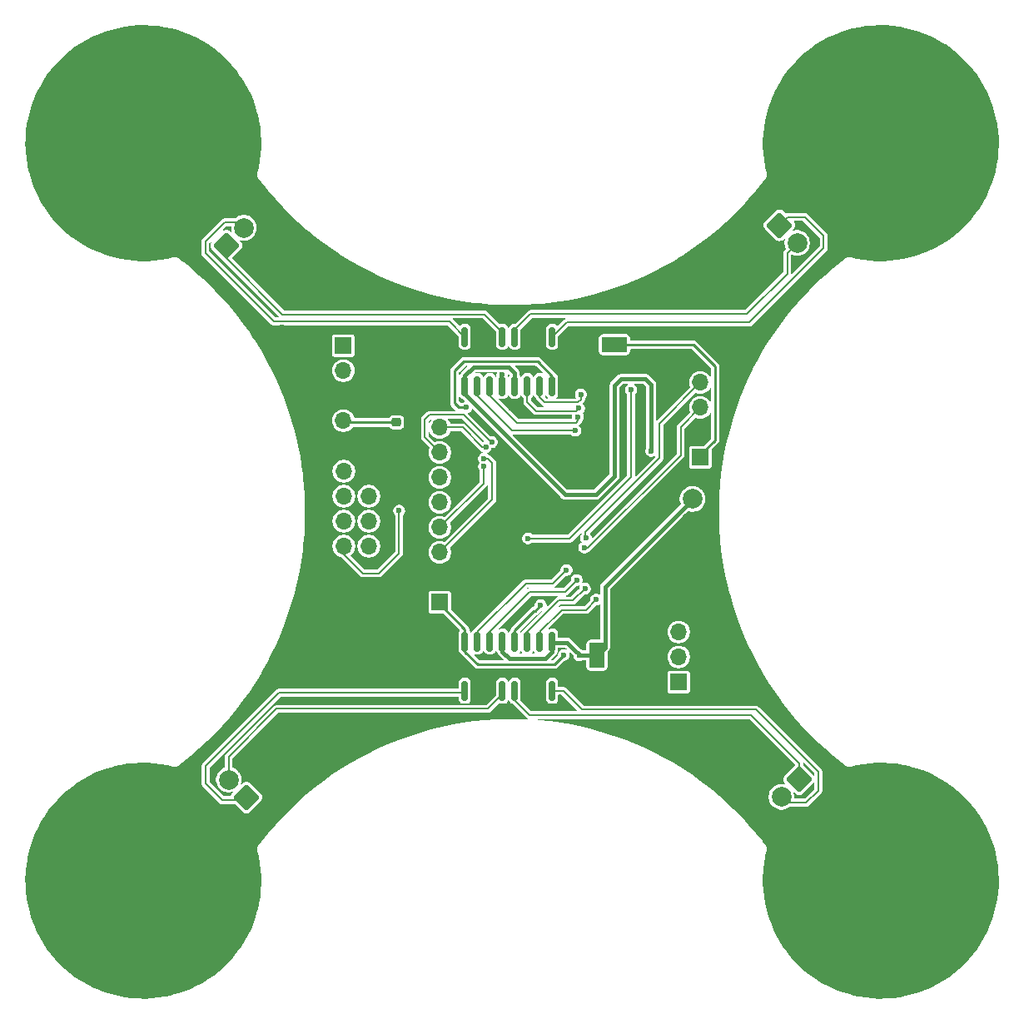
<source format=gbr>
%TF.GenerationSoftware,KiCad,Pcbnew,9.0.0*%
%TF.CreationDate,2025-07-06T23:34:01+07:00*%
%TF.ProjectId,MiniDrone_aDat,4d696e69-4472-46f6-9e65-5f614461742e,rev?*%
%TF.SameCoordinates,Original*%
%TF.FileFunction,Copper,L2,Bot*%
%TF.FilePolarity,Positive*%
%FSLAX46Y46*%
G04 Gerber Fmt 4.6, Leading zero omitted, Abs format (unit mm)*
G04 Created by KiCad (PCBNEW 9.0.0) date 2025-07-06 23:34:01*
%MOMM*%
%LPD*%
G01*
G04 APERTURE LIST*
G04 Aperture macros list*
%AMRoundRect*
0 Rectangle with rounded corners*
0 $1 Rounding radius*
0 $2 $3 $4 $5 $6 $7 $8 $9 X,Y pos of 4 corners*
0 Add a 4 corners polygon primitive as box body*
4,1,4,$2,$3,$4,$5,$6,$7,$8,$9,$2,$3,0*
0 Add four circle primitives for the rounded corners*
1,1,$1+$1,$2,$3*
1,1,$1+$1,$4,$5*
1,1,$1+$1,$6,$7*
1,1,$1+$1,$8,$9*
0 Add four rect primitives between the rounded corners*
20,1,$1+$1,$2,$3,$4,$5,0*
20,1,$1+$1,$4,$5,$6,$7,0*
20,1,$1+$1,$6,$7,$8,$9,0*
20,1,$1+$1,$8,$9,$2,$3,0*%
G04 Aperture macros list end*
%TA.AperFunction,ComponentPad*%
%ADD10C,2.500000*%
%TD*%
%TA.AperFunction,ComponentPad*%
%ADD11C,9.000000*%
%TD*%
%TA.AperFunction,ComponentPad*%
%ADD12R,1.700000X1.700000*%
%TD*%
%TA.AperFunction,ComponentPad*%
%ADD13O,1.700000X1.700000*%
%TD*%
%TA.AperFunction,ComponentPad*%
%ADD14RoundRect,0.250000X0.750000X-0.750000X0.750000X0.750000X-0.750000X0.750000X-0.750000X-0.750000X0*%
%TD*%
%TA.AperFunction,ComponentPad*%
%ADD15C,2.000000*%
%TD*%
%TA.AperFunction,ComponentPad*%
%ADD16RoundRect,0.250000X0.000000X1.060660X-1.060660X0.000000X0.000000X-1.060660X1.060660X0.000000X0*%
%TD*%
%TA.AperFunction,SMDPad,CuDef*%
%ADD17RoundRect,0.225000X0.250000X-0.225000X0.250000X0.225000X-0.250000X0.225000X-0.250000X-0.225000X0*%
%TD*%
%TA.AperFunction,ComponentPad*%
%ADD18RoundRect,0.250000X1.060660X0.000000X0.000000X1.060660X-1.060660X0.000000X0.000000X-1.060660X0*%
%TD*%
%TA.AperFunction,SMDPad,CuDef*%
%ADD19RoundRect,0.150000X-0.150000X0.850000X-0.150000X-0.850000X0.150000X-0.850000X0.150000X0.850000X0*%
%TD*%
%TA.AperFunction,SMDPad,CuDef*%
%ADD20RoundRect,0.250000X-0.550000X1.050000X-0.550000X-1.050000X0.550000X-1.050000X0.550000X1.050000X0*%
%TD*%
%TA.AperFunction,ComponentPad*%
%ADD21RoundRect,0.250000X0.000000X-1.060660X1.060660X0.000000X0.000000X1.060660X-1.060660X0.000000X0*%
%TD*%
%TA.AperFunction,ComponentPad*%
%ADD22RoundRect,0.250000X-1.060660X0.000000X0.000000X-1.060660X1.060660X0.000000X0.000000X1.060660X0*%
%TD*%
%TA.AperFunction,SMDPad,CuDef*%
%ADD23RoundRect,0.150000X0.150000X-0.850000X0.150000X0.850000X-0.150000X0.850000X-0.150000X-0.850000X0*%
%TD*%
%TA.AperFunction,SMDPad,CuDef*%
%ADD24RoundRect,0.250000X1.050000X0.550000X-1.050000X0.550000X-1.050000X-0.550000X1.050000X-0.550000X0*%
%TD*%
%TA.AperFunction,ViaPad*%
%ADD25C,0.600000*%
%TD*%
%TA.AperFunction,Conductor*%
%ADD26C,0.270000*%
%TD*%
%TA.AperFunction,Conductor*%
%ADD27C,0.200000*%
%TD*%
%TA.AperFunction,Conductor*%
%ADD28C,0.400000*%
%TD*%
G04 APERTURE END LIST*
D10*
%TO.P,Scr11,GND,GND*%
%TO.N,GND*%
X62858840Y-70824801D03*
%TD*%
D11*
%TO.P,Mt4,GND,GND*%
%TO.N,GND*%
X137858842Y-137808825D03*
%TD*%
%TO.P,Mt3,GND,GND*%
%TO.N,GND*%
X62858842Y-137808824D03*
%TD*%
D12*
%TO.P,J9,1,Pin_1*%
%TO.N,/TopLevelDesign/SWCLK*%
X83200000Y-83400000D03*
D13*
%TO.P,J9,2,Pin_2*%
%TO.N,/TopLevelDesign/SWDIO*%
X83200000Y-85940000D03*
%TO.P,J9,3,Pin_3*%
%TO.N,GND*%
X83200000Y-88480000D03*
%TO.P,J9,4,Pin_4*%
%TO.N,+3V3*%
X83200000Y-91020000D03*
%TD*%
D10*
%TO.P,Scr5,GND,GND*%
%TO.N,GND*%
X57490000Y-56840000D03*
%TD*%
%TO.P,Scr6,GND,GND*%
%TO.N,GND*%
X137858840Y-70827263D03*
%TD*%
%TO.P,Scr7,GND,GND*%
%TO.N,GND*%
X70880229Y-137808820D03*
%TD*%
D11*
%TO.P,Mt2,GND,GND*%
%TO.N,GND*%
X62858842Y-62808826D03*
%TD*%
D10*
%TO.P,Scr15,GND,GND*%
%TO.N,GND*%
X62858840Y-129787431D03*
%TD*%
%TO.P,Scr10,GND,GND*%
%TO.N,GND*%
X143920000Y-143110000D03*
%TD*%
%TO.P,Scr9,GND,GND*%
%TO.N,GND*%
X129840407Y-62808830D03*
%TD*%
D12*
%TO.P,J7,1,Pin_1*%
%TO.N,/TopLevelDesign/PA2*%
X117300000Y-117600000D03*
D13*
%TO.P,J7,2,Pin_2*%
%TO.N,/TopLevelDesign/PA3*%
X117300000Y-115060000D03*
%TO.P,J7,3,Pin_3*%
%TO.N,/TopLevelDesign/PA4*%
X117300000Y-112520000D03*
%TO.P,J7,4,Pin_4*%
%TO.N,GND*%
X117300000Y-109980000D03*
%TD*%
D10*
%TO.P,Scr16,GND,GND*%
%TO.N,GND*%
X129852126Y-137808820D03*
%TD*%
%TO.P,Scr12,GND,GND*%
%TO.N,GND*%
X56940000Y-143320000D03*
%TD*%
D11*
%TO.P,Mt1,GND,GND*%
%TO.N,GND*%
X137750000Y-62400000D03*
%TD*%
D14*
%TO.P,J5,1,Pin_1*%
%TO.N,GND*%
X118707500Y-101535000D03*
D15*
%TO.P,J5,2,Pin_2*%
%TO.N,Vin*%
X118707500Y-98995000D03*
%TD*%
D10*
%TO.P,Scr14,GND,GND*%
%TO.N,GND*%
X142990000Y-56640000D03*
%TD*%
%TO.P,Scr8,GND,GND*%
%TO.N,GND*%
X70874811Y-62808830D03*
%TD*%
%TO.P,Scr13,GND,GND*%
%TO.N,GND*%
X137858840Y-129802106D03*
%TD*%
D16*
%TO.P,J3,1,Pin_1*%
%TO.N,/TopLevelDesign/HBridge/H2_OUTA2*%
X129545495Y-127492373D03*
D15*
%TO.P,J3,2,Pin_2*%
%TO.N,/TopLevelDesign/HBridge/H2_OUTB2*%
X127749444Y-129288424D03*
%TD*%
D17*
%TO.P,C3,1*%
%TO.N,+3V3*%
X88600000Y-91205000D03*
%TO.P,C3,2*%
%TO.N,GND*%
X88600000Y-89655000D03*
%TD*%
D18*
%TO.P,J4,1,Pin_1*%
%TO.N,/TopLevelDesign/HBridge/H2_OUTA1*%
X73337627Y-129335495D03*
D15*
%TO.P,J4,2,Pin_2*%
%TO.N,/TopLevelDesign/HBridge/H2_OUTB1*%
X71541576Y-127539444D03*
%TD*%
D10*
%TO.P,Scr2,GND,GND*%
%TO.N,GND*%
X77020000Y-76900000D03*
%TD*%
D19*
%TO.P,U3,1,VCC*%
%TO.N,+3V3*%
X95555000Y-113500000D03*
%TO.P,U3,2,INA1*%
%TO.N,/TopLevelDesign/HBridge/H2_INA1*%
X96825000Y-113500000D03*
%TO.P,U3,3,INB1*%
%TO.N,/TopLevelDesign/HBridge/H2_INB1*%
X98095000Y-113500000D03*
%TO.P,U3,4,VDD*%
%TO.N,Vin*%
X99365000Y-113500000D03*
%TO.P,U3,5,VCC*%
%TO.N,+3V3*%
X100635000Y-113500000D03*
%TO.P,U3,6,INA2*%
%TO.N,/TopLevelDesign/HBridge/H2_INA2*%
X101905000Y-113500000D03*
%TO.P,U3,7,INB2*%
%TO.N,/TopLevelDesign/HBridge/H2_INB2*%
X103175000Y-113500000D03*
%TO.P,U3,8,VDD*%
%TO.N,Vin*%
X104445000Y-113500000D03*
%TO.P,U3,9,OUTB2*%
%TO.N,/TopLevelDesign/HBridge/H2_OUTB2*%
X104445000Y-118500000D03*
%TO.P,U3,10,GND*%
%TO.N,GND*%
X103175000Y-118500000D03*
%TO.P,U3,11,GND*%
X101905000Y-118500000D03*
%TO.P,U3,12,OUTA2*%
%TO.N,/TopLevelDesign/HBridge/H2_OUTA2*%
X100635000Y-118500000D03*
%TO.P,U3,13,OUTB1*%
%TO.N,/TopLevelDesign/HBridge/H2_OUTB1*%
X99365000Y-118500000D03*
%TO.P,U3,14,GND*%
%TO.N,GND*%
X98095000Y-118500000D03*
%TO.P,U3,15,GND*%
X96825000Y-118500000D03*
%TO.P,U3,16,OUTA1*%
%TO.N,/TopLevelDesign/HBridge/H2_OUTA1*%
X95555000Y-118500000D03*
%TD*%
D12*
%TO.P,J10,1,Pin_1*%
%TO.N,+3V3*%
X119500000Y-94760000D03*
D13*
%TO.P,J10,2,Pin_2*%
%TO.N,GND*%
X119500000Y-92220000D03*
%TO.P,J10,3,Pin_3*%
%TO.N,/TopLevelDesign/PB10*%
X119500000Y-89680000D03*
%TO.P,J10,4,Pin_4*%
%TO.N,/TopLevelDesign/PB11*%
X119500000Y-87140000D03*
%TD*%
D12*
%TO.P,J8,1,Pin_1*%
%TO.N,GND*%
X85785000Y-96170000D03*
D13*
%TO.P,J8,2,Pin_2*%
%TO.N,+3V3*%
X83245000Y-96170000D03*
%TO.P,J8,3,Pin_3*%
%TO.N,/TopLevelDesign/PA12*%
X85785000Y-98710000D03*
%TO.P,J8,4,Pin_4*%
%TO.N,/TopLevelDesign/PB12*%
X83245000Y-98710000D03*
%TO.P,J8,5,Pin_5*%
%TO.N,/TopLevelDesign/PB13*%
X85785000Y-101250000D03*
%TO.P,J8,6,Pin_6*%
%TO.N,/TopLevelDesign/PB15*%
X83245000Y-101250000D03*
%TO.P,J8,7,Pin_7*%
%TO.N,/TopLevelDesign/PB14*%
X85785000Y-103790000D03*
%TO.P,J8,8,Pin_8*%
%TO.N,/TopLevelDesign/PA15*%
X83245000Y-103790000D03*
%TD*%
D20*
%TO.P,C15,1*%
%TO.N,Vin*%
X109000000Y-114900000D03*
%TO.P,C15,2*%
%TO.N,GND*%
X109000000Y-118500000D03*
%TD*%
D10*
%TO.P,Scr1,GND,GND*%
%TO.N,GND*%
X124100000Y-76890000D03*
%TD*%
D21*
%TO.P,J2,1,Pin_1*%
%TO.N,/TopLevelDesign/HBridge/H1_OUTA2*%
X71284505Y-73207627D03*
D15*
%TO.P,J2,2,Pin_2*%
%TO.N,/TopLevelDesign/HBridge/H1_OUTB2*%
X73080556Y-71411576D03*
%TD*%
D22*
%TO.P,J1,1,Pin_1*%
%TO.N,/TopLevelDesign/HBridge/H1_OUTA1*%
X127552373Y-71154505D03*
D15*
%TO.P,J1,2,Pin_2*%
%TO.N,/TopLevelDesign/HBridge/H1_OUTB1*%
X129348424Y-72950556D03*
%TD*%
D10*
%TO.P,Scr3,GND,GND*%
%TO.N,GND*%
X124260000Y-123460000D03*
%TD*%
%TO.P,Scr4,GND,GND*%
%TO.N,GND*%
X77070000Y-123510000D03*
%TD*%
D12*
%TO.P,J6,1,Pin_1*%
%TO.N,+3V3*%
X93000000Y-109500000D03*
D13*
%TO.P,J6,2,Pin_2*%
%TO.N,GND*%
X93000000Y-106960000D03*
%TO.P,J6,3,Pin_3*%
%TO.N,/TopLevelDesign/PB6*%
X93000000Y-104420000D03*
%TO.P,J6,4,Pin_4*%
%TO.N,/TopLevelDesign/PB7*%
X93000000Y-101880000D03*
%TO.P,J6,5,Pin_5*%
%TO.N,unconnected-(J6-Pin_5-Pad5)*%
X93000000Y-99340000D03*
%TO.P,J6,6,Pin_6*%
%TO.N,unconnected-(J6-Pin_6-Pad6)*%
X93000000Y-96800000D03*
%TO.P,J6,7,Pin_7*%
%TO.N,/TopLevelDesign/PB4*%
X93000000Y-94260000D03*
%TO.P,J6,8,Pin_8*%
%TO.N,/TopLevelDesign/PB5*%
X93000000Y-91720000D03*
%TD*%
D23*
%TO.P,U5,1,VCC*%
%TO.N,+3V3*%
X104445000Y-87500000D03*
%TO.P,U5,2,INA1*%
%TO.N,/TopLevelDesign/HBridge/H1_INA1*%
X103175000Y-87500000D03*
%TO.P,U5,3,INB1*%
%TO.N,/TopLevelDesign/HBridge/H1_INB1*%
X101905000Y-87500000D03*
%TO.P,U5,4,VDD*%
%TO.N,Vin*%
X100635000Y-87500000D03*
%TO.P,U5,5,VCC*%
%TO.N,+3V3*%
X99365000Y-87500000D03*
%TO.P,U5,6,INA2*%
%TO.N,/TopLevelDesign/HBridge/H1_INA2*%
X98095000Y-87500000D03*
%TO.P,U5,7,INB2*%
%TO.N,/TopLevelDesign/HBridge/H1_INB2*%
X96825000Y-87500000D03*
%TO.P,U5,8,VDD*%
%TO.N,Vin*%
X95555000Y-87500000D03*
%TO.P,U5,9,OUTB2*%
%TO.N,/TopLevelDesign/HBridge/H1_OUTB2*%
X95555000Y-82500000D03*
%TO.P,U5,10,GND*%
%TO.N,GND*%
X96825000Y-82500000D03*
%TO.P,U5,11,GND*%
X98095000Y-82500000D03*
%TO.P,U5,12,OUTA2*%
%TO.N,/TopLevelDesign/HBridge/H1_OUTA2*%
X99365000Y-82500000D03*
%TO.P,U5,13,OUTB1*%
%TO.N,/TopLevelDesign/HBridge/H1_OUTB1*%
X100635000Y-82500000D03*
%TO.P,U5,14,GND*%
%TO.N,GND*%
X101905000Y-82500000D03*
%TO.P,U5,15,GND*%
X103175000Y-82500000D03*
%TO.P,U5,16,OUTA1*%
%TO.N,/TopLevelDesign/HBridge/H1_OUTA1*%
X104445000Y-82500000D03*
%TD*%
D24*
%TO.P,C13,1*%
%TO.N,+3V3*%
X110770000Y-83310000D03*
%TO.P,C13,2*%
%TO.N,GND*%
X107170000Y-83310000D03*
%TD*%
D25*
%TO.N,+3V3*%
X95725000Y-89670000D03*
X99365000Y-86360000D03*
X88600000Y-91205000D03*
X103270000Y-109790000D03*
X105632500Y-114857500D03*
%TO.N,GND*%
X79480000Y-109660000D03*
X107660000Y-99760000D03*
X92750000Y-82690000D03*
X86780000Y-87010000D03*
X92820000Y-88310000D03*
X100550000Y-101380000D03*
X105380000Y-99510000D03*
X104130000Y-109170000D03*
X115790000Y-100400000D03*
X102920000Y-97680000D03*
X109200000Y-104440000D03*
X117270000Y-88290000D03*
X86030000Y-93030000D03*
X116010000Y-97970000D03*
X83250000Y-112030000D03*
X111180000Y-85520000D03*
X97950000Y-91880000D03*
X117770000Y-85350000D03*
X99760000Y-93680000D03*
X100270000Y-89710000D03*
X91020000Y-112980000D03*
X95140000Y-104310000D03*
X92670000Y-114660000D03*
X101520000Y-92830000D03*
X107520000Y-86990000D03*
X84290000Y-76810000D03*
X98220000Y-107020000D03*
X77000000Y-81540000D03*
X103610000Y-101680000D03*
X99920000Y-120660000D03*
X101480000Y-106520000D03*
X123940000Y-117600000D03*
X113590000Y-84700000D03*
X112160000Y-109700000D03*
X89580000Y-103550000D03*
X93580000Y-86890000D03*
X121180000Y-81870000D03*
X89480000Y-86580000D03*
X95520000Y-100750000D03*
X100740000Y-98840000D03*
X116830000Y-92180000D03*
X118420000Y-96180000D03*
X90030000Y-96030000D03*
X96490000Y-96980000D03*
X114380000Y-106930000D03*
X113930000Y-78230000D03*
X85470000Y-122650000D03*
X112050000Y-122430000D03*
X104300000Y-93990000D03*
X87400000Y-99990000D03*
X113942180Y-113779702D03*
%TO.N,Vin*%
X107205000Y-114880000D03*
X114510000Y-94120000D03*
%TO.N,/TopLevelDesign/MCU/PA0*%
X112460000Y-87895000D03*
X101990000Y-103010000D03*
%TO.N,/TopLevelDesign/PB7*%
X97500000Y-95700000D03*
%TO.N,/TopLevelDesign/PB5*%
X97685421Y-93712149D03*
%TO.N,/TopLevelDesign/PB6*%
X97500000Y-94898581D03*
%TO.N,/TopLevelDesign/PB4*%
X98300000Y-93200000D03*
%TO.N,/TopLevelDesign/PA15*%
X88870000Y-100190000D03*
%TO.N,/TopLevelDesign/PB11*%
X107870000Y-102950000D03*
%TO.N,/TopLevelDesign/PB10*%
X107720000Y-103940000D03*
%TO.N,/TopLevelDesign/HBridge/H2_INB2*%
X108910000Y-109230000D03*
%TO.N,/TopLevelDesign/HBridge/H1_INB2*%
X106780000Y-92030000D03*
%TO.N,/TopLevelDesign/HBridge/H2_INA1*%
X105888275Y-106221725D03*
%TO.N,/TopLevelDesign/HBridge/H1_INA2*%
X107070000Y-90640000D03*
%TO.N,/TopLevelDesign/HBridge/H1_INB1*%
X107160158Y-89765713D03*
%TO.N,/TopLevelDesign/HBridge/H2_INB1*%
X106940000Y-107230000D03*
%TO.N,/TopLevelDesign/HBridge/H1_INA1*%
X107360000Y-88360000D03*
%TO.N,/TopLevelDesign/HBridge/H2_INA2*%
X107768275Y-108101725D03*
%TD*%
D26*
%TO.N,+3V3*%
X118820000Y-83320000D02*
X121000000Y-85500000D01*
X102954999Y-85010000D02*
X104445000Y-86500001D01*
X100635000Y-112335000D02*
X100635000Y-113500000D01*
X121000000Y-93000000D02*
X119500000Y-94500000D01*
X118000000Y-83320000D02*
X118820000Y-83320000D01*
X121000000Y-85500000D02*
X121000000Y-93000000D01*
X119500000Y-94500000D02*
X119500000Y-94760000D01*
X104445000Y-86500001D02*
X104445000Y-87500000D01*
X95555000Y-112215000D02*
X95555000Y-113500000D01*
X104660000Y-115830000D02*
X96885001Y-115830000D01*
X110670000Y-82660000D02*
X111330000Y-83320000D01*
X95555000Y-114499999D02*
X96885001Y-115830000D01*
X88600000Y-91205000D02*
X83385000Y-91205000D01*
X94940000Y-89670000D02*
X94530000Y-89260000D01*
X94530000Y-89260000D02*
X94530000Y-85930000D01*
X94530000Y-85930000D02*
X95450000Y-85010000D01*
X105632500Y-114857500D02*
X104660000Y-115830000D01*
X95450000Y-85010000D02*
X102954999Y-85010000D01*
X93000000Y-109500000D02*
X93000000Y-109660000D01*
X111330000Y-83320000D02*
X118000000Y-83320000D01*
X95555000Y-113500000D02*
X95555000Y-114499999D01*
X102680000Y-110380000D02*
X102590000Y-110380000D01*
X95725000Y-89670000D02*
X94940000Y-89670000D01*
X93000000Y-109660000D02*
X95555000Y-112215000D01*
X102590000Y-110380000D02*
X100635000Y-112335000D01*
X83385000Y-91205000D02*
X83200000Y-91020000D01*
X99365000Y-87500000D02*
X99365000Y-86360000D01*
X103270000Y-109790000D02*
X102680000Y-110380000D01*
X118000000Y-83320000D02*
X118110000Y-83320000D01*
D27*
%TO.N,GND*%
X83200000Y-88480000D02*
X84375000Y-89655000D01*
X84375000Y-89655000D02*
X88600000Y-89655000D01*
D28*
%TO.N,Vin*%
X108880000Y-98550000D02*
X110780000Y-96650000D01*
X114510000Y-87370000D02*
X114510000Y-94120000D01*
X100635000Y-86195000D02*
X100030000Y-85590000D01*
X99365000Y-114499999D02*
X99365000Y-113500000D01*
X100030000Y-85590000D02*
X96420000Y-85590000D01*
X104525000Y-113580000D02*
X104445000Y-113500000D01*
X110780000Y-96650000D02*
X110780000Y-87440000D01*
X109810000Y-114090000D02*
X109810000Y-107940000D01*
X95555000Y-86455000D02*
X95555000Y-87500000D01*
X96420000Y-85590000D02*
X95555000Y-86455000D01*
X110780000Y-87440000D02*
X111430000Y-86790000D01*
X109810000Y-107940000D02*
X118707500Y-99042500D01*
X100635000Y-87500000D02*
X100635000Y-86195000D01*
X118707500Y-99042500D02*
X118707500Y-98995000D01*
X107285000Y-114900000D02*
X106635000Y-114250000D01*
X104445000Y-114499999D02*
X103754999Y-115190000D01*
X111430000Y-86790000D02*
X113930000Y-86790000D01*
X109000000Y-114900000D02*
X109810000Y-114090000D01*
X100055001Y-115190000D02*
X99365000Y-114499999D01*
X103754999Y-115190000D02*
X100055001Y-115190000D01*
X106635000Y-114250000D02*
X105965000Y-113580000D01*
X95555000Y-88335000D02*
X105770000Y-98550000D01*
X95555000Y-87500000D02*
X95555000Y-88335000D01*
X113930000Y-86790000D02*
X114510000Y-87370000D01*
X105965000Y-113580000D02*
X104525000Y-113580000D01*
X104445000Y-113500000D02*
X104445000Y-114499999D01*
X105770000Y-98550000D02*
X108880000Y-98550000D01*
X109000000Y-114900000D02*
X107285000Y-114900000D01*
D27*
%TO.N,/TopLevelDesign/HBridge/H1_OUTB1*%
X102250000Y-80180000D02*
X100635000Y-81795000D01*
X128348424Y-73950556D02*
X128348424Y-76071576D01*
X128348424Y-76071576D02*
X124240000Y-80180000D01*
X124240000Y-80180000D02*
X102250000Y-80180000D01*
X129348424Y-72950556D02*
X128348424Y-73950556D01*
X100635000Y-81795000D02*
X100635000Y-82500000D01*
%TO.N,/TopLevelDesign/HBridge/H1_OUTA1*%
X132040000Y-73490000D02*
X124490000Y-81040000D01*
X130120000Y-70320000D02*
X132040000Y-72240000D01*
X124490000Y-81040000D02*
X105905000Y-81040000D01*
X132040000Y-72240000D02*
X132040000Y-73490000D01*
X127552373Y-71154505D02*
X128386878Y-70320000D01*
X105905000Y-81040000D02*
X104445000Y-82500000D01*
X128386878Y-70320000D02*
X130120000Y-70320000D01*
%TO.N,/TopLevelDesign/MCU/PA0*%
X106210000Y-103010000D02*
X112460000Y-96760000D01*
X112460000Y-96760000D02*
X112460000Y-87895000D01*
X101990000Y-103010000D02*
X106210000Y-103010000D01*
%TO.N,/TopLevelDesign/HBridge/H1_OUTB2*%
X93994000Y-80939000D02*
X95555000Y-82500000D01*
X72538980Y-70870000D02*
X71110000Y-70870000D01*
X69170000Y-73990000D02*
X76119000Y-80939000D01*
X71110000Y-70870000D02*
X69170000Y-72810000D01*
X69170000Y-72810000D02*
X69170000Y-73990000D01*
X73080556Y-71411576D02*
X72538980Y-70870000D01*
X76119000Y-80939000D02*
X93994000Y-80939000D01*
%TO.N,/TopLevelDesign/HBridge/H1_OUTA2*%
X76981320Y-80220000D02*
X97570000Y-80220000D01*
X97570000Y-80220000D02*
X99365000Y-82015000D01*
X99365000Y-82015000D02*
X99365000Y-82500000D01*
X71284505Y-74523185D02*
X76981320Y-80220000D01*
X71284505Y-73207627D02*
X71284505Y-74523185D01*
%TO.N,/TopLevelDesign/HBridge/H2_OUTB1*%
X99365000Y-118871968D02*
X99365000Y-118500000D01*
X97896968Y-120340000D02*
X99365000Y-118871968D01*
X76420000Y-120340000D02*
X97896968Y-120340000D01*
X71541576Y-125218424D02*
X76420000Y-120340000D01*
X71541576Y-127539444D02*
X71541576Y-125218424D01*
%TO.N,/TopLevelDesign/HBridge/H2_OUTA1*%
X73337627Y-129335495D02*
X73043122Y-129630000D01*
X95365000Y-118690000D02*
X95555000Y-118500000D01*
X73043122Y-129630000D02*
X70890000Y-129630000D01*
X76670000Y-118690000D02*
X95365000Y-118690000D01*
X69210000Y-127950000D02*
X69210000Y-126150000D01*
X70890000Y-129630000D02*
X69210000Y-127950000D01*
X69210000Y-126150000D02*
X76670000Y-118690000D01*
%TO.N,/TopLevelDesign/HBridge/H2_OUTA2*%
X100635000Y-119475000D02*
X100635000Y-118500000D01*
X129545495Y-125875495D02*
X124640000Y-120970000D01*
X124640000Y-120970000D02*
X102130000Y-120970000D01*
X102130000Y-120970000D02*
X100635000Y-119475000D01*
X129545495Y-127492373D02*
X129545495Y-125875495D01*
%TO.N,/TopLevelDesign/HBridge/H2_OUTB2*%
X104445000Y-118500000D02*
X105561878Y-118500000D01*
X130270000Y-129880000D02*
X128341020Y-129880000D01*
X128341020Y-129880000D02*
X127749444Y-129288424D01*
X107471878Y-120410000D02*
X125170000Y-120410000D01*
X125170000Y-120410000D02*
X131500000Y-126740000D01*
X105561878Y-118500000D02*
X107471878Y-120410000D01*
X131500000Y-128650000D02*
X130270000Y-129880000D01*
X131500000Y-126740000D02*
X131500000Y-128650000D01*
%TO.N,/TopLevelDesign/PB7*%
X97480000Y-97400000D02*
X97480000Y-95780000D01*
X97400000Y-95700000D02*
X97500000Y-95700000D01*
X93000000Y-101880000D02*
X97480000Y-97400000D01*
X97480000Y-95780000D02*
X97400000Y-95700000D01*
%TO.N,/TopLevelDesign/PB5*%
X95320000Y-91720000D02*
X93000000Y-91720000D01*
X97685421Y-93712149D02*
X97312149Y-93712149D01*
X97312149Y-93712149D02*
X95320000Y-91720000D01*
%TO.N,/TopLevelDesign/PB6*%
X98330000Y-99090000D02*
X93000000Y-104420000D01*
X97500000Y-94898581D02*
X97501416Y-94899997D01*
X97501416Y-94899997D02*
X97899997Y-94899997D01*
X97899997Y-94899997D02*
X98330000Y-95330000D01*
X98330000Y-95330000D02*
X98330000Y-99090000D01*
%TO.N,/TopLevelDesign/PB4*%
X91950000Y-90440000D02*
X95450000Y-90440000D01*
X98210000Y-93200000D02*
X98300000Y-93200000D01*
X93000000Y-94260000D02*
X91480000Y-92740000D01*
X95450000Y-90440000D02*
X98210000Y-93200000D01*
X91480000Y-90910000D02*
X91950000Y-90440000D01*
X91480000Y-92740000D02*
X91480000Y-90910000D01*
%TO.N,/TopLevelDesign/PA15*%
X83245000Y-104615000D02*
X85180000Y-106550000D01*
X83245000Y-103790000D02*
X83245000Y-104615000D01*
X88230000Y-105160000D02*
X88870000Y-104520000D01*
X85180000Y-106550000D02*
X86840000Y-106550000D01*
X88870000Y-104520000D02*
X88870000Y-100190000D01*
X86840000Y-106550000D02*
X88230000Y-105160000D01*
%TO.N,/TopLevelDesign/PB11*%
X107820000Y-102900000D02*
X107820000Y-102340000D01*
X107820000Y-102340000D02*
X115330000Y-94830000D01*
X107870000Y-102950000D02*
X107820000Y-102900000D01*
X115330000Y-94830000D02*
X115330000Y-91310000D01*
X115330000Y-91310000D02*
X119500000Y-87140000D01*
%TO.N,/TopLevelDesign/PB10*%
X117500000Y-91680000D02*
X119500000Y-89680000D01*
X117500000Y-94530000D02*
X117500000Y-91680000D01*
X107720000Y-103940000D02*
X108090000Y-103940000D01*
X108090000Y-103940000D02*
X117500000Y-94530000D01*
%TO.N,/TopLevelDesign/HBridge/H2_INB2*%
X107870000Y-110270000D02*
X105405001Y-110270000D01*
X108910000Y-109230000D02*
X107870000Y-110270000D01*
X103175000Y-112500001D02*
X103175000Y-113500000D01*
X105405001Y-110270000D02*
X103175000Y-112500001D01*
%TO.N,/TopLevelDesign/HBridge/H1_INB2*%
X96825000Y-88475000D02*
X96825000Y-87500000D01*
X100380000Y-92030000D02*
X96825000Y-88475000D01*
X106780000Y-92030000D02*
X100380000Y-92030000D01*
%TO.N,/TopLevelDesign/HBridge/H2_INA1*%
X104540000Y-107570000D02*
X101755001Y-107570000D01*
X96825000Y-112500001D02*
X96825000Y-113500000D01*
X101755001Y-107570000D02*
X96825000Y-112500001D01*
X105888275Y-106221725D02*
X104540000Y-107570000D01*
%TO.N,/TopLevelDesign/HBridge/H1_INA2*%
X107070000Y-91037692D02*
X106877692Y-91230000D01*
X107070000Y-90640000D02*
X107070000Y-91037692D01*
X106443686Y-91230000D02*
X106443683Y-91229997D01*
X100839997Y-91229997D02*
X98095000Y-88485000D01*
X106443683Y-91229997D02*
X100839997Y-91229997D01*
X98095000Y-88485000D02*
X98095000Y-87500000D01*
X106877692Y-91230000D02*
X106443686Y-91230000D01*
%TO.N,/TopLevelDesign/HBridge/H1_INB1*%
X102810000Y-90040000D02*
X101905000Y-89135000D01*
X101905000Y-89135000D02*
X101905000Y-87500000D01*
X106885871Y-90040000D02*
X102810000Y-90040000D01*
X107160158Y-89765713D02*
X106885871Y-90040000D01*
%TO.N,/TopLevelDesign/HBridge/H2_INB1*%
X98095000Y-113500000D02*
X98095000Y-112500001D01*
X105730000Y-108440000D02*
X106940000Y-107230000D01*
X102155001Y-108440000D02*
X105730000Y-108440000D01*
X98095000Y-112500001D02*
X102155001Y-108440000D01*
%TO.N,/TopLevelDesign/HBridge/H1_INA1*%
X103175000Y-88675000D02*
X103175000Y-87500000D01*
X107360000Y-88360000D02*
X107360000Y-88850000D01*
X103680000Y-89180000D02*
X103175000Y-88675000D01*
X107030000Y-89180000D02*
X103680000Y-89180000D01*
X107360000Y-88850000D02*
X107030000Y-89180000D01*
%TO.N,/TopLevelDesign/HBridge/H2_INA2*%
X107768275Y-108101725D02*
X106550000Y-109320000D01*
X105085001Y-109320000D02*
X101905000Y-112500001D01*
X101905000Y-112500001D02*
X101905000Y-113500000D01*
X106550000Y-109320000D02*
X105085001Y-109320000D01*
%TD*%
%TA.AperFunction,Conductor*%
%TO.N,GND*%
G36*
X104989559Y-108854852D02*
G01*
X105003911Y-108889500D01*
X104989559Y-108924148D01*
X104967594Y-108936830D01*
X104930415Y-108946792D01*
X104930411Y-108946793D01*
X104839087Y-108999520D01*
X104839087Y-108999521D01*
X103954148Y-109884460D01*
X103919500Y-109898812D01*
X103884852Y-109884460D01*
X103870500Y-109849812D01*
X103870500Y-109710940D01*
X103870499Y-109710939D01*
X103861851Y-109678665D01*
X103829577Y-109558216D01*
X103829576Y-109558215D01*
X103829576Y-109558213D01*
X103750524Y-109421290D01*
X103750521Y-109421287D01*
X103750520Y-109421284D01*
X103638716Y-109309480D01*
X103638713Y-109309478D01*
X103638709Y-109309475D01*
X103501786Y-109230423D01*
X103501782Y-109230422D01*
X103349060Y-109189500D01*
X103349057Y-109189500D01*
X103190943Y-109189500D01*
X103190940Y-109189500D01*
X103038217Y-109230422D01*
X103038213Y-109230423D01*
X102901290Y-109309475D01*
X102901281Y-109309482D01*
X102789482Y-109421281D01*
X102789475Y-109421290D01*
X102710423Y-109558213D01*
X102710422Y-109558217D01*
X102669500Y-109710939D01*
X102669500Y-109754313D01*
X102655148Y-109788961D01*
X102496795Y-109947313D01*
X102474830Y-109959995D01*
X102421905Y-109974177D01*
X102421901Y-109974178D01*
X102322596Y-110031513D01*
X102322596Y-110031514D01*
X100286514Y-112067596D01*
X100286513Y-112067596D01*
X100229179Y-112166900D01*
X100229179Y-112166902D01*
X100199499Y-112277664D01*
X100199081Y-112280846D01*
X100197599Y-112280651D01*
X100185148Y-112310712D01*
X100179598Y-112315489D01*
X100162848Y-112327851D01*
X100082208Y-112437114D01*
X100082204Y-112437123D01*
X100046250Y-112539876D01*
X100021261Y-112567840D01*
X99983817Y-112569943D01*
X99955853Y-112544954D01*
X99953750Y-112539876D01*
X99917795Y-112437123D01*
X99917791Y-112437114D01*
X99837150Y-112327849D01*
X99727885Y-112247208D01*
X99727876Y-112247204D01*
X99599698Y-112202353D01*
X99569275Y-112199500D01*
X99569266Y-112199500D01*
X99160734Y-112199500D01*
X99160724Y-112199500D01*
X99130304Y-112202353D01*
X99069490Y-112223632D01*
X99032046Y-112221528D01*
X99007056Y-112193564D01*
X99009160Y-112156120D01*
X99018656Y-112142736D01*
X102306542Y-108854852D01*
X102341190Y-108840500D01*
X104954911Y-108840500D01*
X104989559Y-108854852D01*
G37*
%TD.AperFunction*%
%TA.AperFunction,Conductor*%
G36*
X120544301Y-87743353D02*
G01*
X120563897Y-87775329D01*
X120564500Y-87782995D01*
X120564500Y-89037004D01*
X120550148Y-89071652D01*
X120515500Y-89086004D01*
X120480852Y-89071652D01*
X120475858Y-89065805D01*
X120454933Y-89037004D01*
X120377553Y-88930499D01*
X120377551Y-88930497D01*
X120377548Y-88930493D01*
X120249507Y-88802452D01*
X120249502Y-88802448D01*
X120246821Y-88800500D01*
X120102994Y-88696004D01*
X119941639Y-88613789D01*
X119941638Y-88613788D01*
X119941637Y-88613788D01*
X119769409Y-88557829D01*
X119769406Y-88557828D01*
X119632007Y-88536066D01*
X119590546Y-88529500D01*
X119409454Y-88529500D01*
X119375794Y-88534831D01*
X119230593Y-88557828D01*
X119230590Y-88557829D01*
X119058362Y-88613788D01*
X118897006Y-88696004D01*
X118750497Y-88802448D01*
X118622448Y-88930497D01*
X118516004Y-89077006D01*
X118433788Y-89238362D01*
X118377829Y-89410590D01*
X118377828Y-89410593D01*
X118349500Y-89589454D01*
X118349500Y-89770545D01*
X118377828Y-89949406D01*
X118377829Y-89949409D01*
X118433789Y-90121639D01*
X118433792Y-90121647D01*
X118437264Y-90128461D01*
X118440205Y-90165848D01*
X118428252Y-90185353D01*
X117179521Y-91434085D01*
X117179520Y-91434086D01*
X117126793Y-91525410D01*
X117126792Y-91525412D01*
X117105949Y-91603204D01*
X117105949Y-91603205D01*
X117099500Y-91627271D01*
X117099500Y-94343811D01*
X117085148Y-94378459D01*
X108554148Y-102909459D01*
X108519500Y-102923811D01*
X108484852Y-102909459D01*
X108470500Y-102874811D01*
X108470500Y-102870940D01*
X108470499Y-102870939D01*
X108429577Y-102718217D01*
X108429576Y-102718213D01*
X108350524Y-102581290D01*
X108350521Y-102581287D01*
X108350520Y-102581284D01*
X108282462Y-102513226D01*
X108268110Y-102478578D01*
X108282462Y-102443930D01*
X111925847Y-98800545D01*
X115650480Y-95075913D01*
X115703207Y-94984588D01*
X115730499Y-94882730D01*
X115730500Y-94882730D01*
X115730500Y-91496187D01*
X115744851Y-91461540D01*
X118994646Y-88211744D01*
X119029293Y-88197393D01*
X119051539Y-88202735D01*
X119058361Y-88206211D01*
X119230591Y-88262171D01*
X119409454Y-88290500D01*
X119409455Y-88290500D01*
X119590545Y-88290500D01*
X119590546Y-88290500D01*
X119769409Y-88262171D01*
X119941639Y-88206211D01*
X120102994Y-88123996D01*
X120249501Y-88017553D01*
X120249504Y-88017549D01*
X120249507Y-88017548D01*
X120377548Y-87889507D01*
X120377549Y-87889504D01*
X120377553Y-87889501D01*
X120475859Y-87754193D01*
X120507834Y-87734598D01*
X120544301Y-87743353D01*
G37*
%TD.AperFunction*%
%TA.AperFunction,Conductor*%
G36*
X101314147Y-88455045D02*
G01*
X101316250Y-88460123D01*
X101352204Y-88562876D01*
X101352208Y-88562885D01*
X101432845Y-88672144D01*
X101432847Y-88672146D01*
X101432850Y-88672150D01*
X101484598Y-88710341D01*
X101503953Y-88742461D01*
X101504500Y-88749765D01*
X101504500Y-89187730D01*
X101531792Y-89289587D01*
X101531793Y-89289589D01*
X101547813Y-89317336D01*
X101584520Y-89380913D01*
X102564087Y-90360480D01*
X102630938Y-90399077D01*
X102655410Y-90413206D01*
X102655412Y-90413207D01*
X102757269Y-90440499D01*
X102757270Y-90440500D01*
X102757273Y-90440500D01*
X106437915Y-90440500D01*
X106472563Y-90454852D01*
X106486915Y-90489500D01*
X106485245Y-90502183D01*
X106469500Y-90560941D01*
X106469500Y-90719060D01*
X106482564Y-90767815D01*
X106477669Y-90804997D01*
X106447916Y-90827827D01*
X106435234Y-90829497D01*
X101026186Y-90829497D01*
X100991538Y-90815145D01*
X99041732Y-88865339D01*
X99027380Y-88830691D01*
X99041732Y-88796043D01*
X99076380Y-88781691D01*
X99092562Y-88784440D01*
X99130301Y-88797646D01*
X99160734Y-88800500D01*
X99160744Y-88800500D01*
X99569256Y-88800500D01*
X99569266Y-88800500D01*
X99599699Y-88797646D01*
X99727882Y-88752793D01*
X99741882Y-88742461D01*
X99837150Y-88672150D01*
X99917791Y-88562885D01*
X99917791Y-88562884D01*
X99917793Y-88562882D01*
X99941506Y-88495113D01*
X99953750Y-88460123D01*
X99978739Y-88432159D01*
X100016183Y-88430056D01*
X100044147Y-88455045D01*
X100046250Y-88460123D01*
X100082204Y-88562876D01*
X100082208Y-88562885D01*
X100162849Y-88672150D01*
X100272114Y-88752791D01*
X100272117Y-88752792D01*
X100272118Y-88752793D01*
X100272120Y-88752793D01*
X100272123Y-88752795D01*
X100354704Y-88781691D01*
X100400301Y-88797646D01*
X100430734Y-88800500D01*
X100430744Y-88800500D01*
X100839256Y-88800500D01*
X100839266Y-88800500D01*
X100869699Y-88797646D01*
X100997882Y-88752793D01*
X101011882Y-88742461D01*
X101107150Y-88672150D01*
X101187791Y-88562885D01*
X101187791Y-88562884D01*
X101187793Y-88562882D01*
X101211506Y-88495113D01*
X101223750Y-88460123D01*
X101248739Y-88432159D01*
X101286183Y-88430056D01*
X101314147Y-88455045D01*
G37*
%TD.AperFunction*%
%TA.AperFunction,Conductor*%
G36*
X138403619Y-50821746D02*
G01*
X138406390Y-50821872D01*
X139084596Y-50872143D01*
X139087330Y-50872424D01*
X139761592Y-50961193D01*
X139764339Y-50961635D01*
X140432436Y-51088610D01*
X140435115Y-51089198D01*
X141094938Y-51253976D01*
X141097584Y-51254717D01*
X141746958Y-51456760D01*
X141749584Y-51457660D01*
X142386397Y-51696306D01*
X142388938Y-51697341D01*
X143011197Y-51971847D01*
X143013655Y-51973016D01*
X143505601Y-52224382D01*
X143619251Y-52282453D01*
X143621697Y-52283792D01*
X144208687Y-52627160D01*
X144211053Y-52628636D01*
X144431544Y-52775058D01*
X144777562Y-53004839D01*
X144779831Y-53006440D01*
X145324030Y-53414263D01*
X145326213Y-53415998D01*
X145846330Y-53854113D01*
X145848410Y-53855969D01*
X146342759Y-54322956D01*
X146344731Y-54324928D01*
X146811716Y-54819277D01*
X146813572Y-54821357D01*
X147251686Y-55341475D01*
X147253421Y-55343658D01*
X147661237Y-55887850D01*
X147662845Y-55890128D01*
X148039045Y-56456637D01*
X148040521Y-56459003D01*
X148383889Y-57045993D01*
X148385228Y-57048439D01*
X148694648Y-57654006D01*
X148695846Y-57656524D01*
X148970327Y-58278729D01*
X148971379Y-58281311D01*
X149210015Y-58918102D01*
X149210919Y-58920740D01*
X149412952Y-59570089D01*
X149413704Y-59572774D01*
X149578472Y-60232556D01*
X149579070Y-60235279D01*
X149706037Y-60903351D01*
X149706480Y-60906104D01*
X149795245Y-61580344D01*
X149795530Y-61583118D01*
X149845797Y-62261297D01*
X149845924Y-62264082D01*
X149857535Y-62944033D01*
X149857503Y-62946822D01*
X149830417Y-63626317D01*
X149830227Y-63629099D01*
X149764532Y-64305966D01*
X149764184Y-64308732D01*
X149660096Y-64980767D01*
X149659591Y-64983509D01*
X149517441Y-65648544D01*
X149516780Y-65651253D01*
X149337041Y-66307091D01*
X149336228Y-66309758D01*
X149119467Y-66954334D01*
X149118504Y-66956951D01*
X148865428Y-67588156D01*
X148864317Y-67590714D01*
X148575744Y-68206506D01*
X148574489Y-68208996D01*
X148251367Y-68807356D01*
X148249973Y-68809770D01*
X147893328Y-69388798D01*
X147891799Y-69391130D01*
X147502795Y-69948932D01*
X147501135Y-69951173D01*
X147081043Y-70485933D01*
X147079259Y-70488076D01*
X146629420Y-70998082D01*
X146627517Y-71000119D01*
X146149392Y-71483717D01*
X146147376Y-71485644D01*
X145642514Y-71941264D01*
X145640392Y-71943072D01*
X145235158Y-72268940D01*
X145110459Y-72369216D01*
X145108237Y-72370901D01*
X144554896Y-72766228D01*
X144552582Y-72767784D01*
X143977643Y-73131000D01*
X143975244Y-73132421D01*
X143380598Y-73462332D01*
X143378122Y-73463615D01*
X142765662Y-73759174D01*
X142763117Y-73760314D01*
X142134835Y-74020556D01*
X142132230Y-74021549D01*
X141490174Y-74245628D01*
X141487516Y-74246472D01*
X140833740Y-74433670D01*
X140831039Y-74434361D01*
X140167673Y-74584068D01*
X140164937Y-74584604D01*
X139494140Y-74696334D01*
X139491377Y-74696714D01*
X138815302Y-74770106D01*
X138812523Y-74770328D01*
X138133360Y-74805146D01*
X138130572Y-74805209D01*
X137450551Y-74801337D01*
X137447764Y-74801242D01*
X136769038Y-74758695D01*
X136766262Y-74758441D01*
X136091079Y-74677358D01*
X136088321Y-74676947D01*
X135418837Y-74557588D01*
X135416107Y-74557021D01*
X134786075Y-74407279D01*
X134785405Y-74407115D01*
X134781685Y-74406175D01*
X134759605Y-74396744D01*
X134724468Y-74391723D01*
X134721960Y-74391090D01*
X134721889Y-74391037D01*
X134721280Y-74390913D01*
X134689486Y-74382395D01*
X134689485Y-74382395D01*
X134659161Y-74382395D01*
X134629145Y-74378107D01*
X134593551Y-74382395D01*
X134557700Y-74382395D01*
X134557698Y-74382395D01*
X134531773Y-74389340D01*
X134524957Y-74390657D01*
X134498305Y-74393869D01*
X134467756Y-74406130D01*
X134465022Y-74407227D01*
X134430407Y-74416503D01*
X134404148Y-74431662D01*
X134400914Y-74432961D01*
X134376007Y-74442958D01*
X134376000Y-74442962D01*
X134349676Y-74462704D01*
X134344780Y-74465937D01*
X134316277Y-74482395D01*
X134316275Y-74482396D01*
X134297298Y-74501373D01*
X134292051Y-74505924D01*
X133879754Y-74815148D01*
X133016051Y-75510513D01*
X132176719Y-76235140D01*
X131362785Y-76988141D01*
X130575171Y-77768662D01*
X129814824Y-78575766D01*
X129416062Y-79029292D01*
X129082646Y-79408497D01*
X129082629Y-79408518D01*
X128379487Y-80265882D01*
X127706184Y-81146909D01*
X127063543Y-82050518D01*
X126452288Y-82975692D01*
X125873177Y-83921283D01*
X125326880Y-84886198D01*
X124853956Y-85792784D01*
X124814028Y-85869326D01*
X124736849Y-86030546D01*
X124335234Y-86869482D01*
X123891078Y-87885466D01*
X123482056Y-88916136D01*
X123108684Y-89960192D01*
X122771363Y-91016513D01*
X122493008Y-92003995D01*
X122470525Y-92083755D01*
X122411876Y-92322991D01*
X122206504Y-93160722D01*
X121979625Y-94246092D01*
X121790147Y-95338628D01*
X121638296Y-96437014D01*
X121524249Y-97539994D01*
X121448146Y-98646202D01*
X121410070Y-99754399D01*
X121410070Y-100863250D01*
X121448146Y-101971447D01*
X121524249Y-103077655D01*
X121638296Y-104180635D01*
X121790147Y-105279021D01*
X121979625Y-106371557D01*
X122206504Y-107456927D01*
X122274186Y-107733009D01*
X122470525Y-108533895D01*
X122490607Y-108605136D01*
X122771363Y-109601136D01*
X123108684Y-110657457D01*
X123482056Y-111701513D01*
X123891078Y-112732183D01*
X124335234Y-113748167D01*
X124335239Y-113748177D01*
X124814028Y-114748324D01*
X124954374Y-115017365D01*
X125326880Y-115731451D01*
X125873177Y-116696366D01*
X126452288Y-117641957D01*
X127063543Y-118567131D01*
X127706173Y-119470725D01*
X127706190Y-119470748D01*
X127799503Y-119592850D01*
X128379487Y-120351767D01*
X128489453Y-120485852D01*
X129082646Y-121209153D01*
X129661023Y-121866960D01*
X129814814Y-122041872D01*
X129814827Y-122041886D01*
X130575170Y-122848987D01*
X131362779Y-123629503D01*
X131591526Y-123841125D01*
X132176719Y-124382509D01*
X132984829Y-125080181D01*
X133016047Y-125107132D01*
X133879756Y-125802503D01*
X134294836Y-126113813D01*
X134316278Y-126135255D01*
X134347326Y-126153180D01*
X134349676Y-126154943D01*
X134349676Y-126154944D01*
X134376004Y-126174689D01*
X134376007Y-126174691D01*
X134404148Y-126185986D01*
X134430407Y-126201147D01*
X134465031Y-126210424D01*
X134498307Y-126223781D01*
X134498306Y-126223781D01*
X134504317Y-126224505D01*
X134528414Y-126227408D01*
X134557700Y-126235255D01*
X134593551Y-126235255D01*
X134629145Y-126239543D01*
X134652765Y-126236168D01*
X134655718Y-126235747D01*
X134659162Y-126235255D01*
X134689485Y-126235255D01*
X134724114Y-126225976D01*
X134759605Y-126220906D01*
X134778164Y-126212977D01*
X134786066Y-126210372D01*
X135416119Y-126060626D01*
X135418826Y-126060064D01*
X136088342Y-125940699D01*
X136091060Y-125940294D01*
X136766276Y-125859207D01*
X136769025Y-125858956D01*
X137447766Y-125816407D01*
X137450549Y-125816313D01*
X138130607Y-125812441D01*
X138133326Y-125812503D01*
X138812547Y-125847323D01*
X138815278Y-125847542D01*
X139491406Y-125920940D01*
X139494110Y-125921311D01*
X140164953Y-126033049D01*
X140167657Y-126033578D01*
X140831048Y-126183291D01*
X140833730Y-126183977D01*
X141487539Y-126371185D01*
X141490150Y-126372014D01*
X142132239Y-126596104D01*
X142134827Y-126597090D01*
X142763136Y-126857343D01*
X142765643Y-126858466D01*
X143243141Y-127088896D01*
X143378122Y-127154035D01*
X143380598Y-127155318D01*
X143975244Y-127485229D01*
X143977633Y-127486644D01*
X144552581Y-127849866D01*
X144554894Y-127851421D01*
X145108248Y-128246758D01*
X145110445Y-128248425D01*
X145640391Y-128674577D01*
X145642507Y-128676379D01*
X146052932Y-129046774D01*
X146147375Y-129132005D01*
X146149391Y-129133932D01*
X146627517Y-129617531D01*
X146629420Y-129619568D01*
X147079258Y-130129574D01*
X147081042Y-130131717D01*
X147501135Y-130666476D01*
X147502795Y-130668717D01*
X147891798Y-131226520D01*
X147893327Y-131228851D01*
X148249972Y-131807878D01*
X148251366Y-131810293D01*
X148574489Y-132408653D01*
X148575744Y-132411143D01*
X148864316Y-133026935D01*
X148865427Y-133029493D01*
X149118503Y-133660698D01*
X149119466Y-133663315D01*
X149336227Y-134307891D01*
X149337040Y-134310558D01*
X149516779Y-134966396D01*
X149517440Y-134969105D01*
X149659590Y-135634140D01*
X149660095Y-135636882D01*
X149764183Y-136308917D01*
X149764531Y-136311683D01*
X149830226Y-136988550D01*
X149830416Y-136991332D01*
X149857502Y-137670827D01*
X149857534Y-137673616D01*
X149845923Y-138353567D01*
X149845796Y-138356352D01*
X149795529Y-139034531D01*
X149795244Y-139037305D01*
X149706479Y-139711545D01*
X149706036Y-139714298D01*
X149579069Y-140382370D01*
X149578471Y-140385093D01*
X149413703Y-141044875D01*
X149412951Y-141047560D01*
X149210918Y-141696908D01*
X149210014Y-141699546D01*
X148971378Y-142336338D01*
X148970326Y-142338920D01*
X148695845Y-142961125D01*
X148694647Y-142963643D01*
X148385227Y-143569209D01*
X148383888Y-143571655D01*
X148040521Y-144158645D01*
X148039045Y-144161011D01*
X147662844Y-144727521D01*
X147661236Y-144729799D01*
X147253421Y-145273990D01*
X147251686Y-145276173D01*
X146813571Y-145796291D01*
X146811715Y-145798371D01*
X146344730Y-146292721D01*
X146342758Y-146294693D01*
X145848409Y-146761679D01*
X145846329Y-146763535D01*
X145326212Y-147201651D01*
X145324029Y-147203386D01*
X144779839Y-147611202D01*
X144777561Y-147612810D01*
X144211052Y-147989012D01*
X144208686Y-147990488D01*
X143621696Y-148333856D01*
X143619250Y-148335195D01*
X143013669Y-148644624D01*
X143011151Y-148645821D01*
X142388977Y-148920290D01*
X142386395Y-148921343D01*
X141749589Y-149159986D01*
X141746951Y-149160890D01*
X141097603Y-149362925D01*
X141094918Y-149363677D01*
X140435137Y-149528445D01*
X140432414Y-149529043D01*
X139764342Y-149656012D01*
X139761589Y-149656455D01*
X139087349Y-149745222D01*
X139084575Y-149745507D01*
X138406397Y-149795775D01*
X138403612Y-149795902D01*
X137723660Y-149807514D01*
X137720871Y-149807482D01*
X137041375Y-149780397D01*
X137038594Y-149780207D01*
X136361730Y-149714515D01*
X136358963Y-149714167D01*
X135686926Y-149610079D01*
X135684184Y-149609574D01*
X135019148Y-149467425D01*
X135016439Y-149466764D01*
X134360595Y-149287026D01*
X134357928Y-149286213D01*
X133713364Y-149069456D01*
X133710747Y-149068493D01*
X133079529Y-148815413D01*
X133076972Y-148814302D01*
X132461192Y-148525737D01*
X132458701Y-148524482D01*
X131860326Y-148201354D01*
X131857912Y-148199960D01*
X131278899Y-147843325D01*
X131276567Y-147841796D01*
X130718757Y-147452789D01*
X130716516Y-147451129D01*
X130181755Y-147031037D01*
X130179612Y-147029253D01*
X129669596Y-146579408D01*
X129667559Y-146577505D01*
X129381508Y-146294693D01*
X129183971Y-146099392D01*
X129182050Y-146097382D01*
X129037820Y-145937565D01*
X128726423Y-145592515D01*
X128724620Y-145590398D01*
X128471080Y-145275108D01*
X128298461Y-145060446D01*
X128296778Y-145058227D01*
X127901456Y-144504895D01*
X127899900Y-144502581D01*
X127536682Y-143927643D01*
X127535261Y-143925244D01*
X127205349Y-143330599D01*
X127204066Y-143328123D01*
X127028175Y-142963642D01*
X126908501Y-142715654D01*
X126907375Y-142713142D01*
X126647117Y-142084827D01*
X126646127Y-142082227D01*
X126569200Y-141861807D01*
X126422041Y-141440153D01*
X126421212Y-141437542D01*
X126234003Y-140783734D01*
X126233315Y-140781042D01*
X126164868Y-140477750D01*
X126083602Y-140117660D01*
X126083070Y-140114940D01*
X125971335Y-139444114D01*
X125970964Y-139441410D01*
X125897564Y-138765282D01*
X125897345Y-138762551D01*
X125862524Y-138083330D01*
X125862462Y-138080610D01*
X125866332Y-137400553D01*
X125866427Y-137397768D01*
X125891992Y-136989934D01*
X125908974Y-136719030D01*
X125909227Y-136716267D01*
X125928432Y-136556343D01*
X125990310Y-136041064D01*
X125990715Y-136038346D01*
X126110079Y-135368829D01*
X126110644Y-135366111D01*
X126205645Y-134966392D01*
X126260400Y-134736006D01*
X126260549Y-134735402D01*
X126261489Y-134731677D01*
X126270918Y-134709607D01*
X126275936Y-134674469D01*
X126276571Y-134671958D01*
X126276623Y-134671888D01*
X126276749Y-134671273D01*
X126285267Y-134639488D01*
X126285267Y-134612649D01*
X126285759Y-134605720D01*
X126289555Y-134579148D01*
X126285619Y-134546477D01*
X126285267Y-134540616D01*
X126285267Y-134507703D01*
X126278319Y-134481775D01*
X126278319Y-134481774D01*
X126277417Y-134478411D01*
X126273792Y-134448310D01*
X126260438Y-134415042D01*
X126251159Y-134380410D01*
X126235995Y-134354145D01*
X126224702Y-134326010D01*
X126203195Y-134297334D01*
X126185267Y-134266281D01*
X126166277Y-134247292D01*
X126161732Y-134242051D01*
X125852511Y-133829759D01*
X125792996Y-133755837D01*
X125157140Y-132966055D01*
X124432520Y-132126736D01*
X124432515Y-132126730D01*
X123679499Y-131312784D01*
X122899006Y-130525204D01*
X122091886Y-129764845D01*
X121466693Y-129215148D01*
X121259155Y-129032671D01*
X120724581Y-128594259D01*
X120401768Y-128329515D01*
X119520740Y-127656215D01*
X118617132Y-127013578D01*
X117691958Y-126402325D01*
X116746365Y-125823217D01*
X115781451Y-125276923D01*
X114982119Y-124859949D01*
X114798325Y-124764072D01*
X113798178Y-124285286D01*
X113798168Y-124285281D01*
X112782186Y-123841127D01*
X111751516Y-123432107D01*
X110707460Y-123058737D01*
X109651141Y-122721418D01*
X108763053Y-122471082D01*
X108583901Y-122420582D01*
X107905885Y-122254365D01*
X107506935Y-122156562D01*
X106421566Y-121929684D01*
X105329031Y-121740207D01*
X104230647Y-121588357D01*
X103127668Y-121474310D01*
X103041522Y-121468384D01*
X103007940Y-121451688D01*
X102996001Y-121416137D01*
X103012697Y-121382555D01*
X103044885Y-121370500D01*
X124453811Y-121370500D01*
X124488459Y-121384852D01*
X129116497Y-126012889D01*
X129130849Y-126047537D01*
X129116497Y-126082185D01*
X128065100Y-127133581D01*
X128065097Y-127133585D01*
X128010054Y-127203650D01*
X128010052Y-127203654D01*
X127949767Y-127342445D01*
X127949765Y-127342452D01*
X127929159Y-127492373D01*
X127949765Y-127642293D01*
X127949767Y-127642300D01*
X128010052Y-127781091D01*
X128010054Y-127781095D01*
X128045660Y-127826418D01*
X128064075Y-127849860D01*
X128065097Y-127851160D01*
X128065100Y-127851164D01*
X128176152Y-127962216D01*
X128190504Y-127996864D01*
X128176152Y-128031512D01*
X128141504Y-128045864D01*
X128126362Y-128043466D01*
X128053978Y-128019947D01*
X128053975Y-128019946D01*
X127898664Y-127995347D01*
X127851796Y-127987924D01*
X127647092Y-127987924D01*
X127609043Y-127993950D01*
X127444912Y-128019946D01*
X127444909Y-128019947D01*
X127250226Y-128083203D01*
X127067831Y-128176138D01*
X127067828Y-128176140D01*
X126902223Y-128296459D01*
X126757479Y-128441203D01*
X126637160Y-128606808D01*
X126637158Y-128606811D01*
X126544223Y-128789206D01*
X126480967Y-128983889D01*
X126480966Y-128983892D01*
X126448944Y-129186072D01*
X126448944Y-129390775D01*
X126480966Y-129592955D01*
X126480967Y-129592958D01*
X126544223Y-129787641D01*
X126637158Y-129970036D01*
X126637160Y-129970039D01*
X126721168Y-130085666D01*
X126754621Y-130131711D01*
X126757479Y-130135644D01*
X126757483Y-130135649D01*
X126902219Y-130280385D01*
X126902223Y-130280388D01*
X126902225Y-130280390D01*
X127067834Y-130400711D01*
X127250225Y-130493644D01*
X127444910Y-130556901D01*
X127647092Y-130588924D01*
X127647093Y-130588924D01*
X127851795Y-130588924D01*
X127851796Y-130588924D01*
X128053978Y-130556901D01*
X128248663Y-130493644D01*
X128431054Y-130400711D01*
X128583632Y-130289858D01*
X128612433Y-130280500D01*
X130322730Y-130280500D01*
X130322730Y-130280499D01*
X130424588Y-130253207D01*
X130515913Y-130200480D01*
X131741878Y-128974512D01*
X131741883Y-128974509D01*
X131745911Y-128970480D01*
X131745913Y-128970480D01*
X131820480Y-128895913D01*
X131873207Y-128804587D01*
X131884763Y-128761460D01*
X131900501Y-128702727D01*
X131900501Y-128597273D01*
X131900501Y-128594277D01*
X131900500Y-128594259D01*
X131900500Y-126687272D01*
X131899274Y-126682698D01*
X131896823Y-126673550D01*
X131873207Y-126585412D01*
X131820480Y-126494087D01*
X125415913Y-120089520D01*
X125324589Y-120036793D01*
X125324587Y-120036792D01*
X125222730Y-120009500D01*
X125222727Y-120009500D01*
X107658067Y-120009500D01*
X107623419Y-119995148D01*
X105807791Y-118179520D01*
X105716467Y-118126793D01*
X105716465Y-118126792D01*
X105614608Y-118099500D01*
X105614605Y-118099500D01*
X105094500Y-118099500D01*
X105059852Y-118085148D01*
X105045500Y-118050500D01*
X105045500Y-117595743D01*
X105045499Y-117595724D01*
X105042646Y-117565301D01*
X105042646Y-117565300D01*
X104997795Y-117437123D01*
X104997791Y-117437114D01*
X104917150Y-117327849D01*
X104807885Y-117247208D01*
X104807876Y-117247204D01*
X104679698Y-117202353D01*
X104649275Y-117199500D01*
X104649266Y-117199500D01*
X104240734Y-117199500D01*
X104240724Y-117199500D01*
X104210301Y-117202353D01*
X104210300Y-117202353D01*
X104082123Y-117247204D01*
X104082114Y-117247208D01*
X103972849Y-117327849D01*
X103892208Y-117437114D01*
X103892204Y-117437123D01*
X103847353Y-117565300D01*
X103847353Y-117565301D01*
X103844500Y-117595724D01*
X103844500Y-119404275D01*
X103847353Y-119434698D01*
X103847353Y-119434699D01*
X103892204Y-119562876D01*
X103892208Y-119562885D01*
X103972849Y-119672150D01*
X104082114Y-119752791D01*
X104082117Y-119752792D01*
X104082118Y-119752793D01*
X104082120Y-119752793D01*
X104082123Y-119752795D01*
X104196380Y-119792775D01*
X104210301Y-119797646D01*
X104240734Y-119800500D01*
X104240744Y-119800500D01*
X104649256Y-119800500D01*
X104649266Y-119800500D01*
X104679699Y-119797646D01*
X104807882Y-119752793D01*
X104917150Y-119672150D01*
X104997793Y-119562882D01*
X105042646Y-119434699D01*
X105045500Y-119404266D01*
X105045500Y-118949500D01*
X105059852Y-118914852D01*
X105094500Y-118900500D01*
X105375689Y-118900500D01*
X105410337Y-118914852D01*
X106981337Y-120485852D01*
X106995689Y-120520500D01*
X106981337Y-120555148D01*
X106946689Y-120569500D01*
X102316189Y-120569500D01*
X102281541Y-120555148D01*
X101235869Y-119509476D01*
X101221517Y-119474828D01*
X101224267Y-119458643D01*
X101225526Y-119455045D01*
X101232646Y-119434699D01*
X101235500Y-119404266D01*
X101235500Y-117595734D01*
X101232646Y-117565301D01*
X101225526Y-117544954D01*
X101187795Y-117437123D01*
X101187791Y-117437114D01*
X101107150Y-117327849D01*
X100997885Y-117247208D01*
X100997876Y-117247204D01*
X100869698Y-117202353D01*
X100839275Y-117199500D01*
X100839266Y-117199500D01*
X100430734Y-117199500D01*
X100430724Y-117199500D01*
X100400301Y-117202353D01*
X100400300Y-117202353D01*
X100272123Y-117247204D01*
X100272114Y-117247208D01*
X100162849Y-117327849D01*
X100082208Y-117437114D01*
X100082204Y-117437123D01*
X100046250Y-117539876D01*
X100021261Y-117567840D01*
X99983817Y-117569943D01*
X99955853Y-117544954D01*
X99953750Y-117539876D01*
X99917795Y-117437123D01*
X99917791Y-117437114D01*
X99837150Y-117327849D01*
X99727885Y-117247208D01*
X99727876Y-117247204D01*
X99599698Y-117202353D01*
X99569275Y-117199500D01*
X99569266Y-117199500D01*
X99160734Y-117199500D01*
X99160724Y-117199500D01*
X99130301Y-117202353D01*
X99130300Y-117202353D01*
X99002123Y-117247204D01*
X99002114Y-117247208D01*
X98892849Y-117327849D01*
X98812208Y-117437114D01*
X98812204Y-117437123D01*
X98767353Y-117565300D01*
X98767353Y-117565301D01*
X98764500Y-117595724D01*
X98764500Y-118885779D01*
X98750148Y-118920427D01*
X97745427Y-119925148D01*
X97710779Y-119939500D01*
X76367270Y-119939500D01*
X76265414Y-119966792D01*
X76265410Y-119966793D01*
X76191442Y-120009499D01*
X76191442Y-120009500D01*
X76174087Y-120019520D01*
X76174084Y-120019522D01*
X71221097Y-124972510D01*
X71221096Y-124972510D01*
X71168369Y-125063834D01*
X71168368Y-125063836D01*
X71156769Y-125107128D01*
X71141076Y-125165693D01*
X71141076Y-126266547D01*
X71126724Y-126301195D01*
X71107218Y-126313149D01*
X71042358Y-126334223D01*
X70859963Y-126427158D01*
X70859960Y-126427160D01*
X70694355Y-126547479D01*
X70549611Y-126692223D01*
X70429292Y-126857828D01*
X70429290Y-126857831D01*
X70336355Y-127040226D01*
X70273099Y-127234909D01*
X70273098Y-127234912D01*
X70241076Y-127437092D01*
X70241076Y-127641795D01*
X70273098Y-127843975D01*
X70273099Y-127843978D01*
X70336355Y-128038661D01*
X70429290Y-128221056D01*
X70429292Y-128221059D01*
X70549611Y-128386664D01*
X70549615Y-128386669D01*
X70694351Y-128531405D01*
X70694355Y-128531408D01*
X70694357Y-128531410D01*
X70859966Y-128651731D01*
X71042357Y-128744664D01*
X71237042Y-128807921D01*
X71439224Y-128839944D01*
X71439225Y-128839944D01*
X71643927Y-128839944D01*
X71643928Y-128839944D01*
X71846110Y-128807921D01*
X71918493Y-128784402D01*
X71955880Y-128787345D01*
X71980237Y-128815862D01*
X71977294Y-128853249D01*
X71968283Y-128865652D01*
X71857232Y-128976703D01*
X71857229Y-128976707D01*
X71802186Y-129046772D01*
X71802184Y-129046776D01*
X71741898Y-129185569D01*
X71741896Y-129185576D01*
X71741677Y-129187174D01*
X71741239Y-129187921D01*
X71740994Y-129188799D01*
X71740764Y-129188734D01*
X71722740Y-129219544D01*
X71693134Y-129229500D01*
X71076188Y-129229500D01*
X71041540Y-129215148D01*
X69624852Y-127798459D01*
X69610500Y-127763811D01*
X69610500Y-126336189D01*
X69624852Y-126301541D01*
X76821541Y-119104852D01*
X76856189Y-119090500D01*
X94905500Y-119090500D01*
X94940148Y-119104852D01*
X94954500Y-119139500D01*
X94954500Y-119404275D01*
X94957353Y-119434698D01*
X94957353Y-119434699D01*
X95002204Y-119562876D01*
X95002208Y-119562885D01*
X95082849Y-119672150D01*
X95192114Y-119752791D01*
X95192117Y-119752792D01*
X95192118Y-119752793D01*
X95192120Y-119752793D01*
X95192123Y-119752795D01*
X95306380Y-119792775D01*
X95320301Y-119797646D01*
X95350734Y-119800500D01*
X95350744Y-119800500D01*
X95759256Y-119800500D01*
X95759266Y-119800500D01*
X95789699Y-119797646D01*
X95917882Y-119752793D01*
X96027150Y-119672150D01*
X96107793Y-119562882D01*
X96152646Y-119434699D01*
X96155500Y-119404266D01*
X96155500Y-117595734D01*
X96152646Y-117565301D01*
X96145526Y-117544954D01*
X96107795Y-117437123D01*
X96107791Y-117437114D01*
X96027150Y-117327849D01*
X95917885Y-117247208D01*
X95917876Y-117247204D01*
X95789698Y-117202353D01*
X95759275Y-117199500D01*
X95759266Y-117199500D01*
X95350734Y-117199500D01*
X95350724Y-117199500D01*
X95320301Y-117202353D01*
X95320300Y-117202353D01*
X95192123Y-117247204D01*
X95192114Y-117247208D01*
X95082849Y-117327849D01*
X95002208Y-117437114D01*
X95002204Y-117437123D01*
X94957353Y-117565300D01*
X94957353Y-117565301D01*
X94954500Y-117595724D01*
X94954500Y-118240500D01*
X94940148Y-118275148D01*
X94905500Y-118289500D01*
X76617270Y-118289500D01*
X76515412Y-118316792D01*
X76515410Y-118316793D01*
X76424086Y-118369520D01*
X76424086Y-118369521D01*
X68889521Y-125904086D01*
X68889520Y-125904086D01*
X68836793Y-125995410D01*
X68835124Y-126001642D01*
X68835123Y-126001641D01*
X68835123Y-126001645D01*
X68809500Y-126097269D01*
X68809500Y-128002730D01*
X68836792Y-128104587D01*
X68836793Y-128104589D01*
X68889520Y-128195913D01*
X70567804Y-129874196D01*
X70567809Y-129874202D01*
X70569520Y-129875913D01*
X70644087Y-129950480D01*
X70665558Y-129962876D01*
X70735412Y-130003207D01*
X70837269Y-130030499D01*
X70837270Y-130030500D01*
X70837273Y-130030500D01*
X70942727Y-130030500D01*
X72173151Y-130030500D01*
X72207799Y-130044852D01*
X72978835Y-130815889D01*
X72978839Y-130815892D01*
X72978842Y-130815895D01*
X73015951Y-130845047D01*
X73048904Y-130870935D01*
X73048908Y-130870937D01*
X73187699Y-130931222D01*
X73187702Y-130931222D01*
X73187707Y-130931225D01*
X73337627Y-130951831D01*
X73487547Y-130931225D01*
X73626348Y-130870936D01*
X73696412Y-130815895D01*
X74818027Y-129694280D01*
X74873068Y-129624216D01*
X74933357Y-129485415D01*
X74953963Y-129335495D01*
X74933357Y-129185575D01*
X74933354Y-129185570D01*
X74933354Y-129185567D01*
X74873069Y-129046776D01*
X74873067Y-129046772D01*
X74823667Y-128983890D01*
X74818027Y-128976710D01*
X74818024Y-128976707D01*
X74818021Y-128976703D01*
X73696418Y-127855100D01*
X73696414Y-127855097D01*
X73696412Y-127855095D01*
X73671672Y-127835660D01*
X73626349Y-127800054D01*
X73626345Y-127800052D01*
X73487554Y-127739767D01*
X73487547Y-127739765D01*
X73337627Y-127719159D01*
X73187706Y-127739765D01*
X73187699Y-127739767D01*
X73048908Y-127800052D01*
X73048904Y-127800054D01*
X72978839Y-127855097D01*
X72978835Y-127855100D01*
X72867784Y-127966151D01*
X72833136Y-127980503D01*
X72798488Y-127966151D01*
X72784136Y-127931503D01*
X72786534Y-127916361D01*
X72792736Y-127897273D01*
X72810053Y-127843978D01*
X72842076Y-127641796D01*
X72842076Y-127437092D01*
X72810053Y-127234910D01*
X72746796Y-127040225D01*
X72653863Y-126857834D01*
X72653500Y-126857335D01*
X72606161Y-126792177D01*
X72533542Y-126692225D01*
X72533540Y-126692223D01*
X72533537Y-126692219D01*
X72388801Y-126547483D01*
X72388796Y-126547479D01*
X72223191Y-126427160D01*
X72223188Y-126427158D01*
X72113309Y-126371172D01*
X72040795Y-126334224D01*
X72040794Y-126334223D01*
X72040793Y-126334223D01*
X71975934Y-126313149D01*
X71947417Y-126288792D01*
X71942076Y-126266547D01*
X71942076Y-125404613D01*
X71956428Y-125369965D01*
X76571541Y-120754852D01*
X76606189Y-120740500D01*
X97949698Y-120740500D01*
X97949698Y-120740499D01*
X98051556Y-120713207D01*
X98142881Y-120660480D01*
X99016237Y-119787121D01*
X99050884Y-119772770D01*
X99067068Y-119775520D01*
X99130297Y-119797645D01*
X99130298Y-119797645D01*
X99130301Y-119797646D01*
X99160734Y-119800500D01*
X99160744Y-119800500D01*
X99569256Y-119800500D01*
X99569266Y-119800500D01*
X99599699Y-119797646D01*
X99727882Y-119752793D01*
X99837150Y-119672150D01*
X99917793Y-119562882D01*
X99929415Y-119529666D01*
X99953750Y-119460123D01*
X99978739Y-119432159D01*
X100016183Y-119430056D01*
X100044147Y-119455045D01*
X100046250Y-119460123D01*
X100082204Y-119562876D01*
X100082208Y-119562885D01*
X100162849Y-119672150D01*
X100272116Y-119752792D01*
X100272119Y-119752794D01*
X100375825Y-119789081D01*
X100394290Y-119800683D01*
X101884087Y-121290480D01*
X101903797Y-121301860D01*
X101926627Y-121331612D01*
X101921731Y-121368795D01*
X101891978Y-121391625D01*
X101877613Y-121393265D01*
X100913266Y-121360132D01*
X100913263Y-121360132D01*
X99804421Y-121360132D01*
X99804418Y-121360132D01*
X98696221Y-121398207D01*
X97590015Y-121474310D01*
X96487036Y-121588357D01*
X95388652Y-121740207D01*
X94296117Y-121929684D01*
X93210748Y-122156562D01*
X92508747Y-122328658D01*
X92133783Y-122420582D01*
X92133774Y-122420584D01*
X92133772Y-122420585D01*
X91066542Y-122721418D01*
X90010223Y-123058737D01*
X88966167Y-123432107D01*
X87935497Y-123841127D01*
X86919515Y-124285281D01*
X86189107Y-124634939D01*
X85919359Y-124764072D01*
X85919353Y-124764075D01*
X85919347Y-124764078D01*
X84936232Y-125276923D01*
X83971318Y-125823217D01*
X83025725Y-126402325D01*
X82100551Y-127013578D01*
X81196943Y-127656215D01*
X80315915Y-128329515D01*
X79458524Y-129032675D01*
X78625797Y-129764845D01*
X77818677Y-130525204D01*
X77038184Y-131312784D01*
X76285168Y-132126730D01*
X75560539Y-132966060D01*
X74865172Y-133829759D01*
X74555947Y-134242054D01*
X74553855Y-134244842D01*
X74532418Y-134266281D01*
X74514498Y-134297317D01*
X74512730Y-134299675D01*
X74512727Y-134299681D01*
X74492983Y-134326009D01*
X74492979Y-134326016D01*
X74482986Y-134350912D01*
X74479949Y-134357158D01*
X74466525Y-134380410D01*
X74466523Y-134380414D01*
X74458006Y-134412199D01*
X74457242Y-134415048D01*
X74443892Y-134448310D01*
X74440266Y-134478398D01*
X74439364Y-134481767D01*
X74439364Y-134481770D01*
X74432417Y-134507702D01*
X74432417Y-134507703D01*
X74432417Y-134543556D01*
X74428129Y-134579148D01*
X74432417Y-134609164D01*
X74432417Y-134639489D01*
X74440935Y-134671277D01*
X74441113Y-134671962D01*
X74441746Y-134674469D01*
X74446766Y-134709607D01*
X74456193Y-134731676D01*
X74457135Y-134735405D01*
X74457117Y-134735523D01*
X74457299Y-134736073D01*
X74607040Y-135366111D01*
X74607607Y-135368841D01*
X74726965Y-136038326D01*
X74727376Y-136041084D01*
X74808457Y-136716267D01*
X74808711Y-136719043D01*
X74851257Y-137397769D01*
X74851352Y-137400556D01*
X74855222Y-138080577D01*
X74855159Y-138083365D01*
X74820340Y-138762529D01*
X74820118Y-138765308D01*
X74746724Y-139441383D01*
X74746344Y-139444146D01*
X74634613Y-140114943D01*
X74634077Y-140117679D01*
X74484369Y-140781044D01*
X74483678Y-140783745D01*
X74296478Y-141437522D01*
X74295634Y-141440180D01*
X74071556Y-142082230D01*
X74070563Y-142084836D01*
X73810315Y-142713129D01*
X73809175Y-142715673D01*
X73513618Y-143328127D01*
X73512335Y-143330603D01*
X73182421Y-143925247D01*
X73181000Y-143927646D01*
X72817783Y-144502585D01*
X72816227Y-144504899D01*
X72420898Y-145058239D01*
X72419213Y-145060460D01*
X71993069Y-145590394D01*
X71991261Y-145592517D01*
X71535632Y-146097386D01*
X71533705Y-146099402D01*
X71050122Y-146577510D01*
X71048085Y-146579413D01*
X70538069Y-147029258D01*
X70535926Y-147031042D01*
X70001165Y-147451134D01*
X69998924Y-147452794D01*
X69441113Y-147841801D01*
X69438781Y-147843330D01*
X68859768Y-148199965D01*
X68857354Y-148201359D01*
X68258979Y-148524488D01*
X68256488Y-148525743D01*
X67640708Y-148814308D01*
X67638151Y-148815419D01*
X67006932Y-149068499D01*
X67004315Y-149069462D01*
X66359751Y-149286218D01*
X66357084Y-149287031D01*
X65701240Y-149466770D01*
X65698531Y-149467431D01*
X65033494Y-149609579D01*
X65030752Y-149610084D01*
X64358714Y-149714173D01*
X64355947Y-149714521D01*
X63679084Y-149780212D01*
X63676303Y-149780402D01*
X62996806Y-149807487D01*
X62994017Y-149807519D01*
X62314065Y-149795907D01*
X62311280Y-149795780D01*
X61633101Y-149745511D01*
X61630327Y-149745226D01*
X60956088Y-149656460D01*
X60953335Y-149656017D01*
X60285262Y-149529048D01*
X60282539Y-149528450D01*
X59622758Y-149363681D01*
X59620073Y-149362929D01*
X58970724Y-149160894D01*
X58968086Y-149159990D01*
X58331280Y-148921347D01*
X58328720Y-148920304D01*
X57706493Y-148645812D01*
X57704005Y-148644628D01*
X57611763Y-148597496D01*
X57098412Y-148335193D01*
X57095990Y-148333867D01*
X56834717Y-148181032D01*
X56508988Y-147990491D01*
X56506622Y-147989015D01*
X55940114Y-147612813D01*
X55937836Y-147611205D01*
X55393645Y-147203388D01*
X55391462Y-147201653D01*
X54871345Y-146763538D01*
X54869265Y-146761682D01*
X54374916Y-146294695D01*
X54372944Y-146292723D01*
X53905958Y-145798373D01*
X53904102Y-145796293D01*
X53465988Y-145276174D01*
X53464253Y-145273991D01*
X53304225Y-145060449D01*
X53056431Y-144729792D01*
X53054829Y-144727522D01*
X53054828Y-144727521D01*
X52678628Y-144161011D01*
X52677153Y-144158646D01*
X52333785Y-143571655D01*
X52332446Y-143569209D01*
X52023027Y-142963642D01*
X52021831Y-142961129D01*
X51747338Y-142338898D01*
X51746303Y-142336358D01*
X51507657Y-141699540D01*
X51506755Y-141696908D01*
X51451629Y-141519729D01*
X51304716Y-141047539D01*
X51303971Y-141044875D01*
X51139198Y-140385070D01*
X51138610Y-140382391D01*
X51011636Y-139714293D01*
X51011194Y-139711543D01*
X50975991Y-139444144D01*
X50922428Y-139037284D01*
X50922147Y-139034549D01*
X50871877Y-138356343D01*
X50871751Y-138353565D01*
X50871627Y-138346283D01*
X50860141Y-137673587D01*
X50860172Y-137670850D01*
X50887259Y-136991316D01*
X50887449Y-136988547D01*
X50913740Y-136717661D01*
X50953145Y-136311655D01*
X50953486Y-136308943D01*
X51057584Y-135636854D01*
X51058080Y-135634162D01*
X51200238Y-134969086D01*
X51200896Y-134966392D01*
X51249182Y-134790204D01*
X51380644Y-134310520D01*
X51381437Y-134307919D01*
X51598215Y-133663292D01*
X51599170Y-133660699D01*
X51599171Y-133660698D01*
X51852253Y-133029477D01*
X51853354Y-133026942D01*
X52141944Y-132411114D01*
X52143174Y-132408674D01*
X52466314Y-131810281D01*
X52467705Y-131807874D01*
X52824350Y-131228846D01*
X52825875Y-131226520D01*
X53214893Y-130668696D01*
X53216530Y-130666486D01*
X53636650Y-130131692D01*
X53638402Y-130129587D01*
X54088278Y-129619539D01*
X54090156Y-129617529D01*
X54568300Y-129133911D01*
X54570269Y-129132029D01*
X55075182Y-128676363D01*
X55077268Y-128674586D01*
X55607250Y-128248405D01*
X55609413Y-128246764D01*
X56162801Y-127851404D01*
X56165080Y-127849871D01*
X56740056Y-127486632D01*
X56742426Y-127485229D01*
X57337093Y-127155306D01*
X57339547Y-127154034D01*
X57952050Y-126858454D01*
X57954530Y-126857343D01*
X58582865Y-126597080D01*
X58585429Y-126596102D01*
X59227541Y-126372005D01*
X59230131Y-126371182D01*
X59883959Y-126183969D01*
X59886625Y-126183287D01*
X60550032Y-126033571D01*
X60552723Y-126033044D01*
X61223577Y-125921306D01*
X61226271Y-125920935D01*
X61902407Y-125847536D01*
X61905133Y-125847319D01*
X62584357Y-125812498D01*
X62587076Y-125812436D01*
X63267133Y-125816308D01*
X63269918Y-125816402D01*
X63948655Y-125858950D01*
X63951410Y-125859203D01*
X64626619Y-125940289D01*
X64629347Y-125940695D01*
X65298850Y-126060059D01*
X65301572Y-126060624D01*
X65931658Y-126210378D01*
X65932265Y-126210527D01*
X65935979Y-126211465D01*
X65958081Y-126220906D01*
X65993227Y-126225926D01*
X65995731Y-126226559D01*
X65995801Y-126226611D01*
X65996395Y-126226733D01*
X66022100Y-126233620D01*
X66028198Y-126235255D01*
X66028199Y-126235255D01*
X66058525Y-126235255D01*
X66088541Y-126239543D01*
X66124133Y-126235255D01*
X66159983Y-126235255D01*
X66159984Y-126235255D01*
X66167280Y-126233299D01*
X66185915Y-126228306D01*
X66192725Y-126226990D01*
X66219379Y-126223780D01*
X66219385Y-126223777D01*
X66219387Y-126223777D01*
X66228740Y-126220022D01*
X66252651Y-126210424D01*
X66287277Y-126201147D01*
X66313536Y-126185986D01*
X66341679Y-126174690D01*
X66370358Y-126153179D01*
X66401406Y-126135255D01*
X66422848Y-126113812D01*
X66837927Y-125802500D01*
X67701633Y-125107128D01*
X68540951Y-124382507D01*
X69354893Y-123629494D01*
X70142499Y-122848977D01*
X70902838Y-122041875D01*
X71635016Y-121209141D01*
X72338168Y-120351757D01*
X73011465Y-119470733D01*
X73654112Y-118567111D01*
X74265353Y-117641954D01*
X74293660Y-117595734D01*
X74423783Y-117383263D01*
X74839088Y-116705134D01*
X116149500Y-116705134D01*
X116149500Y-118494858D01*
X116149501Y-118494868D01*
X116152415Y-118519992D01*
X116197794Y-118622766D01*
X116277233Y-118702205D01*
X116380006Y-118747584D01*
X116380009Y-118747585D01*
X116405135Y-118750500D01*
X118194864Y-118750499D01*
X118219991Y-118747585D01*
X118322765Y-118702206D01*
X118402206Y-118622765D01*
X118447585Y-118519991D01*
X118450500Y-118494865D01*
X118450499Y-116705136D01*
X118447585Y-116680009D01*
X118402206Y-116577235D01*
X118402205Y-116577234D01*
X118402205Y-116577233D01*
X118322766Y-116497794D01*
X118322767Y-116497794D01*
X118219993Y-116452415D01*
X118207428Y-116450957D01*
X118194865Y-116449500D01*
X118194863Y-116449500D01*
X116405141Y-116449500D01*
X116405131Y-116449501D01*
X116380007Y-116452415D01*
X116277233Y-116497794D01*
X116197794Y-116577233D01*
X116152415Y-116680006D01*
X116149500Y-116705134D01*
X74839088Y-116705134D01*
X74844465Y-116696354D01*
X74853963Y-116679578D01*
X74853964Y-116679577D01*
X75390762Y-115731436D01*
X75426465Y-115662994D01*
X75903613Y-114748310D01*
X76382399Y-113748162D01*
X76826560Y-112732165D01*
X77235572Y-111701515D01*
X77608953Y-110657428D01*
X77946262Y-109601136D01*
X78227018Y-108605134D01*
X91849500Y-108605134D01*
X91849500Y-110394858D01*
X91849501Y-110394868D01*
X91852415Y-110419992D01*
X91897794Y-110522766D01*
X91977233Y-110602205D01*
X92080006Y-110647584D01*
X92080009Y-110647585D01*
X92105135Y-110650500D01*
X93354313Y-110650499D01*
X93388961Y-110664851D01*
X95039915Y-112315805D01*
X95054267Y-112350453D01*
X95044693Y-112379550D01*
X95002206Y-112437119D01*
X95002204Y-112437123D01*
X94957353Y-112565300D01*
X94957353Y-112565301D01*
X94954500Y-112595724D01*
X94954500Y-114404275D01*
X94957353Y-114434698D01*
X94957353Y-114434699D01*
X95002204Y-114562876D01*
X95002208Y-114562885D01*
X95082847Y-114672148D01*
X95082850Y-114672150D01*
X95192118Y-114752793D01*
X95192121Y-114752794D01*
X95194277Y-114754385D01*
X95204007Y-114765273D01*
X95204557Y-114764852D01*
X95206510Y-114767398D01*
X95206513Y-114767402D01*
X96617598Y-116178487D01*
X96716904Y-116235821D01*
X96768306Y-116249594D01*
X96827664Y-116265500D01*
X96827666Y-116265500D01*
X104717337Y-116265500D01*
X104755983Y-116255144D01*
X104828097Y-116235821D01*
X104927403Y-116178487D01*
X105008487Y-116097403D01*
X105633538Y-115472352D01*
X105668186Y-115458000D01*
X105711560Y-115458000D01*
X105711560Y-115457999D01*
X105864284Y-115417077D01*
X105881626Y-115407065D01*
X106001209Y-115338024D01*
X106001208Y-115338024D01*
X106001216Y-115338020D01*
X106113020Y-115226216D01*
X106192077Y-115089284D01*
X106232999Y-114936560D01*
X106233000Y-114936560D01*
X106233000Y-114778440D01*
X106198842Y-114650964D01*
X106203737Y-114613782D01*
X106233490Y-114590952D01*
X106270672Y-114595847D01*
X106280820Y-114603634D01*
X106590148Y-114912962D01*
X106604500Y-114947610D01*
X106604500Y-114959060D01*
X106645422Y-115111782D01*
X106645423Y-115111786D01*
X106724475Y-115248709D01*
X106724478Y-115248713D01*
X106724480Y-115248716D01*
X106836284Y-115360520D01*
X106836287Y-115360521D01*
X106836290Y-115360524D01*
X106973213Y-115439576D01*
X106973215Y-115439576D01*
X106973216Y-115439577D01*
X107041968Y-115457999D01*
X107125939Y-115480499D01*
X107125940Y-115480500D01*
X107125943Y-115480500D01*
X107284060Y-115480500D01*
X107284060Y-115480499D01*
X107436784Y-115439577D01*
X107493097Y-115407065D01*
X107517597Y-115400500D01*
X107850500Y-115400500D01*
X107885148Y-115414852D01*
X107899500Y-115449500D01*
X107899500Y-115993105D01*
X107910121Y-116081556D01*
X107910122Y-116081560D01*
X107910123Y-116081564D01*
X107948345Y-116178487D01*
X107965640Y-116222344D01*
X107975860Y-116235821D01*
X108057078Y-116342922D01*
X108177658Y-116434361D01*
X108318436Y-116489877D01*
X108318442Y-116489877D01*
X108318443Y-116489878D01*
X108406895Y-116500500D01*
X108406898Y-116500500D01*
X109593105Y-116500500D01*
X109681556Y-116489878D01*
X109681556Y-116489877D01*
X109681564Y-116489877D01*
X109822342Y-116434361D01*
X109942922Y-116342922D01*
X110034361Y-116222342D01*
X110089877Y-116081564D01*
X110089878Y-116081556D01*
X110100500Y-115993105D01*
X110100500Y-114969454D01*
X116149500Y-114969454D01*
X116149500Y-115150545D01*
X116177828Y-115329406D01*
X116177829Y-115329409D01*
X116226920Y-115480500D01*
X116233789Y-115501639D01*
X116316004Y-115662994D01*
X116365741Y-115731451D01*
X116422448Y-115809502D01*
X116422452Y-115809507D01*
X116550493Y-115937548D01*
X116550497Y-115937551D01*
X116550499Y-115937553D01*
X116697006Y-116043996D01*
X116858361Y-116126211D01*
X117030591Y-116182171D01*
X117209454Y-116210500D01*
X117209455Y-116210500D01*
X117390545Y-116210500D01*
X117390546Y-116210500D01*
X117569409Y-116182171D01*
X117741639Y-116126211D01*
X117902994Y-116043996D01*
X118049501Y-115937553D01*
X118049504Y-115937549D01*
X118049507Y-115937548D01*
X118177548Y-115809507D01*
X118177549Y-115809504D01*
X118177553Y-115809501D01*
X118283996Y-115662994D01*
X118366211Y-115501639D01*
X118422171Y-115329409D01*
X118450500Y-115150546D01*
X118450500Y-114969454D01*
X118422171Y-114790591D01*
X118366211Y-114618361D01*
X118283996Y-114457006D01*
X118177553Y-114310499D01*
X118177551Y-114310497D01*
X118177548Y-114310493D01*
X118049507Y-114182452D01*
X118049502Y-114182448D01*
X118012955Y-114155895D01*
X117902994Y-114076004D01*
X117741639Y-113993789D01*
X117741638Y-113993788D01*
X117741637Y-113993788D01*
X117569409Y-113937829D01*
X117569406Y-113937828D01*
X117432007Y-113916066D01*
X117390546Y-113909500D01*
X117209454Y-113909500D01*
X117175794Y-113914831D01*
X117030593Y-113937828D01*
X117030590Y-113937829D01*
X116858362Y-113993788D01*
X116697006Y-114076004D01*
X116550497Y-114182448D01*
X116422448Y-114310497D01*
X116316004Y-114457006D01*
X116233788Y-114618362D01*
X116177829Y-114790590D01*
X116177828Y-114790593D01*
X116149500Y-114969454D01*
X110100500Y-114969454D01*
X110100500Y-114527610D01*
X110114852Y-114492962D01*
X110210499Y-114397315D01*
X110210500Y-114397314D01*
X110276392Y-114283186D01*
X110310499Y-114155895D01*
X110310500Y-114155895D01*
X110310500Y-112429454D01*
X116149500Y-112429454D01*
X116149500Y-112610545D01*
X116177828Y-112789406D01*
X116177829Y-112789409D01*
X116233789Y-112961639D01*
X116316004Y-113122994D01*
X116357058Y-113179500D01*
X116422448Y-113269502D01*
X116422452Y-113269507D01*
X116550493Y-113397548D01*
X116550497Y-113397551D01*
X116550499Y-113397553D01*
X116697006Y-113503996D01*
X116858361Y-113586211D01*
X117030591Y-113642171D01*
X117209454Y-113670500D01*
X117209455Y-113670500D01*
X117390545Y-113670500D01*
X117390546Y-113670500D01*
X117569409Y-113642171D01*
X117741639Y-113586211D01*
X117902994Y-113503996D01*
X118049501Y-113397553D01*
X118049504Y-113397549D01*
X118049507Y-113397548D01*
X118177548Y-113269507D01*
X118177549Y-113269504D01*
X118177553Y-113269501D01*
X118283996Y-113122994D01*
X118366211Y-112961639D01*
X118422171Y-112789409D01*
X118450500Y-112610546D01*
X118450500Y-112429454D01*
X118422171Y-112250591D01*
X118366211Y-112078361D01*
X118283996Y-111917006D01*
X118177553Y-111770499D01*
X118177551Y-111770497D01*
X118177548Y-111770493D01*
X118049507Y-111642452D01*
X118049502Y-111642448D01*
X118049501Y-111642447D01*
X117902994Y-111536004D01*
X117741639Y-111453789D01*
X117741638Y-111453788D01*
X117741637Y-111453788D01*
X117569409Y-111397829D01*
X117569406Y-111397828D01*
X117432007Y-111376066D01*
X117390546Y-111369500D01*
X117209454Y-111369500D01*
X117175794Y-111374831D01*
X117030593Y-111397828D01*
X117030590Y-111397829D01*
X116858362Y-111453788D01*
X116697006Y-111536004D01*
X116550497Y-111642448D01*
X116422448Y-111770497D01*
X116316004Y-111917006D01*
X116233788Y-112078362D01*
X116177829Y-112250590D01*
X116177828Y-112250593D01*
X116149500Y-112429454D01*
X110310500Y-112429454D01*
X110310500Y-108167609D01*
X110324851Y-108132962D01*
X118224268Y-100233544D01*
X118258915Y-100219193D01*
X118274052Y-100221590D01*
X118402966Y-100263477D01*
X118605148Y-100295500D01*
X118605149Y-100295500D01*
X118809851Y-100295500D01*
X118809852Y-100295500D01*
X119012034Y-100263477D01*
X119206719Y-100200220D01*
X119389110Y-100107287D01*
X119554719Y-99986966D01*
X119554722Y-99986962D01*
X119554725Y-99986961D01*
X119699461Y-99842225D01*
X119699462Y-99842222D01*
X119699466Y-99842219D01*
X119819787Y-99676610D01*
X119912720Y-99494219D01*
X119975977Y-99299534D01*
X120008000Y-99097352D01*
X120008000Y-98892648D01*
X119975977Y-98690466D01*
X119912720Y-98495781D01*
X119819787Y-98313390D01*
X119791015Y-98273789D01*
X119729776Y-98189500D01*
X119699466Y-98147781D01*
X119699464Y-98147779D01*
X119699461Y-98147775D01*
X119554725Y-98003039D01*
X119554720Y-98003035D01*
X119389115Y-97882716D01*
X119389112Y-97882714D01*
X119206717Y-97789779D01*
X119012034Y-97726523D01*
X119012031Y-97726522D01*
X118856720Y-97701923D01*
X118809852Y-97694500D01*
X118605148Y-97694500D01*
X118567099Y-97700526D01*
X118402968Y-97726522D01*
X118402965Y-97726523D01*
X118208282Y-97789779D01*
X118025887Y-97882714D01*
X118025884Y-97882716D01*
X117860279Y-98003035D01*
X117715535Y-98147779D01*
X117595216Y-98313384D01*
X117595214Y-98313387D01*
X117502279Y-98495782D01*
X117439023Y-98690465D01*
X117439022Y-98690468D01*
X117407000Y-98892648D01*
X117407000Y-99097351D01*
X117439022Y-99299531D01*
X117439023Y-99299534D01*
X117502281Y-99494223D01*
X117503014Y-99495991D01*
X117502874Y-99496048D01*
X117502875Y-99496050D01*
X117502859Y-99496055D01*
X117501852Y-99496472D01*
X117504459Y-99530219D01*
X117492527Y-99549657D01*
X109502686Y-107539500D01*
X109409501Y-107632685D01*
X109409500Y-107632685D01*
X109343608Y-107746811D01*
X109343607Y-107746815D01*
X109309500Y-107874104D01*
X109309500Y-108682382D01*
X109295148Y-108717030D01*
X109260500Y-108731382D01*
X109236000Y-108724817D01*
X109141786Y-108670423D01*
X109141782Y-108670422D01*
X108989060Y-108629500D01*
X108989057Y-108629500D01*
X108830943Y-108629500D01*
X108830940Y-108629500D01*
X108678217Y-108670422D01*
X108678213Y-108670423D01*
X108541290Y-108749475D01*
X108541281Y-108749482D01*
X108429482Y-108861281D01*
X108429475Y-108861290D01*
X108350423Y-108998213D01*
X108350422Y-108998217D01*
X108309500Y-109150939D01*
X108309500Y-109243811D01*
X108295148Y-109278459D01*
X107718459Y-109855148D01*
X107683811Y-109869500D01*
X105460741Y-109869500D01*
X105460725Y-109869499D01*
X105457728Y-109869499D01*
X105352274Y-109869499D01*
X105352272Y-109869499D01*
X105250415Y-109896792D01*
X105250411Y-109896793D01*
X105156758Y-109950865D01*
X105119576Y-109955760D01*
X105089823Y-109932930D01*
X105084928Y-109895748D01*
X105097608Y-109873784D01*
X105236541Y-109734852D01*
X105271189Y-109720500D01*
X106602730Y-109720500D01*
X106602730Y-109720499D01*
X106704588Y-109693207D01*
X106795913Y-109640480D01*
X107719816Y-108716577D01*
X107754464Y-108702225D01*
X107847335Y-108702225D01*
X107847335Y-108702224D01*
X108000059Y-108661302D01*
X108136991Y-108582245D01*
X108248795Y-108470441D01*
X108327852Y-108333509D01*
X108368774Y-108180785D01*
X108368775Y-108180785D01*
X108368775Y-108022665D01*
X108368774Y-108022664D01*
X108347926Y-107944859D01*
X108327852Y-107869941D01*
X108327851Y-107869940D01*
X108327851Y-107869938D01*
X108248799Y-107733015D01*
X108248796Y-107733012D01*
X108248795Y-107733009D01*
X108136991Y-107621205D01*
X108136988Y-107621203D01*
X108136984Y-107621200D01*
X108000061Y-107542148D01*
X108000057Y-107542147D01*
X107847335Y-107501225D01*
X107847332Y-107501225D01*
X107689218Y-107501225D01*
X107689215Y-107501225D01*
X107552197Y-107537939D01*
X107515015Y-107533044D01*
X107492185Y-107503291D01*
X107497080Y-107466109D01*
X107497081Y-107466107D01*
X107499577Y-107461784D01*
X107540499Y-107309060D01*
X107540500Y-107309060D01*
X107540500Y-107150940D01*
X107540499Y-107150939D01*
X107499577Y-106998217D01*
X107499576Y-106998213D01*
X107420524Y-106861290D01*
X107420521Y-106861287D01*
X107420520Y-106861284D01*
X107308716Y-106749480D01*
X107308713Y-106749478D01*
X107308709Y-106749475D01*
X107171786Y-106670423D01*
X107171782Y-106670422D01*
X107019060Y-106629500D01*
X107019057Y-106629500D01*
X106860943Y-106629500D01*
X106860940Y-106629500D01*
X106708217Y-106670422D01*
X106708213Y-106670423D01*
X106571290Y-106749475D01*
X106571281Y-106749482D01*
X106459482Y-106861281D01*
X106459475Y-106861290D01*
X106380423Y-106998213D01*
X106380422Y-106998217D01*
X106339500Y-107150939D01*
X106339500Y-107243811D01*
X106325148Y-107278459D01*
X105578459Y-108025148D01*
X105543811Y-108039500D01*
X104707409Y-108039500D01*
X104672761Y-108025148D01*
X104658409Y-107990500D01*
X104672761Y-107955852D01*
X104691799Y-107944859D01*
X104691623Y-107944435D01*
X104694584Y-107943208D01*
X104694588Y-107943207D01*
X104785913Y-107890480D01*
X105839815Y-106836576D01*
X105874463Y-106822225D01*
X105967335Y-106822225D01*
X105967335Y-106822224D01*
X106120059Y-106781302D01*
X106175186Y-106749475D01*
X106256984Y-106702249D01*
X106256983Y-106702249D01*
X106256991Y-106702245D01*
X106368795Y-106590441D01*
X106447852Y-106453509D01*
X106488774Y-106300785D01*
X106488775Y-106300785D01*
X106488775Y-106142665D01*
X106488774Y-106142664D01*
X106447852Y-105989942D01*
X106447851Y-105989938D01*
X106368799Y-105853015D01*
X106368796Y-105853012D01*
X106368795Y-105853009D01*
X106256991Y-105741205D01*
X106256988Y-105741203D01*
X106256984Y-105741200D01*
X106120061Y-105662148D01*
X106120057Y-105662147D01*
X105967335Y-105621225D01*
X105967332Y-105621225D01*
X105809218Y-105621225D01*
X105809215Y-105621225D01*
X105656492Y-105662147D01*
X105656488Y-105662148D01*
X105519565Y-105741200D01*
X105519556Y-105741207D01*
X105407757Y-105853006D01*
X105407750Y-105853015D01*
X105328698Y-105989938D01*
X105328697Y-105989942D01*
X105287775Y-106142664D01*
X105287775Y-106235536D01*
X105273423Y-106270184D01*
X104388459Y-107155148D01*
X104353811Y-107169500D01*
X101702271Y-107169500D01*
X101600413Y-107196792D01*
X101600411Y-107196793D01*
X101509087Y-107249520D01*
X101509086Y-107249521D01*
X96545835Y-112212771D01*
X96527371Y-112224373D01*
X96462115Y-112247208D01*
X96352849Y-112327849D01*
X96272208Y-112437114D01*
X96272204Y-112437123D01*
X96236250Y-112539876D01*
X96211261Y-112567840D01*
X96173817Y-112569943D01*
X96145853Y-112544954D01*
X96143750Y-112539876D01*
X96107795Y-112437123D01*
X96107791Y-112437114D01*
X96027151Y-112327851D01*
X96027148Y-112327849D01*
X96010830Y-112315805D01*
X96010402Y-112315489D01*
X95991047Y-112283367D01*
X95990500Y-112276064D01*
X95990500Y-112157663D01*
X95974915Y-112099502D01*
X95974915Y-112099501D01*
X95960822Y-112046904D01*
X95960821Y-112046901D01*
X95903486Y-111947596D01*
X94164851Y-110208961D01*
X94150499Y-110174313D01*
X94150499Y-108605141D01*
X94150498Y-108605135D01*
X94147585Y-108580009D01*
X94102206Y-108477235D01*
X94102205Y-108477234D01*
X94102205Y-108477233D01*
X94022766Y-108397794D01*
X94022767Y-108397794D01*
X93919993Y-108352415D01*
X93907428Y-108350957D01*
X93894865Y-108349500D01*
X93894863Y-108349500D01*
X92105141Y-108349500D01*
X92105131Y-108349501D01*
X92080007Y-108352415D01*
X91977233Y-108397794D01*
X91897794Y-108477233D01*
X91852415Y-108580006D01*
X91849500Y-108605134D01*
X78227018Y-108605134D01*
X78247102Y-108533885D01*
X78511118Y-107456933D01*
X78737999Y-106371550D01*
X78927476Y-105279017D01*
X79079327Y-104180622D01*
X79096033Y-104019057D01*
X79129080Y-103699454D01*
X82094500Y-103699454D01*
X82094500Y-103880545D01*
X82122828Y-104059406D01*
X82122829Y-104059409D01*
X82159340Y-104171782D01*
X82178789Y-104231639D01*
X82261004Y-104392994D01*
X82346410Y-104510546D01*
X82367448Y-104539502D01*
X82367452Y-104539507D01*
X82495493Y-104667548D01*
X82495497Y-104667551D01*
X82495499Y-104667553D01*
X82642006Y-104773996D01*
X82803361Y-104856211D01*
X82964680Y-104908626D01*
X82984186Y-104920579D01*
X84934087Y-106870480D01*
X85000938Y-106909077D01*
X85025410Y-106923206D01*
X85025412Y-106923207D01*
X85127269Y-106950499D01*
X85127270Y-106950500D01*
X85127273Y-106950500D01*
X86892730Y-106950500D01*
X86892730Y-106950499D01*
X86994588Y-106923207D01*
X87085913Y-106870480D01*
X88550480Y-105405913D01*
X88550480Y-105405912D01*
X89111878Y-104844512D01*
X89111883Y-104844509D01*
X89115911Y-104840480D01*
X89115913Y-104840480D01*
X89190480Y-104765913D01*
X89243207Y-104674587D01*
X89248858Y-104653497D01*
X89270501Y-104572727D01*
X89270501Y-104467273D01*
X89270501Y-104464277D01*
X89270500Y-104464259D01*
X89270500Y-100659032D01*
X89284852Y-100624384D01*
X89350520Y-100558716D01*
X89429577Y-100421784D01*
X89470499Y-100269060D01*
X89470500Y-100269060D01*
X89470500Y-100110940D01*
X89470499Y-100110939D01*
X89461851Y-100078665D01*
X89429577Y-99958216D01*
X89429576Y-99958215D01*
X89429576Y-99958213D01*
X89350524Y-99821290D01*
X89350521Y-99821287D01*
X89350520Y-99821284D01*
X89238716Y-99709480D01*
X89238713Y-99709478D01*
X89238709Y-99709475D01*
X89101786Y-99630423D01*
X89101782Y-99630422D01*
X88949060Y-99589500D01*
X88949057Y-99589500D01*
X88790943Y-99589500D01*
X88790940Y-99589500D01*
X88638217Y-99630422D01*
X88638213Y-99630423D01*
X88501290Y-99709475D01*
X88501281Y-99709482D01*
X88389482Y-99821281D01*
X88389475Y-99821290D01*
X88310423Y-99958213D01*
X88310422Y-99958217D01*
X88269500Y-100110939D01*
X88269500Y-100269060D01*
X88310422Y-100421782D01*
X88310423Y-100421786D01*
X88389475Y-100558709D01*
X88389482Y-100558718D01*
X88455148Y-100624384D01*
X88469500Y-100659032D01*
X88469500Y-104333810D01*
X88455148Y-104368458D01*
X87977194Y-104846412D01*
X86688459Y-106135148D01*
X86653811Y-106149500D01*
X85366189Y-106149500D01*
X85331541Y-106135148D01*
X83959452Y-104763059D01*
X83945100Y-104728411D01*
X83959452Y-104693763D01*
X83965299Y-104688769D01*
X83994501Y-104667553D01*
X83994504Y-104667549D01*
X83994507Y-104667548D01*
X84122548Y-104539507D01*
X84122549Y-104539504D01*
X84122553Y-104539501D01*
X84228996Y-104392994D01*
X84311211Y-104231639D01*
X84367171Y-104059409D01*
X84395500Y-103880546D01*
X84395500Y-103699454D01*
X84634500Y-103699454D01*
X84634500Y-103880545D01*
X84662828Y-104059406D01*
X84662829Y-104059409D01*
X84699340Y-104171782D01*
X84718789Y-104231639D01*
X84801004Y-104392994D01*
X84886410Y-104510546D01*
X84907448Y-104539502D01*
X84907452Y-104539507D01*
X85035493Y-104667548D01*
X85035497Y-104667551D01*
X85035499Y-104667553D01*
X85182006Y-104773996D01*
X85343361Y-104856211D01*
X85515591Y-104912171D01*
X85694454Y-104940500D01*
X85694455Y-104940500D01*
X85875545Y-104940500D01*
X85875546Y-104940500D01*
X86054409Y-104912171D01*
X86226639Y-104856211D01*
X86387994Y-104773996D01*
X86534501Y-104667553D01*
X86534504Y-104667549D01*
X86534507Y-104667548D01*
X86662548Y-104539507D01*
X86662549Y-104539504D01*
X86662553Y-104539501D01*
X86768996Y-104392994D01*
X86851211Y-104231639D01*
X86907171Y-104059409D01*
X86935500Y-103880546D01*
X86935500Y-103699454D01*
X86907171Y-103520591D01*
X86851211Y-103348361D01*
X86768996Y-103187006D01*
X86662553Y-103040499D01*
X86662551Y-103040497D01*
X86662548Y-103040493D01*
X86534507Y-102912452D01*
X86534502Y-102912448D01*
X86477371Y-102870940D01*
X86387994Y-102806004D01*
X86226639Y-102723789D01*
X86226638Y-102723788D01*
X86226637Y-102723788D01*
X86054409Y-102667829D01*
X86054406Y-102667828D01*
X85917007Y-102646066D01*
X85875546Y-102639500D01*
X85694454Y-102639500D01*
X85660794Y-102644831D01*
X85515593Y-102667828D01*
X85515590Y-102667829D01*
X85343362Y-102723788D01*
X85182006Y-102806004D01*
X85035497Y-102912448D01*
X84907448Y-103040497D01*
X84801004Y-103187006D01*
X84718788Y-103348362D01*
X84662829Y-103520590D01*
X84662828Y-103520593D01*
X84634500Y-103699454D01*
X84395500Y-103699454D01*
X84367171Y-103520591D01*
X84311211Y-103348361D01*
X84228996Y-103187006D01*
X84122553Y-103040499D01*
X84122551Y-103040497D01*
X84122548Y-103040493D01*
X83994507Y-102912452D01*
X83994502Y-102912448D01*
X83937371Y-102870940D01*
X83847994Y-102806004D01*
X83686639Y-102723789D01*
X83686638Y-102723788D01*
X83686637Y-102723788D01*
X83514409Y-102667829D01*
X83514406Y-102667828D01*
X83377007Y-102646066D01*
X83335546Y-102639500D01*
X83154454Y-102639500D01*
X83120794Y-102644831D01*
X82975593Y-102667828D01*
X82975590Y-102667829D01*
X82803362Y-102723788D01*
X82642006Y-102806004D01*
X82495497Y-102912448D01*
X82367448Y-103040497D01*
X82261004Y-103187006D01*
X82178788Y-103348362D01*
X82122829Y-103520590D01*
X82122828Y-103520593D01*
X82094500Y-103699454D01*
X79129080Y-103699454D01*
X79129800Y-103692489D01*
X79193373Y-103077651D01*
X79239959Y-102400500D01*
X79269477Y-101971434D01*
X79297375Y-101159454D01*
X82094500Y-101159454D01*
X82094500Y-101340545D01*
X82122828Y-101519406D01*
X82122829Y-101519409D01*
X82178789Y-101691639D01*
X82261004Y-101852994D01*
X82347065Y-101971447D01*
X82367448Y-101999502D01*
X82367452Y-101999507D01*
X82495493Y-102127548D01*
X82495497Y-102127551D01*
X82495499Y-102127553D01*
X82642006Y-102233996D01*
X82803361Y-102316211D01*
X82975591Y-102372171D01*
X83154454Y-102400500D01*
X83154455Y-102400500D01*
X83335545Y-102400500D01*
X83335546Y-102400500D01*
X83514409Y-102372171D01*
X83686639Y-102316211D01*
X83847994Y-102233996D01*
X83994501Y-102127553D01*
X83994504Y-102127549D01*
X83994507Y-102127548D01*
X84122548Y-101999507D01*
X84122549Y-101999504D01*
X84122553Y-101999501D01*
X84228996Y-101852994D01*
X84311211Y-101691639D01*
X84367171Y-101519409D01*
X84395500Y-101340546D01*
X84395500Y-101159454D01*
X84634500Y-101159454D01*
X84634500Y-101340545D01*
X84662828Y-101519406D01*
X84662829Y-101519409D01*
X84718789Y-101691639D01*
X84801004Y-101852994D01*
X84887065Y-101971447D01*
X84907448Y-101999502D01*
X84907452Y-101999507D01*
X85035493Y-102127548D01*
X85035497Y-102127551D01*
X85035499Y-102127553D01*
X85182006Y-102233996D01*
X85343361Y-102316211D01*
X85515591Y-102372171D01*
X85694454Y-102400500D01*
X85694455Y-102400500D01*
X85875545Y-102400500D01*
X85875546Y-102400500D01*
X86054409Y-102372171D01*
X86226639Y-102316211D01*
X86387994Y-102233996D01*
X86534501Y-102127553D01*
X86534504Y-102127549D01*
X86534507Y-102127548D01*
X86662548Y-101999507D01*
X86662549Y-101999504D01*
X86662553Y-101999501D01*
X86768996Y-101852994D01*
X86851211Y-101691639D01*
X86907171Y-101519409D01*
X86935500Y-101340546D01*
X86935500Y-101159454D01*
X86907171Y-100980591D01*
X86851211Y-100808361D01*
X86768996Y-100647006D01*
X86662553Y-100500499D01*
X86662551Y-100500497D01*
X86662548Y-100500493D01*
X86534507Y-100372452D01*
X86534502Y-100372448D01*
X86534501Y-100372447D01*
X86387994Y-100266004D01*
X86226639Y-100183789D01*
X86226638Y-100183788D01*
X86226637Y-100183788D01*
X86054409Y-100127829D01*
X86054406Y-100127828D01*
X85917007Y-100106066D01*
X85875546Y-100099500D01*
X85694454Y-100099500D01*
X85660794Y-100104831D01*
X85515593Y-100127828D01*
X85515590Y-100127829D01*
X85343362Y-100183788D01*
X85182006Y-100266004D01*
X85035497Y-100372448D01*
X84907448Y-100500497D01*
X84801004Y-100647006D01*
X84718788Y-100808362D01*
X84662829Y-100980590D01*
X84662828Y-100980593D01*
X84634500Y-101159454D01*
X84395500Y-101159454D01*
X84367171Y-100980591D01*
X84311211Y-100808361D01*
X84228996Y-100647006D01*
X84122553Y-100500499D01*
X84122551Y-100500497D01*
X84122548Y-100500493D01*
X83994507Y-100372452D01*
X83994502Y-100372448D01*
X83994501Y-100372447D01*
X83847994Y-100266004D01*
X83686639Y-100183789D01*
X83686638Y-100183788D01*
X83686637Y-100183788D01*
X83514409Y-100127829D01*
X83514406Y-100127828D01*
X83377007Y-100106066D01*
X83335546Y-100099500D01*
X83154454Y-100099500D01*
X83120794Y-100104831D01*
X82975593Y-100127828D01*
X82975590Y-100127829D01*
X82803362Y-100183788D01*
X82642006Y-100266004D01*
X82495497Y-100372448D01*
X82367448Y-100500497D01*
X82261004Y-100647006D01*
X82178788Y-100808362D01*
X82122829Y-100980590D01*
X82122828Y-100980593D01*
X82094500Y-101159454D01*
X79297375Y-101159454D01*
X79307552Y-100863246D01*
X79307552Y-99754404D01*
X79305476Y-99693995D01*
X79298676Y-99496055D01*
X79269477Y-98646216D01*
X79267636Y-98619454D01*
X82094500Y-98619454D01*
X82094500Y-98800545D01*
X82122828Y-98979406D01*
X82122829Y-98979409D01*
X82178789Y-99151639D01*
X82261004Y-99312994D01*
X82346410Y-99430546D01*
X82367448Y-99459502D01*
X82367452Y-99459507D01*
X82495493Y-99587548D01*
X82495497Y-99587551D01*
X82495499Y-99587553D01*
X82642006Y-99693996D01*
X82803361Y-99776211D01*
X82975591Y-99832171D01*
X83154454Y-99860500D01*
X83154455Y-99860500D01*
X83335545Y-99860500D01*
X83335546Y-99860500D01*
X83514409Y-99832171D01*
X83686639Y-99776211D01*
X83847994Y-99693996D01*
X83994501Y-99587553D01*
X83994504Y-99587549D01*
X83994507Y-99587548D01*
X84122548Y-99459507D01*
X84122549Y-99459504D01*
X84122553Y-99459501D01*
X84228996Y-99312994D01*
X84311211Y-99151639D01*
X84367171Y-98979409D01*
X84395500Y-98800546D01*
X84395500Y-98619454D01*
X84634500Y-98619454D01*
X84634500Y-98800545D01*
X84662828Y-98979406D01*
X84662829Y-98979409D01*
X84718789Y-99151639D01*
X84801004Y-99312994D01*
X84886410Y-99430546D01*
X84907448Y-99459502D01*
X84907452Y-99459507D01*
X85035493Y-99587548D01*
X85035497Y-99587551D01*
X85035499Y-99587553D01*
X85182006Y-99693996D01*
X85343361Y-99776211D01*
X85515591Y-99832171D01*
X85694454Y-99860500D01*
X85694455Y-99860500D01*
X85875545Y-99860500D01*
X85875546Y-99860500D01*
X86054409Y-99832171D01*
X86226639Y-99776211D01*
X86387994Y-99693996D01*
X86534501Y-99587553D01*
X86534504Y-99587549D01*
X86534507Y-99587548D01*
X86662548Y-99459507D01*
X86662549Y-99459504D01*
X86662553Y-99459501D01*
X86768996Y-99312994D01*
X86801371Y-99249454D01*
X91849500Y-99249454D01*
X91849500Y-99430545D01*
X91877828Y-99609406D01*
X91877829Y-99609409D01*
X91927258Y-99761540D01*
X91933789Y-99781639D01*
X92016004Y-99942994D01*
X92122447Y-100089501D01*
X92122448Y-100089502D01*
X92122452Y-100089507D01*
X92250493Y-100217548D01*
X92250497Y-100217551D01*
X92250499Y-100217553D01*
X92397006Y-100323996D01*
X92558361Y-100406211D01*
X92730591Y-100462171D01*
X92909454Y-100490500D01*
X92909455Y-100490500D01*
X93090545Y-100490500D01*
X93090546Y-100490500D01*
X93269409Y-100462171D01*
X93441639Y-100406211D01*
X93602994Y-100323996D01*
X93749501Y-100217553D01*
X93749504Y-100217549D01*
X93749507Y-100217548D01*
X93877548Y-100089507D01*
X93877549Y-100089504D01*
X93877553Y-100089501D01*
X93983996Y-99942994D01*
X94066211Y-99781639D01*
X94122171Y-99609409D01*
X94150500Y-99430546D01*
X94150500Y-99249454D01*
X94122171Y-99070591D01*
X94066211Y-98898361D01*
X93983996Y-98737006D01*
X93877553Y-98590499D01*
X93877551Y-98590497D01*
X93877548Y-98590493D01*
X93749507Y-98462452D01*
X93749502Y-98462448D01*
X93719421Y-98440593D01*
X93602994Y-98356004D01*
X93441639Y-98273789D01*
X93441638Y-98273788D01*
X93441637Y-98273788D01*
X93269409Y-98217829D01*
X93269406Y-98217828D01*
X93132007Y-98196066D01*
X93090546Y-98189500D01*
X92909454Y-98189500D01*
X92875794Y-98194831D01*
X92730593Y-98217828D01*
X92730590Y-98217829D01*
X92558362Y-98273788D01*
X92397006Y-98356004D01*
X92250497Y-98462448D01*
X92122448Y-98590497D01*
X92016004Y-98737006D01*
X91933788Y-98898362D01*
X91877829Y-99070590D01*
X91877828Y-99070593D01*
X91849500Y-99249454D01*
X86801371Y-99249454D01*
X86851211Y-99151639D01*
X86907171Y-98979409D01*
X86935500Y-98800546D01*
X86935500Y-98619454D01*
X86907171Y-98440591D01*
X86851211Y-98268361D01*
X86768996Y-98107006D01*
X86662553Y-97960499D01*
X86662551Y-97960497D01*
X86662548Y-97960493D01*
X86534507Y-97832452D01*
X86534502Y-97832448D01*
X86534501Y-97832447D01*
X86387994Y-97726004D01*
X86226639Y-97643789D01*
X86226638Y-97643788D01*
X86226637Y-97643788D01*
X86054409Y-97587829D01*
X86054406Y-97587828D01*
X85896880Y-97562879D01*
X85875546Y-97559500D01*
X85694454Y-97559500D01*
X85673120Y-97562879D01*
X85515593Y-97587828D01*
X85515590Y-97587829D01*
X85343362Y-97643788D01*
X85182006Y-97726004D01*
X85035497Y-97832448D01*
X84907448Y-97960497D01*
X84801004Y-98107006D01*
X84718788Y-98268362D01*
X84662829Y-98440590D01*
X84662828Y-98440593D01*
X84634500Y-98619454D01*
X84395500Y-98619454D01*
X84367171Y-98440591D01*
X84311211Y-98268361D01*
X84228996Y-98107006D01*
X84122553Y-97960499D01*
X84122551Y-97960497D01*
X84122548Y-97960493D01*
X83994507Y-97832452D01*
X83994502Y-97832448D01*
X83994501Y-97832447D01*
X83847994Y-97726004D01*
X83686639Y-97643789D01*
X83686638Y-97643788D01*
X83686637Y-97643788D01*
X83514409Y-97587829D01*
X83514406Y-97587828D01*
X83356880Y-97562879D01*
X83335546Y-97559500D01*
X83154454Y-97559500D01*
X83133120Y-97562879D01*
X82975593Y-97587828D01*
X82975590Y-97587829D01*
X82803362Y-97643788D01*
X82642006Y-97726004D01*
X82495497Y-97832448D01*
X82367448Y-97960497D01*
X82261004Y-98107006D01*
X82178788Y-98268362D01*
X82122829Y-98440590D01*
X82122828Y-98440593D01*
X82094500Y-98619454D01*
X79267636Y-98619454D01*
X79265644Y-98590497D01*
X79193373Y-97539998D01*
X79126220Y-96890545D01*
X79079327Y-96437028D01*
X79079325Y-96437014D01*
X79030555Y-96084239D01*
X79029893Y-96079454D01*
X82094500Y-96079454D01*
X82094500Y-96260545D01*
X82122828Y-96439406D01*
X82122829Y-96439409D01*
X82177755Y-96608459D01*
X82178789Y-96611639D01*
X82261004Y-96772994D01*
X82346410Y-96890546D01*
X82367448Y-96919502D01*
X82367452Y-96919507D01*
X82495493Y-97047548D01*
X82495497Y-97047551D01*
X82495499Y-97047553D01*
X82642006Y-97153996D01*
X82803361Y-97236211D01*
X82975591Y-97292171D01*
X83154454Y-97320500D01*
X83154455Y-97320500D01*
X83335545Y-97320500D01*
X83335546Y-97320500D01*
X83514409Y-97292171D01*
X83686639Y-97236211D01*
X83847994Y-97153996D01*
X83994501Y-97047553D01*
X83994504Y-97047549D01*
X83994507Y-97047548D01*
X84122548Y-96919507D01*
X84122549Y-96919504D01*
X84122553Y-96919501D01*
X84228996Y-96772994D01*
X84261371Y-96709454D01*
X91849500Y-96709454D01*
X91849500Y-96890545D01*
X91877828Y-97069406D01*
X91877829Y-97069409D01*
X91931341Y-97234107D01*
X91933789Y-97241639D01*
X92016004Y-97402994D01*
X92115536Y-97539989D01*
X92122448Y-97549502D01*
X92122452Y-97549507D01*
X92250493Y-97677548D01*
X92250497Y-97677551D01*
X92250499Y-97677553D01*
X92397006Y-97783996D01*
X92558361Y-97866211D01*
X92730591Y-97922171D01*
X92909454Y-97950500D01*
X92909455Y-97950500D01*
X93090545Y-97950500D01*
X93090546Y-97950500D01*
X93269409Y-97922171D01*
X93441639Y-97866211D01*
X93602994Y-97783996D01*
X93749501Y-97677553D01*
X93749504Y-97677549D01*
X93749507Y-97677548D01*
X93877548Y-97549507D01*
X93877549Y-97549504D01*
X93877553Y-97549501D01*
X93983996Y-97402994D01*
X94066211Y-97241639D01*
X94122171Y-97069409D01*
X94150500Y-96890546D01*
X94150500Y-96709454D01*
X94122171Y-96530591D01*
X94066211Y-96358361D01*
X93983996Y-96197006D01*
X93877553Y-96050499D01*
X93877551Y-96050497D01*
X93877548Y-96050493D01*
X93749507Y-95922452D01*
X93749502Y-95922448D01*
X93733057Y-95910500D01*
X93602994Y-95816004D01*
X93441639Y-95733789D01*
X93441638Y-95733788D01*
X93441637Y-95733788D01*
X93269409Y-95677829D01*
X93269406Y-95677828D01*
X93124375Y-95654858D01*
X93090546Y-95649500D01*
X92909454Y-95649500D01*
X92875794Y-95654831D01*
X92730593Y-95677828D01*
X92730590Y-95677829D01*
X92558362Y-95733788D01*
X92397006Y-95816004D01*
X92250497Y-95922448D01*
X92122448Y-96050497D01*
X92016004Y-96197006D01*
X91933788Y-96358362D01*
X91877829Y-96530590D01*
X91877828Y-96530593D01*
X91849500Y-96709454D01*
X84261371Y-96709454D01*
X84311211Y-96611639D01*
X84367171Y-96439409D01*
X84395500Y-96260546D01*
X84395500Y-96079454D01*
X84367171Y-95900591D01*
X84311211Y-95728361D01*
X84228996Y-95567006D01*
X84122553Y-95420499D01*
X84122551Y-95420497D01*
X84122548Y-95420493D01*
X83994507Y-95292452D01*
X83994502Y-95292448D01*
X83994501Y-95292447D01*
X83847994Y-95186004D01*
X83686639Y-95103789D01*
X83686638Y-95103788D01*
X83686637Y-95103788D01*
X83514409Y-95047829D01*
X83514406Y-95047828D01*
X83377007Y-95026066D01*
X83335546Y-95019500D01*
X83154454Y-95019500D01*
X83120794Y-95024831D01*
X82975593Y-95047828D01*
X82975590Y-95047829D01*
X82803362Y-95103788D01*
X82642006Y-95186004D01*
X82495497Y-95292448D01*
X82367448Y-95420497D01*
X82261004Y-95567006D01*
X82178788Y-95728362D01*
X82122829Y-95900590D01*
X82122828Y-95900593D01*
X82094500Y-96079454D01*
X79029893Y-96079454D01*
X78945391Y-95468217D01*
X78927476Y-95338633D01*
X78737999Y-94246100D01*
X78695114Y-94040939D01*
X78511121Y-93160731D01*
X78511118Y-93160717D01*
X78247102Y-92083765D01*
X77946262Y-91016514D01*
X77918461Y-90929454D01*
X82049500Y-90929454D01*
X82049500Y-91110545D01*
X82077828Y-91289406D01*
X82077829Y-91289409D01*
X82133756Y-91461539D01*
X82133789Y-91461639D01*
X82216004Y-91622994D01*
X82264670Y-91689977D01*
X82322448Y-91769502D01*
X82322452Y-91769507D01*
X82450493Y-91897548D01*
X82450497Y-91897551D01*
X82450499Y-91897553D01*
X82597006Y-92003996D01*
X82758361Y-92086211D01*
X82930591Y-92142171D01*
X83109454Y-92170500D01*
X83109455Y-92170500D01*
X83290545Y-92170500D01*
X83290546Y-92170500D01*
X83469409Y-92142171D01*
X83641639Y-92086211D01*
X83802994Y-92003996D01*
X83949501Y-91897553D01*
X83949504Y-91897549D01*
X83949507Y-91897548D01*
X84077548Y-91769507D01*
X84077549Y-91769504D01*
X84077553Y-91769501D01*
X84148737Y-91671524D01*
X84156602Y-91660699D01*
X84188579Y-91641103D01*
X84196244Y-91640500D01*
X87834776Y-91640500D01*
X87869424Y-91654852D01*
X87880359Y-91671524D01*
X87887635Y-91689974D01*
X87908729Y-91717791D01*
X87974922Y-91805078D01*
X88090025Y-91892364D01*
X88224410Y-91945359D01*
X88224413Y-91945359D01*
X88224415Y-91945360D01*
X88224414Y-91945360D01*
X88308853Y-91955500D01*
X88308856Y-91955500D01*
X88891147Y-91955500D01*
X88975585Y-91945360D01*
X88975586Y-91945359D01*
X88975590Y-91945359D01*
X89109975Y-91892364D01*
X89225078Y-91805078D01*
X89312364Y-91689975D01*
X89365359Y-91555590D01*
X89368984Y-91525410D01*
X89375500Y-91471147D01*
X89375500Y-90938852D01*
X89366019Y-90859904D01*
X89366018Y-90859903D01*
X89365702Y-90857271D01*
X91079500Y-90857271D01*
X91079500Y-92792730D01*
X91106792Y-92894587D01*
X91106793Y-92894589D01*
X91159520Y-92985913D01*
X91928253Y-93754646D01*
X91942605Y-93789294D01*
X91937265Y-93811538D01*
X91933792Y-93818353D01*
X91933789Y-93818361D01*
X91877829Y-93990590D01*
X91877828Y-93990593D01*
X91859815Y-94104326D01*
X91849500Y-94169454D01*
X91849500Y-94350546D01*
X91850424Y-94356381D01*
X91877828Y-94529406D01*
X91877829Y-94529409D01*
X91928544Y-94685498D01*
X91933789Y-94701639D01*
X92016004Y-94862994D01*
X92122447Y-95009501D01*
X92122448Y-95009502D01*
X92122452Y-95009507D01*
X92250493Y-95137548D01*
X92250497Y-95137551D01*
X92250499Y-95137553D01*
X92397006Y-95243996D01*
X92558361Y-95326211D01*
X92730591Y-95382171D01*
X92909454Y-95410500D01*
X92909455Y-95410500D01*
X93090545Y-95410500D01*
X93090546Y-95410500D01*
X93269409Y-95382171D01*
X93441639Y-95326211D01*
X93602994Y-95243996D01*
X93749501Y-95137553D01*
X93749504Y-95137549D01*
X93749507Y-95137548D01*
X93877548Y-95009507D01*
X93877549Y-95009504D01*
X93877553Y-95009501D01*
X93983996Y-94862994D01*
X94066211Y-94701639D01*
X94122171Y-94529409D01*
X94150500Y-94350546D01*
X94150500Y-94169454D01*
X94122171Y-93990591D01*
X94066211Y-93818361D01*
X93983996Y-93657006D01*
X93877553Y-93510499D01*
X93877551Y-93510497D01*
X93877548Y-93510493D01*
X93749507Y-93382452D01*
X93749502Y-93382448D01*
X93749501Y-93382447D01*
X93602994Y-93276004D01*
X93441639Y-93193789D01*
X93441638Y-93193788D01*
X93441637Y-93193788D01*
X93269409Y-93137829D01*
X93269406Y-93137828D01*
X93132007Y-93116066D01*
X93090546Y-93109500D01*
X92909454Y-93109500D01*
X92875794Y-93114831D01*
X92730593Y-93137828D01*
X92730590Y-93137829D01*
X92558361Y-93193789D01*
X92558353Y-93193792D01*
X92551538Y-93197265D01*
X92514151Y-93200206D01*
X92494646Y-93188253D01*
X91894852Y-92588459D01*
X91880500Y-92553811D01*
X91880500Y-92261151D01*
X91894852Y-92226503D01*
X91929500Y-92212151D01*
X91964148Y-92226503D01*
X91973158Y-92238904D01*
X92016004Y-92322994D01*
X92094111Y-92430500D01*
X92122448Y-92469502D01*
X92122452Y-92469507D01*
X92250493Y-92597548D01*
X92250497Y-92597551D01*
X92250499Y-92597553D01*
X92397006Y-92703996D01*
X92558361Y-92786211D01*
X92730591Y-92842171D01*
X92909454Y-92870500D01*
X92909455Y-92870500D01*
X93090545Y-92870500D01*
X93090546Y-92870500D01*
X93269409Y-92842171D01*
X93441639Y-92786211D01*
X93602994Y-92703996D01*
X93749501Y-92597553D01*
X93749504Y-92597549D01*
X93749507Y-92597548D01*
X93877548Y-92469507D01*
X93877549Y-92469504D01*
X93877553Y-92469501D01*
X93983996Y-92322994D01*
X94066211Y-92161639D01*
X94066213Y-92161633D01*
X94068578Y-92154357D01*
X94092935Y-92125840D01*
X94115179Y-92120500D01*
X95133811Y-92120500D01*
X95168459Y-92134852D01*
X97066236Y-94032629D01*
X97118957Y-94063068D01*
X97157557Y-94085354D01*
X97157558Y-94085354D01*
X97157561Y-94085356D01*
X97215681Y-94100928D01*
X97237646Y-94113610D01*
X97316705Y-94192669D01*
X97316708Y-94192670D01*
X97316711Y-94192673D01*
X97372002Y-94224595D01*
X97394832Y-94254348D01*
X97389937Y-94291530D01*
X97360185Y-94314360D01*
X97268215Y-94339004D01*
X97268213Y-94339004D01*
X97131290Y-94418056D01*
X97131281Y-94418063D01*
X97019482Y-94529862D01*
X97019475Y-94529871D01*
X96940423Y-94666794D01*
X96940422Y-94666798D01*
X96899500Y-94819520D01*
X96899500Y-94977641D01*
X96940422Y-95130363D01*
X96940423Y-95130367D01*
X97019476Y-95267291D01*
X97019478Y-95267293D01*
X97019480Y-95267297D01*
X97019482Y-95267299D01*
X97021136Y-95269454D01*
X97030848Y-95305677D01*
X97021145Y-95329112D01*
X97019480Y-95331281D01*
X96940423Y-95468213D01*
X96940422Y-95468217D01*
X96899500Y-95620939D01*
X96899500Y-95779060D01*
X96940422Y-95931782D01*
X96940423Y-95931786D01*
X97019475Y-96068709D01*
X97019482Y-96068718D01*
X97065148Y-96114384D01*
X97079500Y-96149032D01*
X97079500Y-97213810D01*
X97065148Y-97248458D01*
X93505353Y-100808252D01*
X93470705Y-100822604D01*
X93448461Y-100817264D01*
X93441647Y-100813792D01*
X93441639Y-100813789D01*
X93269409Y-100757829D01*
X93269406Y-100757828D01*
X93132007Y-100736066D01*
X93090546Y-100729500D01*
X92909454Y-100729500D01*
X92875794Y-100734831D01*
X92730593Y-100757828D01*
X92730590Y-100757829D01*
X92558362Y-100813788D01*
X92397006Y-100896004D01*
X92250497Y-101002448D01*
X92122448Y-101130497D01*
X92016004Y-101277006D01*
X91933788Y-101438362D01*
X91877829Y-101610590D01*
X91877828Y-101610593D01*
X91864992Y-101691639D01*
X91849500Y-101789454D01*
X91849500Y-101970546D01*
X91849643Y-101971447D01*
X91877828Y-102149406D01*
X91877829Y-102149409D01*
X91905312Y-102233996D01*
X91933789Y-102321639D01*
X92016004Y-102482994D01*
X92107916Y-102609500D01*
X92122448Y-102629502D01*
X92122452Y-102629507D01*
X92250493Y-102757548D01*
X92250497Y-102757551D01*
X92250499Y-102757553D01*
X92397006Y-102863996D01*
X92558361Y-102946211D01*
X92730591Y-103002171D01*
X92909454Y-103030500D01*
X92909455Y-103030500D01*
X93090545Y-103030500D01*
X93090546Y-103030500D01*
X93269409Y-103002171D01*
X93441639Y-102946211D01*
X93602994Y-102863996D01*
X93749501Y-102757553D01*
X93749504Y-102757549D01*
X93749507Y-102757548D01*
X93877548Y-102629507D01*
X93877549Y-102629504D01*
X93877553Y-102629501D01*
X93983996Y-102482994D01*
X94066211Y-102321639D01*
X94122171Y-102149409D01*
X94150500Y-101970546D01*
X94150500Y-101789454D01*
X94122171Y-101610591D01*
X94066211Y-101438361D01*
X94062733Y-101431536D01*
X94059793Y-101394150D01*
X94071744Y-101374647D01*
X97721878Y-97724512D01*
X97721883Y-97724509D01*
X97725911Y-97720480D01*
X97725913Y-97720480D01*
X97800480Y-97645913D01*
X97838065Y-97580813D01*
X97867818Y-97557984D01*
X97905000Y-97562879D01*
X97927830Y-97592632D01*
X97929500Y-97605314D01*
X97929500Y-98903810D01*
X97915148Y-98938458D01*
X93505353Y-103348252D01*
X93470705Y-103362604D01*
X93448461Y-103357264D01*
X93441647Y-103353792D01*
X93441639Y-103353789D01*
X93269409Y-103297829D01*
X93269406Y-103297828D01*
X93132007Y-103276066D01*
X93090546Y-103269500D01*
X92909454Y-103269500D01*
X92875794Y-103274831D01*
X92730593Y-103297828D01*
X92730590Y-103297829D01*
X92558362Y-103353788D01*
X92397006Y-103436004D01*
X92250497Y-103542448D01*
X92122448Y-103670497D01*
X92016004Y-103817006D01*
X91933788Y-103978362D01*
X91877829Y-104150590D01*
X91877828Y-104150593D01*
X91849500Y-104329454D01*
X91849500Y-104510545D01*
X91877828Y-104689406D01*
X91877829Y-104689409D01*
X91932025Y-104856212D01*
X91933789Y-104861639D01*
X92016004Y-105022994D01*
X92122447Y-105169501D01*
X92122448Y-105169502D01*
X92122452Y-105169507D01*
X92250493Y-105297548D01*
X92250497Y-105297551D01*
X92250499Y-105297553D01*
X92397006Y-105403996D01*
X92558361Y-105486211D01*
X92730591Y-105542171D01*
X92909454Y-105570500D01*
X92909455Y-105570500D01*
X93090545Y-105570500D01*
X93090546Y-105570500D01*
X93269409Y-105542171D01*
X93441639Y-105486211D01*
X93602994Y-105403996D01*
X93749501Y-105297553D01*
X93749504Y-105297549D01*
X93749507Y-105297548D01*
X93877548Y-105169507D01*
X93877549Y-105169504D01*
X93877553Y-105169501D01*
X93983996Y-105022994D01*
X94066211Y-104861639D01*
X94122171Y-104689409D01*
X94150500Y-104510546D01*
X94150500Y-104329454D01*
X94122171Y-104150591D01*
X94066211Y-103978361D01*
X94062733Y-103971536D01*
X94059793Y-103934150D01*
X94071744Y-103914647D01*
X98650480Y-99335913D01*
X98703207Y-99244588D01*
X98730499Y-99142730D01*
X98730500Y-99142730D01*
X98730500Y-95277270D01*
X98730499Y-95277269D01*
X98704877Y-95181645D01*
X98704876Y-95181641D01*
X98704876Y-95181642D01*
X98703207Y-95175413D01*
X98703207Y-95175412D01*
X98650480Y-95084087D01*
X98145910Y-94579517D01*
X98054586Y-94526790D01*
X98054583Y-94526789D01*
X97961891Y-94501952D01*
X97939925Y-94489270D01*
X97868718Y-94418063D01*
X97868716Y-94418061D01*
X97868713Y-94418059D01*
X97868709Y-94418056D01*
X97813418Y-94386134D01*
X97790588Y-94356381D01*
X97795483Y-94319199D01*
X97825236Y-94296369D01*
X97843295Y-94291530D01*
X97917205Y-94271726D01*
X98054137Y-94192669D01*
X98165941Y-94080865D01*
X98244998Y-93943933D01*
X98272845Y-93840009D01*
X98273700Y-93836818D01*
X98296530Y-93807065D01*
X98321030Y-93800500D01*
X98379060Y-93800500D01*
X98379060Y-93800499D01*
X98531784Y-93759577D01*
X98668716Y-93680520D01*
X98780520Y-93568716D01*
X98859577Y-93431784D01*
X98900499Y-93279060D01*
X98900500Y-93279060D01*
X98900500Y-93120940D01*
X98900499Y-93120939D01*
X98859577Y-92968217D01*
X98859576Y-92968213D01*
X98780524Y-92831290D01*
X98780521Y-92831287D01*
X98780520Y-92831284D01*
X98668716Y-92719480D01*
X98668713Y-92719478D01*
X98668709Y-92719475D01*
X98531786Y-92640423D01*
X98531782Y-92640422D01*
X98379060Y-92599500D01*
X98379057Y-92599500D01*
X98220943Y-92599500D01*
X98220940Y-92599500D01*
X98212735Y-92601698D01*
X98175554Y-92596801D01*
X98165408Y-92589015D01*
X95897852Y-90321459D01*
X95883500Y-90286811D01*
X95897852Y-90252163D01*
X95919814Y-90239482D01*
X95956784Y-90229577D01*
X96093716Y-90150520D01*
X96205520Y-90038716D01*
X96284577Y-89901784D01*
X96289955Y-89881713D01*
X96312785Y-89851960D01*
X96349967Y-89847065D01*
X96371933Y-89859747D01*
X105369500Y-98857314D01*
X105462686Y-98950500D01*
X105504457Y-98974617D01*
X105576811Y-99016391D01*
X105576813Y-99016391D01*
X105576814Y-99016392D01*
X105654744Y-99037273D01*
X105704104Y-99050499D01*
X105704105Y-99050500D01*
X105704108Y-99050500D01*
X108945895Y-99050500D01*
X108945895Y-99050499D01*
X109073186Y-99016392D01*
X109187314Y-98950500D01*
X111180500Y-96957314D01*
X111246392Y-96843186D01*
X111280499Y-96715895D01*
X111280500Y-96715895D01*
X111280500Y-87667610D01*
X111294852Y-87632962D01*
X111622962Y-87304852D01*
X111657610Y-87290500D01*
X112123153Y-87290500D01*
X112157801Y-87304852D01*
X112172153Y-87339500D01*
X112157801Y-87374148D01*
X112147653Y-87381935D01*
X112091290Y-87414475D01*
X112091281Y-87414482D01*
X111979482Y-87526281D01*
X111979475Y-87526290D01*
X111900423Y-87663213D01*
X111900422Y-87663217D01*
X111859500Y-87815939D01*
X111859500Y-87974060D01*
X111900422Y-88126782D01*
X111900423Y-88126786D01*
X111979475Y-88263709D01*
X111979482Y-88263718D01*
X112045148Y-88329384D01*
X112059500Y-88364032D01*
X112059500Y-96573811D01*
X112045148Y-96608459D01*
X106058459Y-102595148D01*
X106023811Y-102609500D01*
X102459032Y-102609500D01*
X102424384Y-102595148D01*
X102358718Y-102529482D01*
X102358716Y-102529480D01*
X102358713Y-102529478D01*
X102358709Y-102529475D01*
X102221786Y-102450423D01*
X102221782Y-102450422D01*
X102069060Y-102409500D01*
X102069057Y-102409500D01*
X101910943Y-102409500D01*
X101910940Y-102409500D01*
X101758217Y-102450422D01*
X101758213Y-102450423D01*
X101621290Y-102529475D01*
X101621281Y-102529482D01*
X101509482Y-102641281D01*
X101509475Y-102641290D01*
X101430423Y-102778213D01*
X101430422Y-102778217D01*
X101389500Y-102930939D01*
X101389500Y-103089060D01*
X101430422Y-103241782D01*
X101430423Y-103241786D01*
X101509475Y-103378709D01*
X101509478Y-103378713D01*
X101509480Y-103378716D01*
X101621284Y-103490520D01*
X101621287Y-103490521D01*
X101621290Y-103490524D01*
X101758213Y-103569576D01*
X101758215Y-103569576D01*
X101758216Y-103569577D01*
X101878665Y-103601851D01*
X101910939Y-103610499D01*
X101910940Y-103610500D01*
X101910943Y-103610500D01*
X102069060Y-103610500D01*
X102069060Y-103610499D01*
X102221784Y-103569577D01*
X102358716Y-103490520D01*
X102424384Y-103424852D01*
X102459032Y-103410500D01*
X106262730Y-103410500D01*
X106262730Y-103410499D01*
X106364588Y-103383207D01*
X106455913Y-103330480D01*
X107335852Y-102450539D01*
X107370500Y-102436188D01*
X107405148Y-102450540D01*
X107419500Y-102485188D01*
X107419500Y-102530968D01*
X107405148Y-102565616D01*
X107389482Y-102581281D01*
X107389475Y-102581290D01*
X107310423Y-102718213D01*
X107310422Y-102718217D01*
X107269500Y-102870939D01*
X107269500Y-103029060D01*
X107310422Y-103181782D01*
X107310423Y-103181786D01*
X107389475Y-103318709D01*
X107389482Y-103318718D01*
X107419585Y-103348821D01*
X107433937Y-103383469D01*
X107419585Y-103418117D01*
X107409438Y-103425904D01*
X107351281Y-103459482D01*
X107239482Y-103571281D01*
X107239475Y-103571290D01*
X107160423Y-103708213D01*
X107160422Y-103708217D01*
X107119500Y-103860939D01*
X107119500Y-104019060D01*
X107160422Y-104171782D01*
X107160423Y-104171786D01*
X107239475Y-104308709D01*
X107239478Y-104308713D01*
X107239480Y-104308716D01*
X107351284Y-104420520D01*
X107351287Y-104420521D01*
X107351290Y-104420524D01*
X107488213Y-104499576D01*
X107488215Y-104499576D01*
X107488216Y-104499577D01*
X107608665Y-104531851D01*
X107640939Y-104540499D01*
X107640940Y-104540500D01*
X107640943Y-104540500D01*
X107799060Y-104540500D01*
X107799060Y-104540499D01*
X107951784Y-104499577D01*
X108088716Y-104420520D01*
X108168972Y-104340262D01*
X108190935Y-104327583D01*
X108223952Y-104318735D01*
X108244588Y-104313207D01*
X108335913Y-104260480D01*
X117741878Y-94854512D01*
X117741883Y-94854509D01*
X117745911Y-94850480D01*
X117745913Y-94850480D01*
X117820480Y-94775913D01*
X117873207Y-94684587D01*
X117885374Y-94639179D01*
X117900501Y-94582727D01*
X117900501Y-94477273D01*
X117900501Y-94474277D01*
X117900500Y-94474259D01*
X117900500Y-91866188D01*
X117914851Y-91831541D01*
X118994646Y-90751745D01*
X119029293Y-90737394D01*
X119051536Y-90742733D01*
X119058361Y-90746211D01*
X119230591Y-90802171D01*
X119409454Y-90830500D01*
X119409455Y-90830500D01*
X119590545Y-90830500D01*
X119590546Y-90830500D01*
X119769409Y-90802171D01*
X119941639Y-90746211D01*
X120102994Y-90663996D01*
X120249501Y-90557553D01*
X120249504Y-90557549D01*
X120249507Y-90557548D01*
X120377548Y-90429507D01*
X120377549Y-90429504D01*
X120377553Y-90429501D01*
X120475859Y-90294193D01*
X120507834Y-90274598D01*
X120544301Y-90283353D01*
X120563897Y-90315329D01*
X120564500Y-90322995D01*
X120564500Y-92799313D01*
X120550148Y-92833961D01*
X119788961Y-93595148D01*
X119754313Y-93609500D01*
X118605141Y-93609500D01*
X118605131Y-93609501D01*
X118580007Y-93612415D01*
X118477233Y-93657794D01*
X118397794Y-93737233D01*
X118352415Y-93840006D01*
X118349500Y-93865134D01*
X118349500Y-95654858D01*
X118349501Y-95654868D01*
X118352415Y-95679992D01*
X118397794Y-95782766D01*
X118477233Y-95862205D01*
X118580006Y-95907584D01*
X118580009Y-95907585D01*
X118605135Y-95910500D01*
X120394864Y-95910499D01*
X120419991Y-95907585D01*
X120522765Y-95862206D01*
X120602206Y-95782765D01*
X120647585Y-95679991D01*
X120650500Y-95654865D01*
X120650499Y-93985685D01*
X120664851Y-93951038D01*
X120958883Y-93657006D01*
X121348487Y-93267403D01*
X121369141Y-93231629D01*
X121405821Y-93168097D01*
X121435500Y-93057335D01*
X121435500Y-85442665D01*
X121435500Y-85442663D01*
X121423214Y-85396815D01*
X121423214Y-85396814D01*
X121405822Y-85331904D01*
X121405821Y-85331901D01*
X121348486Y-85232596D01*
X119087403Y-82971513D01*
X118988098Y-82914179D01*
X118877337Y-82884500D01*
X118877335Y-82884500D01*
X118167335Y-82884500D01*
X118057335Y-82884500D01*
X112419500Y-82884500D01*
X112384852Y-82870148D01*
X112370500Y-82835500D01*
X112370500Y-82716894D01*
X112359878Y-82628443D01*
X112359877Y-82628442D01*
X112359877Y-82628436D01*
X112304361Y-82487658D01*
X112212922Y-82367078D01*
X112121558Y-82297794D01*
X112092344Y-82275640D01*
X112092342Y-82275639D01*
X111951564Y-82220123D01*
X111951560Y-82220122D01*
X111951556Y-82220121D01*
X111863105Y-82209500D01*
X111863102Y-82209500D01*
X109676898Y-82209500D01*
X109676895Y-82209500D01*
X109588443Y-82220121D01*
X109588437Y-82220122D01*
X109588436Y-82220123D01*
X109513942Y-82249500D01*
X109447655Y-82275640D01*
X109327078Y-82367078D01*
X109235640Y-82487655D01*
X109180123Y-82628437D01*
X109180121Y-82628443D01*
X109169500Y-82716894D01*
X109169500Y-83903105D01*
X109180121Y-83991556D01*
X109180122Y-83991560D01*
X109180123Y-83991564D01*
X109235639Y-84132342D01*
X109235640Y-84132344D01*
X109258016Y-84161851D01*
X109327078Y-84252922D01*
X109447658Y-84344361D01*
X109588436Y-84399877D01*
X109588442Y-84399877D01*
X109588443Y-84399878D01*
X109676895Y-84410500D01*
X109676898Y-84410500D01*
X111863105Y-84410500D01*
X111951556Y-84399878D01*
X111951556Y-84399877D01*
X111951564Y-84399877D01*
X112092342Y-84344361D01*
X112212922Y-84252922D01*
X112304361Y-84132342D01*
X112359877Y-83991564D01*
X112370500Y-83903102D01*
X112370500Y-83804500D01*
X112384852Y-83769852D01*
X112419500Y-83755500D01*
X117942665Y-83755500D01*
X118167335Y-83755500D01*
X118619314Y-83755500D01*
X118653962Y-83769852D01*
X120550148Y-85666038D01*
X120564500Y-85700686D01*
X120564500Y-86497004D01*
X120550148Y-86531652D01*
X120515500Y-86546004D01*
X120480852Y-86531652D01*
X120475858Y-86525805D01*
X120468132Y-86515171D01*
X120377553Y-86390499D01*
X120377551Y-86390497D01*
X120377548Y-86390493D01*
X120249507Y-86262452D01*
X120249502Y-86262448D01*
X120248631Y-86261815D01*
X120102994Y-86156004D01*
X119941639Y-86073789D01*
X119941638Y-86073788D01*
X119941637Y-86073788D01*
X119769409Y-86017829D01*
X119769406Y-86017828D01*
X119632007Y-85996066D01*
X119590546Y-85989500D01*
X119409454Y-85989500D01*
X119375794Y-85994831D01*
X119230593Y-86017828D01*
X119230590Y-86017829D01*
X119058362Y-86073788D01*
X118897006Y-86156004D01*
X118750497Y-86262448D01*
X118622448Y-86390497D01*
X118516004Y-86537006D01*
X118433788Y-86698362D01*
X118377829Y-86870590D01*
X118377828Y-86870593D01*
X118349500Y-87049454D01*
X118349500Y-87230545D01*
X118377828Y-87409406D01*
X118377829Y-87409409D01*
X118433788Y-87581638D01*
X118437265Y-87588461D01*
X118440206Y-87625848D01*
X118428253Y-87645353D01*
X115094148Y-90979459D01*
X115059500Y-90993811D01*
X115024852Y-90979459D01*
X115010500Y-90944811D01*
X115010500Y-87304105D01*
X115010499Y-87304104D01*
X115003292Y-87277207D01*
X114976392Y-87176814D01*
X114976391Y-87176813D01*
X114976391Y-87176811D01*
X114910499Y-87062685D01*
X114237314Y-86389500D01*
X114123188Y-86323608D01*
X114123184Y-86323607D01*
X113995895Y-86289500D01*
X113995892Y-86289500D01*
X111495893Y-86289500D01*
X111364108Y-86289500D01*
X111364105Y-86289500D01*
X111236815Y-86323607D01*
X111236811Y-86323608D01*
X111122685Y-86389500D01*
X111122685Y-86389501D01*
X110379501Y-87132685D01*
X110379500Y-87132685D01*
X110313608Y-87246811D01*
X110313607Y-87246815D01*
X110279500Y-87374104D01*
X110279500Y-96422390D01*
X110265148Y-96457038D01*
X108687038Y-98035148D01*
X108652390Y-98049500D01*
X105997610Y-98049500D01*
X105962962Y-98035148D01*
X100441962Y-92514148D01*
X100427610Y-92479500D01*
X100441962Y-92444852D01*
X100476610Y-92430500D01*
X106310968Y-92430500D01*
X106345616Y-92444852D01*
X106411284Y-92510520D01*
X106411287Y-92510521D01*
X106411290Y-92510524D01*
X106548213Y-92589576D01*
X106548215Y-92589576D01*
X106548216Y-92589577D01*
X106668665Y-92621851D01*
X106700939Y-92630499D01*
X106700940Y-92630500D01*
X106700943Y-92630500D01*
X106859060Y-92630500D01*
X106859060Y-92630499D01*
X107011784Y-92589577D01*
X107012758Y-92589015D01*
X107148709Y-92510524D01*
X107148708Y-92510524D01*
X107148716Y-92510520D01*
X107260520Y-92398716D01*
X107304238Y-92322993D01*
X107339576Y-92261786D01*
X107339576Y-92261785D01*
X107339577Y-92261784D01*
X107380499Y-92109060D01*
X107380500Y-92109060D01*
X107380500Y-91950940D01*
X107380499Y-91950939D01*
X107348506Y-91831540D01*
X107339577Y-91798216D01*
X107339576Y-91798215D01*
X107339576Y-91798213D01*
X107260524Y-91661290D01*
X107260521Y-91661287D01*
X107260520Y-91661284D01*
X107222229Y-91622993D01*
X107171308Y-91572071D01*
X107156956Y-91537423D01*
X107171307Y-91502776D01*
X107309020Y-91365062D01*
X107309023Y-91365061D01*
X107315912Y-91358172D01*
X107315913Y-91358172D01*
X107390480Y-91283605D01*
X107443207Y-91192279D01*
X107453085Y-91155413D01*
X107467719Y-91100799D01*
X107480399Y-91078836D01*
X107550520Y-91008716D01*
X107629577Y-90871784D01*
X107670499Y-90719060D01*
X107670500Y-90719060D01*
X107670500Y-90560940D01*
X107670499Y-90560939D01*
X107635282Y-90429507D01*
X107629577Y-90408216D01*
X107629576Y-90408215D01*
X107629576Y-90408213D01*
X107552227Y-90274240D01*
X107547332Y-90237058D01*
X107560012Y-90215094D01*
X107640678Y-90134429D01*
X107695936Y-90038718D01*
X107719734Y-89997499D01*
X107719734Y-89997498D01*
X107719735Y-89997497D01*
X107760657Y-89844773D01*
X107760658Y-89844773D01*
X107760658Y-89686653D01*
X107760657Y-89686652D01*
X107734613Y-89589454D01*
X107719735Y-89533929D01*
X107719734Y-89533928D01*
X107719734Y-89533926D01*
X107640682Y-89397003D01*
X107640679Y-89397000D01*
X107640678Y-89396997D01*
X107544684Y-89301003D01*
X107530332Y-89266355D01*
X107544683Y-89231709D01*
X107680480Y-89095913D01*
X107694224Y-89072108D01*
X107733207Y-89004587D01*
X107760499Y-88902730D01*
X107760500Y-88902730D01*
X107760500Y-88829032D01*
X107774852Y-88794384D01*
X107804088Y-88765148D01*
X107840520Y-88728716D01*
X107919577Y-88591784D01*
X107960499Y-88439060D01*
X107960500Y-88439060D01*
X107960500Y-88280940D01*
X107960499Y-88280939D01*
X107940475Y-88206210D01*
X107919577Y-88128216D01*
X107919576Y-88128215D01*
X107919576Y-88128213D01*
X107840524Y-87991290D01*
X107840521Y-87991287D01*
X107840520Y-87991284D01*
X107728716Y-87879480D01*
X107728713Y-87879478D01*
X107728709Y-87879475D01*
X107591786Y-87800423D01*
X107591782Y-87800422D01*
X107439060Y-87759500D01*
X107439057Y-87759500D01*
X107280943Y-87759500D01*
X107280940Y-87759500D01*
X107128217Y-87800422D01*
X107128213Y-87800423D01*
X106991290Y-87879475D01*
X106991281Y-87879482D01*
X106879482Y-87991281D01*
X106879475Y-87991290D01*
X106800423Y-88128213D01*
X106800422Y-88128217D01*
X106759500Y-88280939D01*
X106759500Y-88439060D01*
X106800422Y-88591782D01*
X106800423Y-88591786D01*
X106866364Y-88706000D01*
X106871259Y-88743183D01*
X106848429Y-88772935D01*
X106823929Y-88779500D01*
X104920606Y-88779500D01*
X104885958Y-88765148D01*
X104871606Y-88730500D01*
X104885958Y-88695852D01*
X104891509Y-88691075D01*
X104917150Y-88672150D01*
X104997791Y-88562885D01*
X104997791Y-88562884D01*
X104997793Y-88562882D01*
X105042646Y-88434699D01*
X105045500Y-88404266D01*
X105045500Y-86595734D01*
X105042646Y-86565301D01*
X105042611Y-86565202D01*
X104997795Y-86437123D01*
X104997791Y-86437114D01*
X104917150Y-86327849D01*
X104805722Y-86245612D01*
X104795996Y-86234726D01*
X104795445Y-86235150D01*
X104793489Y-86232601D01*
X104793487Y-86232598D01*
X103222402Y-84661513D01*
X103123097Y-84604179D01*
X103012336Y-84574500D01*
X103012334Y-84574500D01*
X95507335Y-84574500D01*
X95392665Y-84574500D01*
X95392663Y-84574500D01*
X95281902Y-84604179D01*
X95281900Y-84604179D01*
X95182596Y-84661513D01*
X95182596Y-84661514D01*
X94181514Y-85662596D01*
X94181513Y-85662596D01*
X94124179Y-85761900D01*
X94124179Y-85761902D01*
X94094500Y-85872663D01*
X94094500Y-89317336D01*
X94124179Y-89428097D01*
X94124179Y-89428099D01*
X94165969Y-89500480D01*
X94181513Y-89527403D01*
X94609962Y-89955852D01*
X94624314Y-89990500D01*
X94609962Y-90025148D01*
X94575314Y-90039500D01*
X91897270Y-90039500D01*
X91795414Y-90066792D01*
X91795410Y-90066793D01*
X91704086Y-90119520D01*
X91704086Y-90119521D01*
X91159521Y-90664086D01*
X91159520Y-90664086D01*
X91106793Y-90755410D01*
X91106792Y-90755412D01*
X91080939Y-90851901D01*
X91079500Y-90857271D01*
X89365702Y-90857271D01*
X89365359Y-90854410D01*
X89312364Y-90720025D01*
X89225078Y-90604922D01*
X89156618Y-90553007D01*
X89109977Y-90517637D01*
X89109975Y-90517636D01*
X88975590Y-90464641D01*
X88975588Y-90464640D01*
X88975584Y-90464639D01*
X88975585Y-90464639D01*
X88891147Y-90454500D01*
X88891144Y-90454500D01*
X88308856Y-90454500D01*
X88308853Y-90454500D01*
X88224414Y-90464639D01*
X88090022Y-90517637D01*
X87974922Y-90604922D01*
X87887635Y-90720025D01*
X87880359Y-90738476D01*
X87854297Y-90765444D01*
X87834776Y-90769500D01*
X84363916Y-90769500D01*
X84329268Y-90755148D01*
X84317314Y-90735642D01*
X84266211Y-90578362D01*
X84266211Y-90578361D01*
X84183996Y-90417006D01*
X84077553Y-90270499D01*
X84077551Y-90270497D01*
X84077548Y-90270493D01*
X83949507Y-90142452D01*
X83949502Y-90142448D01*
X83949501Y-90142447D01*
X83802994Y-90036004D01*
X83641639Y-89953789D01*
X83641638Y-89953788D01*
X83641637Y-89953788D01*
X83469409Y-89897829D01*
X83469406Y-89897828D01*
X83332007Y-89876066D01*
X83290546Y-89869500D01*
X83109454Y-89869500D01*
X83075794Y-89874831D01*
X82930593Y-89897828D01*
X82930590Y-89897829D01*
X82758362Y-89953788D01*
X82597006Y-90036004D01*
X82450497Y-90142448D01*
X82322448Y-90270497D01*
X82216004Y-90417006D01*
X82133788Y-90578362D01*
X82077829Y-90750590D01*
X82077828Y-90750593D01*
X82049500Y-90929454D01*
X77918461Y-90929454D01*
X77608953Y-89960222D01*
X77606652Y-89953789D01*
X77235577Y-88916149D01*
X77235572Y-88916136D01*
X77235572Y-88916135D01*
X76826560Y-87885485D01*
X76382399Y-86869488D01*
X75903613Y-85869340D01*
X75893239Y-85849454D01*
X82049500Y-85849454D01*
X82049500Y-86030545D01*
X82077828Y-86209406D01*
X82077829Y-86209409D01*
X82125844Y-86357188D01*
X82133789Y-86381639D01*
X82216004Y-86542994D01*
X82322447Y-86689501D01*
X82322448Y-86689502D01*
X82322452Y-86689507D01*
X82450493Y-86817548D01*
X82450497Y-86817551D01*
X82450499Y-86817553D01*
X82597006Y-86923996D01*
X82758361Y-87006211D01*
X82930591Y-87062171D01*
X83109454Y-87090500D01*
X83109455Y-87090500D01*
X83290545Y-87090500D01*
X83290546Y-87090500D01*
X83469409Y-87062171D01*
X83641639Y-87006211D01*
X83802994Y-86923996D01*
X83949501Y-86817553D01*
X83949504Y-86817549D01*
X83949507Y-86817548D01*
X84077548Y-86689507D01*
X84077549Y-86689504D01*
X84077553Y-86689501D01*
X84183996Y-86542994D01*
X84266211Y-86381639D01*
X84322171Y-86209409D01*
X84350500Y-86030546D01*
X84350500Y-85849454D01*
X84322171Y-85670591D01*
X84266211Y-85498361D01*
X84183996Y-85337006D01*
X84077553Y-85190499D01*
X84077551Y-85190497D01*
X84077548Y-85190493D01*
X83949507Y-85062452D01*
X83949502Y-85062448D01*
X83949501Y-85062447D01*
X83802994Y-84956004D01*
X83641639Y-84873789D01*
X83641638Y-84873788D01*
X83641637Y-84873788D01*
X83469409Y-84817829D01*
X83469406Y-84817828D01*
X83332007Y-84796066D01*
X83290546Y-84789500D01*
X83109454Y-84789500D01*
X83075794Y-84794831D01*
X82930593Y-84817828D01*
X82930590Y-84817829D01*
X82758362Y-84873788D01*
X82597006Y-84956004D01*
X82450497Y-85062448D01*
X82322448Y-85190497D01*
X82216004Y-85337006D01*
X82133788Y-85498362D01*
X82077829Y-85670590D01*
X82077828Y-85670593D01*
X82049500Y-85849454D01*
X75893239Y-85849454D01*
X75482695Y-85062447D01*
X75390762Y-84886213D01*
X74844467Y-83921299D01*
X74265360Y-82975706D01*
X73971370Y-82530731D01*
X73954458Y-82505134D01*
X82049500Y-82505134D01*
X82049500Y-84294858D01*
X82049501Y-84294868D01*
X82052415Y-84319992D01*
X82097794Y-84422766D01*
X82177233Y-84502205D01*
X82280006Y-84547584D01*
X82280009Y-84547585D01*
X82305135Y-84550500D01*
X84094864Y-84550499D01*
X84119991Y-84547585D01*
X84222765Y-84502206D01*
X84302206Y-84422765D01*
X84347585Y-84319991D01*
X84350500Y-84294865D01*
X84350499Y-82505136D01*
X84347585Y-82480009D01*
X84302206Y-82377235D01*
X84302205Y-82377234D01*
X84302205Y-82377233D01*
X84222766Y-82297794D01*
X84222767Y-82297794D01*
X84119993Y-82252415D01*
X84107428Y-82250957D01*
X84094865Y-82249500D01*
X84094863Y-82249500D01*
X82305141Y-82249500D01*
X82305131Y-82249501D01*
X82280007Y-82252415D01*
X82177233Y-82297794D01*
X82097794Y-82377233D01*
X82052415Y-82480006D01*
X82049500Y-82505134D01*
X73954458Y-82505134D01*
X73654107Y-82050532D01*
X73011470Y-81146924D01*
X73011453Y-81146902D01*
X72338168Y-80265893D01*
X72338159Y-80265881D01*
X71635023Y-79408518D01*
X71635016Y-79408509D01*
X70902838Y-78575775D01*
X70142499Y-77768673D01*
X70142483Y-77768656D01*
X69354902Y-76988164D01*
X68540956Y-76235147D01*
X67812423Y-75606172D01*
X67701633Y-75510522D01*
X67637750Y-75459090D01*
X66973849Y-74924581D01*
X66837927Y-74815150D01*
X66422848Y-74503837D01*
X66401406Y-74482395D01*
X66370362Y-74464472D01*
X66368007Y-74462706D01*
X66368006Y-74462704D01*
X66341678Y-74442959D01*
X66316768Y-74432960D01*
X66313534Y-74431662D01*
X66287277Y-74416503D01*
X66252654Y-74407225D01*
X66249929Y-74406132D01*
X66219378Y-74393869D01*
X66192729Y-74390658D01*
X66192729Y-74390657D01*
X66189260Y-74390239D01*
X66159983Y-74382395D01*
X66124134Y-74382395D01*
X66121212Y-74382043D01*
X66121211Y-74382043D01*
X66088541Y-74378107D01*
X66088540Y-74378107D01*
X66061968Y-74381903D01*
X66055039Y-74382395D01*
X66028198Y-74382395D01*
X65996399Y-74390914D01*
X65995718Y-74391091D01*
X65993205Y-74391725D01*
X65958081Y-74396744D01*
X65936011Y-74406170D01*
X65932283Y-74407112D01*
X65932164Y-74407094D01*
X65931614Y-74407276D01*
X65301575Y-74557021D01*
X65298845Y-74557588D01*
X64629361Y-74676947D01*
X64626603Y-74677358D01*
X63951420Y-74758441D01*
X63948644Y-74758695D01*
X63269919Y-74801242D01*
X63267132Y-74801337D01*
X62587111Y-74805209D01*
X62584323Y-74805146D01*
X61905159Y-74770328D01*
X61902380Y-74770106D01*
X61226306Y-74696714D01*
X61223543Y-74696334D01*
X60552746Y-74584605D01*
X60550010Y-74584069D01*
X59886644Y-74434362D01*
X59883943Y-74433671D01*
X59230166Y-74246473D01*
X59227508Y-74245629D01*
X58585452Y-74021550D01*
X58582847Y-74020557D01*
X57954565Y-73760316D01*
X57952020Y-73759176D01*
X57339560Y-73463617D01*
X57337084Y-73462334D01*
X56742438Y-73132423D01*
X56740039Y-73131002D01*
X56208950Y-72795487D01*
X56165100Y-72767785D01*
X56165099Y-72767784D01*
X56162786Y-72766229D01*
X56150245Y-72757269D01*
X68769500Y-72757269D01*
X68769500Y-74042730D01*
X68796792Y-74144587D01*
X68796793Y-74144589D01*
X68803252Y-74155776D01*
X68849520Y-74235913D01*
X75873087Y-81259480D01*
X75939938Y-81298077D01*
X75964410Y-81312206D01*
X75964412Y-81312207D01*
X76066269Y-81339499D01*
X76066270Y-81339500D01*
X76066273Y-81339500D01*
X93807811Y-81339500D01*
X93842459Y-81353852D01*
X94940148Y-82451541D01*
X94954500Y-82486189D01*
X94954500Y-83404275D01*
X94957353Y-83434698D01*
X94957353Y-83434699D01*
X95002204Y-83562876D01*
X95002208Y-83562885D01*
X95082849Y-83672150D01*
X95192114Y-83752791D01*
X95192117Y-83752792D01*
X95192118Y-83752793D01*
X95192120Y-83752793D01*
X95192123Y-83752795D01*
X95199854Y-83755500D01*
X95320301Y-83797646D01*
X95350734Y-83800500D01*
X95350744Y-83800500D01*
X95759256Y-83800500D01*
X95759266Y-83800500D01*
X95789699Y-83797646D01*
X95917882Y-83752793D01*
X96027150Y-83672150D01*
X96107793Y-83562882D01*
X96152646Y-83434699D01*
X96155500Y-83404266D01*
X96155500Y-81595734D01*
X96152646Y-81565301D01*
X96145526Y-81544954D01*
X96107795Y-81437123D01*
X96107791Y-81437114D01*
X96027150Y-81327849D01*
X95917885Y-81247208D01*
X95917876Y-81247204D01*
X95789698Y-81202353D01*
X95759275Y-81199500D01*
X95759266Y-81199500D01*
X95350734Y-81199500D01*
X95350724Y-81199500D01*
X95320301Y-81202353D01*
X95320300Y-81202353D01*
X95192123Y-81247204D01*
X95192114Y-81247208D01*
X95082850Y-81327848D01*
X95059926Y-81358910D01*
X95027804Y-81378265D01*
X94991403Y-81369237D01*
X94985853Y-81364460D01*
X94325541Y-80704148D01*
X94311189Y-80669500D01*
X94325541Y-80634852D01*
X94360189Y-80620500D01*
X97383811Y-80620500D01*
X97418459Y-80634852D01*
X98750148Y-81966541D01*
X98764500Y-82001189D01*
X98764500Y-83404275D01*
X98767353Y-83434698D01*
X98767353Y-83434699D01*
X98812204Y-83562876D01*
X98812208Y-83562885D01*
X98892849Y-83672150D01*
X99002114Y-83752791D01*
X99002117Y-83752792D01*
X99002118Y-83752793D01*
X99002120Y-83752793D01*
X99002123Y-83752795D01*
X99009854Y-83755500D01*
X99130301Y-83797646D01*
X99160734Y-83800500D01*
X99160744Y-83800500D01*
X99569256Y-83800500D01*
X99569266Y-83800500D01*
X99599699Y-83797646D01*
X99727882Y-83752793D01*
X99837150Y-83672150D01*
X99917793Y-83562882D01*
X99953750Y-83460123D01*
X99978739Y-83432159D01*
X100016183Y-83430056D01*
X100044147Y-83455045D01*
X100046250Y-83460123D01*
X100082204Y-83562876D01*
X100082208Y-83562885D01*
X100162849Y-83672150D01*
X100272114Y-83752791D01*
X100272117Y-83752792D01*
X100272118Y-83752793D01*
X100272120Y-83752793D01*
X100272123Y-83752795D01*
X100279854Y-83755500D01*
X100400301Y-83797646D01*
X100430734Y-83800500D01*
X100430744Y-83800500D01*
X100839256Y-83800500D01*
X100839266Y-83800500D01*
X100869699Y-83797646D01*
X100997882Y-83752793D01*
X101107150Y-83672150D01*
X101187793Y-83562882D01*
X101232646Y-83434699D01*
X101235500Y-83404266D01*
X101235500Y-81781189D01*
X101249852Y-81746541D01*
X102401541Y-80594852D01*
X102436189Y-80580500D01*
X105717005Y-80580500D01*
X105751653Y-80594852D01*
X105766005Y-80629500D01*
X105751653Y-80664148D01*
X105741505Y-80671935D01*
X105659086Y-80719520D01*
X105014146Y-81364460D01*
X104979498Y-81378812D01*
X104944850Y-81364460D01*
X104940073Y-81358910D01*
X104917150Y-81327850D01*
X104917149Y-81327849D01*
X104917148Y-81327847D01*
X104807885Y-81247208D01*
X104807876Y-81247204D01*
X104679698Y-81202353D01*
X104649275Y-81199500D01*
X104649266Y-81199500D01*
X104240734Y-81199500D01*
X104240724Y-81199500D01*
X104210301Y-81202353D01*
X104210300Y-81202353D01*
X104082123Y-81247204D01*
X104082114Y-81247208D01*
X103972849Y-81327849D01*
X103892208Y-81437114D01*
X103892204Y-81437123D01*
X103847353Y-81565300D01*
X103847353Y-81565301D01*
X103844500Y-81595724D01*
X103844500Y-83404275D01*
X103847353Y-83434698D01*
X103847353Y-83434699D01*
X103892204Y-83562876D01*
X103892208Y-83562885D01*
X103972849Y-83672150D01*
X104082114Y-83752791D01*
X104082117Y-83752792D01*
X104082118Y-83752793D01*
X104082120Y-83752793D01*
X104082123Y-83752795D01*
X104089854Y-83755500D01*
X104210301Y-83797646D01*
X104240734Y-83800500D01*
X104240744Y-83800500D01*
X104649256Y-83800500D01*
X104649266Y-83800500D01*
X104679699Y-83797646D01*
X104807882Y-83752793D01*
X104917150Y-83672150D01*
X104997793Y-83562882D01*
X105042646Y-83434699D01*
X105045500Y-83404266D01*
X105045500Y-82486189D01*
X105059852Y-82451541D01*
X106056541Y-81454852D01*
X106091189Y-81440500D01*
X124542730Y-81440500D01*
X124542730Y-81440499D01*
X124644588Y-81413207D01*
X124735913Y-81360480D01*
X132360480Y-73735913D01*
X132413206Y-73644588D01*
X132413207Y-73644587D01*
X132416536Y-73632166D01*
X132440499Y-73542730D01*
X132440500Y-73542730D01*
X132440500Y-72187270D01*
X132440499Y-72187269D01*
X132414877Y-72091645D01*
X132414876Y-72091641D01*
X132414876Y-72091642D01*
X132413207Y-72085413D01*
X132413207Y-72085412D01*
X132360480Y-71994087D01*
X130365913Y-69999520D01*
X130282180Y-69951176D01*
X130274589Y-69946793D01*
X130274587Y-69946792D01*
X130172730Y-69919500D01*
X130172727Y-69919500D01*
X128439605Y-69919500D01*
X128334151Y-69919500D01*
X128334148Y-69919500D01*
X128232291Y-69946792D01*
X128229317Y-69948024D01*
X128228668Y-69946458D01*
X128196909Y-69950607D01*
X128174990Y-69937937D01*
X127911164Y-69674110D01*
X127911160Y-69674107D01*
X127911158Y-69674105D01*
X127886418Y-69654670D01*
X127841095Y-69619064D01*
X127841091Y-69619062D01*
X127702300Y-69558777D01*
X127702293Y-69558775D01*
X127552373Y-69538169D01*
X127402452Y-69558775D01*
X127402445Y-69558777D01*
X127263654Y-69619062D01*
X127263650Y-69619064D01*
X127193585Y-69674107D01*
X127193581Y-69674110D01*
X126071978Y-70795713D01*
X126071975Y-70795717D01*
X126016932Y-70865782D01*
X126016930Y-70865786D01*
X125956645Y-71004577D01*
X125956643Y-71004584D01*
X125936037Y-71154505D01*
X125956643Y-71304425D01*
X125956645Y-71304432D01*
X126016930Y-71443223D01*
X126016932Y-71443227D01*
X126049522Y-71484711D01*
X126071972Y-71513289D01*
X126071975Y-71513292D01*
X126071978Y-71513296D01*
X127193581Y-72634899D01*
X127193585Y-72634902D01*
X127193588Y-72634905D01*
X127230697Y-72664057D01*
X127263650Y-72689945D01*
X127263654Y-72689947D01*
X127402445Y-72750232D01*
X127402448Y-72750232D01*
X127402453Y-72750235D01*
X127552373Y-72770841D01*
X127702293Y-72750235D01*
X127841094Y-72689946D01*
X127911158Y-72634905D01*
X128022217Y-72523844D01*
X128056864Y-72509494D01*
X128091512Y-72523845D01*
X128105864Y-72558494D01*
X128103466Y-72573636D01*
X128079947Y-72646021D01*
X128079946Y-72646024D01*
X128047924Y-72848204D01*
X128047924Y-73052907D01*
X128079946Y-73255087D01*
X128079947Y-73255090D01*
X128113239Y-73357554D01*
X128143204Y-73449775D01*
X128149948Y-73463010D01*
X128174165Y-73510539D01*
X128177107Y-73547926D01*
X128165153Y-73567432D01*
X128027945Y-73704641D01*
X128027944Y-73704642D01*
X127975217Y-73795966D01*
X127973548Y-73802198D01*
X127973547Y-73802197D01*
X127973547Y-73802201D01*
X127947924Y-73897825D01*
X127947924Y-75885387D01*
X127933572Y-75920035D01*
X124088459Y-79765148D01*
X124053811Y-79779500D01*
X102197270Y-79779500D01*
X102095412Y-79806792D01*
X102095410Y-79806793D01*
X102004086Y-79859520D01*
X102004086Y-79859521D01*
X100678459Y-81185148D01*
X100643811Y-81199500D01*
X100430724Y-81199500D01*
X100400301Y-81202353D01*
X100400300Y-81202353D01*
X100272123Y-81247204D01*
X100272114Y-81247208D01*
X100162849Y-81327849D01*
X100082208Y-81437114D01*
X100082204Y-81437123D01*
X100046250Y-81539876D01*
X100021261Y-81567840D01*
X99983817Y-81569943D01*
X99955853Y-81544954D01*
X99953750Y-81539876D01*
X99917795Y-81437123D01*
X99917791Y-81437114D01*
X99837150Y-81327849D01*
X99727885Y-81247208D01*
X99727876Y-81247204D01*
X99599698Y-81202353D01*
X99569275Y-81199500D01*
X99569266Y-81199500D01*
X99160734Y-81199500D01*
X99160726Y-81199500D01*
X99160719Y-81199501D01*
X99142669Y-81201193D01*
X99106832Y-81190137D01*
X99103448Y-81187055D01*
X97815913Y-79899520D01*
X97724589Y-79846793D01*
X97724587Y-79846792D01*
X97622730Y-79819500D01*
X97622727Y-79819500D01*
X77167509Y-79819500D01*
X77132861Y-79805148D01*
X71864163Y-74536450D01*
X71849811Y-74501802D01*
X71864163Y-74467154D01*
X72764899Y-73566418D01*
X72764905Y-73566412D01*
X72819946Y-73496348D01*
X72880235Y-73357547D01*
X72900841Y-73207627D01*
X72880235Y-73057707D01*
X72878150Y-73052907D01*
X72819947Y-72918908D01*
X72819945Y-72918904D01*
X72783038Y-72871924D01*
X72764905Y-72848842D01*
X72764902Y-72848839D01*
X72764899Y-72848835D01*
X72653847Y-72737783D01*
X72639495Y-72703135D01*
X72653847Y-72668487D01*
X72688495Y-72654135D01*
X72703632Y-72656532D01*
X72776022Y-72680053D01*
X72978204Y-72712076D01*
X72978205Y-72712076D01*
X73182907Y-72712076D01*
X73182908Y-72712076D01*
X73385090Y-72680053D01*
X73579775Y-72616796D01*
X73762166Y-72523863D01*
X73927775Y-72403542D01*
X73927778Y-72403538D01*
X73927781Y-72403537D01*
X74072517Y-72258801D01*
X74072518Y-72258798D01*
X74072522Y-72258795D01*
X74192843Y-72093186D01*
X74285776Y-71910795D01*
X74349033Y-71716110D01*
X74381056Y-71513928D01*
X74381056Y-71309224D01*
X74349033Y-71107042D01*
X74285776Y-70912357D01*
X74192843Y-70729966D01*
X74072522Y-70564357D01*
X74072520Y-70564355D01*
X74072517Y-70564351D01*
X73927781Y-70419615D01*
X73927776Y-70419611D01*
X73762171Y-70299292D01*
X73762168Y-70299290D01*
X73579773Y-70206355D01*
X73385090Y-70143099D01*
X73385087Y-70143098D01*
X73229776Y-70118499D01*
X73182908Y-70111076D01*
X72978204Y-70111076D01*
X72940155Y-70117102D01*
X72776024Y-70143098D01*
X72776021Y-70143099D01*
X72581338Y-70206355D01*
X72398943Y-70299290D01*
X72398940Y-70299292D01*
X72233336Y-70419610D01*
X72215568Y-70437379D01*
X72197798Y-70455148D01*
X72163152Y-70469500D01*
X71057270Y-70469500D01*
X70955414Y-70496792D01*
X70955410Y-70496793D01*
X70870736Y-70545681D01*
X70870735Y-70545682D01*
X70864090Y-70549518D01*
X70864084Y-70549522D01*
X68849521Y-72564086D01*
X68849520Y-72564086D01*
X68796793Y-72655410D01*
X68795124Y-72661642D01*
X68795123Y-72661641D01*
X68795123Y-72661645D01*
X68769500Y-72757269D01*
X56150245Y-72757269D01*
X55722029Y-72451337D01*
X55609439Y-72370898D01*
X55607224Y-72369218D01*
X55586430Y-72352497D01*
X55160061Y-72009634D01*
X55077290Y-71943074D01*
X55075167Y-71941266D01*
X54913865Y-71795697D01*
X54570290Y-71485634D01*
X54568280Y-71483712D01*
X54528253Y-71443227D01*
X54301860Y-71214242D01*
X54090172Y-71000130D01*
X54088269Y-70998093D01*
X53638422Y-70488078D01*
X53636638Y-70485935D01*
X53636636Y-70485933D01*
X53216543Y-69951173D01*
X53214885Y-69948935D01*
X52825882Y-69391132D01*
X52824353Y-69388801D01*
X52467708Y-68809774D01*
X52466314Y-68807359D01*
X52143191Y-68208999D01*
X52143189Y-68208996D01*
X52143185Y-68208988D01*
X52141936Y-68206509D01*
X52137327Y-68196674D01*
X51853362Y-67590714D01*
X51852252Y-67588159D01*
X51599176Y-66956954D01*
X51598213Y-66954337D01*
X51381452Y-66309761D01*
X51380639Y-66307094D01*
X51307029Y-66038502D01*
X51200898Y-65651250D01*
X51200239Y-65648547D01*
X51058085Y-64983493D01*
X51057587Y-64980789D01*
X50953491Y-64308710D01*
X50953149Y-64305990D01*
X50887452Y-63629094D01*
X50887263Y-63626321D01*
X50871062Y-63219881D01*
X50860176Y-62946799D01*
X50860145Y-62944062D01*
X50871755Y-62264075D01*
X50871882Y-62261299D01*
X50871882Y-62261297D01*
X50922151Y-61583096D01*
X50922431Y-61580369D01*
X51011199Y-60906098D01*
X51011641Y-60903354D01*
X51011642Y-60903351D01*
X51138615Y-60235251D01*
X51139200Y-60232587D01*
X51303982Y-59572748D01*
X51304718Y-59570120D01*
X51506764Y-58920726D01*
X51507657Y-58918122D01*
X51746312Y-58281279D01*
X51747337Y-58278764D01*
X52021840Y-57656507D01*
X52023020Y-57654027D01*
X52332456Y-57048430D01*
X52333789Y-57045996D01*
X52399426Y-56933790D01*
X52677160Y-56458997D01*
X52678632Y-56456639D01*
X53054850Y-55890105D01*
X53056423Y-55887876D01*
X53464272Y-55343639D01*
X53465975Y-55341496D01*
X53904118Y-54821343D01*
X53905948Y-54819293D01*
X54372949Y-54324926D01*
X54374919Y-54322957D01*
X54374920Y-54322956D01*
X54869281Y-53855956D01*
X54871331Y-53854127D01*
X55391483Y-53415983D01*
X55393626Y-53414280D01*
X55937862Y-53006429D01*
X55940091Y-53004856D01*
X56506632Y-52628633D01*
X56508991Y-52627162D01*
X57096019Y-52283770D01*
X57098387Y-52282474D01*
X57704036Y-51973010D01*
X57706466Y-51971854D01*
X58328752Y-51697336D01*
X58331260Y-51696314D01*
X58968104Y-51457656D01*
X58970709Y-51456763D01*
X59620102Y-51254716D01*
X59622730Y-51253979D01*
X60282569Y-51089196D01*
X60285233Y-51088611D01*
X60953344Y-50961634D01*
X60956079Y-50961194D01*
X61630350Y-50872423D01*
X61633077Y-50872143D01*
X62311288Y-50821872D01*
X62314056Y-50821746D01*
X62994043Y-50810134D01*
X62996780Y-50810165D01*
X63676311Y-50837251D01*
X63679075Y-50837440D01*
X64355971Y-50903135D01*
X64358691Y-50903477D01*
X65030770Y-51007572D01*
X65033474Y-51008070D01*
X65698544Y-51150225D01*
X65701224Y-51150879D01*
X66357101Y-51330627D01*
X66359732Y-51331429D01*
X67004314Y-51548191D01*
X67006931Y-51549154D01*
X67638149Y-51802234D01*
X67640706Y-51803345D01*
X68256486Y-52091910D01*
X68258977Y-52093165D01*
X68857352Y-52416293D01*
X68859766Y-52417687D01*
X69438779Y-52774322D01*
X69441111Y-52775851D01*
X69998922Y-53164858D01*
X70001163Y-53166518D01*
X70535923Y-53586610D01*
X70538066Y-53588394D01*
X71048082Y-54038239D01*
X71050119Y-54040142D01*
X71533702Y-54518249D01*
X71535624Y-54520260D01*
X71806395Y-54820293D01*
X71991258Y-55025135D01*
X71993054Y-55027243D01*
X72419229Y-55557215D01*
X72420890Y-55559406D01*
X72619404Y-55837265D01*
X72816223Y-56112752D01*
X72817779Y-56115066D01*
X73180997Y-56690005D01*
X73182418Y-56692404D01*
X73512331Y-57287048D01*
X73513614Y-57289524D01*
X73809171Y-57901978D01*
X73810311Y-57904522D01*
X74070559Y-58532815D01*
X74071552Y-58535421D01*
X74295631Y-59177470D01*
X74296475Y-59180128D01*
X74483674Y-59833905D01*
X74484365Y-59836606D01*
X74634073Y-60499971D01*
X74634609Y-60502707D01*
X74746340Y-61173504D01*
X74746720Y-61176267D01*
X74820114Y-61852342D01*
X74820336Y-61855121D01*
X74855155Y-62534284D01*
X74855218Y-62537072D01*
X74851348Y-63217093D01*
X74851253Y-63219880D01*
X74808707Y-63898605D01*
X74808453Y-63901381D01*
X74727372Y-64576565D01*
X74726961Y-64579323D01*
X74607603Y-65248807D01*
X74607036Y-65251537D01*
X74457288Y-65881601D01*
X74457125Y-65882266D01*
X74456184Y-65885989D01*
X74446766Y-65908043D01*
X74441746Y-65943178D01*
X74441114Y-65945683D01*
X74441061Y-65945754D01*
X74440935Y-65946370D01*
X74432417Y-65978158D01*
X74432417Y-65978162D01*
X74432417Y-66008486D01*
X74428129Y-66038502D01*
X74432417Y-66074093D01*
X74432417Y-66109949D01*
X74439363Y-66135872D01*
X74440265Y-66139237D01*
X74443892Y-66169340D01*
X74457244Y-66202605D01*
X74458006Y-66205448D01*
X74458008Y-66205455D01*
X74466524Y-66237238D01*
X74466525Y-66237242D01*
X74479947Y-66260488D01*
X74481688Y-66263503D01*
X74492982Y-66291640D01*
X74514488Y-66320315D01*
X74515961Y-66322866D01*
X74515962Y-66322867D01*
X74532414Y-66351363D01*
X74532416Y-66351365D01*
X74532418Y-66351369D01*
X74532421Y-66351372D01*
X74551395Y-66370346D01*
X74555947Y-66375594D01*
X74865171Y-66787889D01*
X75001286Y-66956954D01*
X75560539Y-67651589D01*
X76285168Y-68490919D01*
X77038184Y-69304865D01*
X77818677Y-70092445D01*
X78625797Y-70852804D01*
X78640560Y-70865784D01*
X79458529Y-71584979D01*
X79957372Y-71994087D01*
X80315915Y-72288134D01*
X80624369Y-72523861D01*
X81196936Y-72961429D01*
X82100558Y-73604076D01*
X82545168Y-73897825D01*
X83025725Y-74215324D01*
X83971318Y-74794432D01*
X84936232Y-75340726D01*
X84936242Y-75340731D01*
X85919359Y-75853578D01*
X86919506Y-76332364D01*
X87935503Y-76776525D01*
X88966153Y-77185537D01*
X88966167Y-77185542D01*
X89708026Y-77450842D01*
X90010240Y-77558918D01*
X91066531Y-77896228D01*
X92133783Y-78197068D01*
X93210734Y-78461084D01*
X94296117Y-78687965D01*
X95388650Y-78877442D01*
X95971870Y-78958071D01*
X96487036Y-79029292D01*
X96487043Y-79029292D01*
X96487045Y-79029293D01*
X97038525Y-79086315D01*
X97590015Y-79143339D01*
X98348705Y-79195534D01*
X98696233Y-79219443D01*
X99639059Y-79251836D01*
X99804418Y-79257518D01*
X99804421Y-79257518D01*
X100913266Y-79257518D01*
X101070789Y-79252105D01*
X102021451Y-79219443D01*
X102506035Y-79186105D01*
X103127668Y-79143339D01*
X103127678Y-79143338D01*
X104230639Y-79029293D01*
X104230643Y-79029292D01*
X104230647Y-79029292D01*
X104454202Y-78998385D01*
X105329034Y-78877442D01*
X106421567Y-78687965D01*
X107506950Y-78461084D01*
X108583901Y-78197068D01*
X109651153Y-77896228D01*
X110707444Y-77558918D01*
X111751531Y-77185537D01*
X112782181Y-76776525D01*
X113798178Y-76332364D01*
X114798325Y-75853578D01*
X115781442Y-75340731D01*
X116746369Y-74794430D01*
X117378798Y-74407112D01*
X117691958Y-74215324D01*
X117691969Y-74215317D01*
X118617126Y-73604076D01*
X119520748Y-72961429D01*
X120401771Y-72288132D01*
X121259155Y-71584979D01*
X122091889Y-70852802D01*
X122898990Y-70092461D01*
X123679508Y-69304856D01*
X124432520Y-68490914D01*
X125157140Y-67651595D01*
X125852513Y-66787889D01*
X126163821Y-66372813D01*
X126185267Y-66351369D01*
X126203195Y-66320315D01*
X126224702Y-66291640D01*
X126234699Y-66266732D01*
X126237736Y-66260488D01*
X126251159Y-66237240D01*
X126260438Y-66202607D01*
X126273792Y-66169340D01*
X126277418Y-66139237D01*
X126285267Y-66109947D01*
X126285267Y-66074093D01*
X126289555Y-66038502D01*
X126285267Y-66008486D01*
X126285267Y-65978162D01*
X126276735Y-65946323D01*
X126276570Y-65945690D01*
X126275937Y-65943186D01*
X126270918Y-65908043D01*
X126261488Y-65885969D01*
X126260549Y-65882248D01*
X126260566Y-65882128D01*
X126260386Y-65881581D01*
X126110643Y-65251538D01*
X126110076Y-65248808D01*
X126062535Y-64982148D01*
X125990715Y-64579309D01*
X125990307Y-64576566D01*
X125971204Y-64417492D01*
X125909225Y-63901373D01*
X125908972Y-63898607D01*
X125891991Y-63627719D01*
X125866425Y-63219880D01*
X125866331Y-63217094D01*
X125866331Y-63217093D01*
X125862461Y-62537038D01*
X125862523Y-62534320D01*
X125897345Y-61855096D01*
X125897562Y-61852370D01*
X125970963Y-61176234D01*
X125971334Y-61173540D01*
X126083073Y-60502686D01*
X126083600Y-60499995D01*
X126233318Y-59836589D01*
X126234000Y-59833923D01*
X126421214Y-59180097D01*
X126422037Y-59177506D01*
X126646132Y-58535404D01*
X126647111Y-58532834D01*
X126907379Y-57904494D01*
X126908493Y-57902008D01*
X127204070Y-57289514D01*
X127205348Y-57287049D01*
X127256585Y-57194699D01*
X127535262Y-56692401D01*
X127536681Y-56690006D01*
X127594059Y-56599182D01*
X127899910Y-56115049D01*
X127901443Y-56112770D01*
X128296804Y-55559384D01*
X128298432Y-55557237D01*
X128724641Y-55027223D01*
X128726404Y-55025154D01*
X129182071Y-54520242D01*
X129183953Y-54518273D01*
X129667572Y-54040130D01*
X129669582Y-54038252D01*
X130179631Y-53588379D01*
X130181736Y-53586626D01*
X130716530Y-53166507D01*
X130718740Y-53164870D01*
X131276581Y-52775842D01*
X131278884Y-52774332D01*
X131857927Y-52417679D01*
X131860310Y-52416302D01*
X132458719Y-52093156D01*
X132461174Y-52091919D01*
X133076977Y-51803343D01*
X133079528Y-51802235D01*
X133710758Y-51549150D01*
X133713350Y-51548196D01*
X134357956Y-51331426D01*
X134360567Y-51330630D01*
X135016461Y-51150878D01*
X135019125Y-51150228D01*
X135684209Y-51008069D01*
X135686901Y-51007573D01*
X136358990Y-50903477D01*
X136361702Y-50903136D01*
X137038605Y-50837440D01*
X137041363Y-50837251D01*
X137720897Y-50810165D01*
X137723634Y-50810134D01*
X138403619Y-50821746D01*
G37*
%TD.AperFunction*%
%TD*%
%TA.AperFunction,NonConductor*%
G36*
X130029643Y-125836036D02*
G01*
X130029645Y-125836038D01*
X131085148Y-126891541D01*
X131099500Y-126926189D01*
X131099500Y-127088896D01*
X131085148Y-127123544D01*
X131050500Y-127137896D01*
X131015852Y-127123544D01*
X129960347Y-126068039D01*
X129945995Y-126033391D01*
X129945995Y-125932177D01*
X129945995Y-125928224D01*
X129945996Y-125928222D01*
X129945996Y-125870684D01*
X129960348Y-125836036D01*
X129990291Y-125823634D01*
X129994996Y-125821685D01*
X129994997Y-125821685D01*
X130029643Y-125836036D01*
G37*
%TD.AperFunction*%
%TA.AperFunction,NonConductor*%
G36*
X131085148Y-127861202D02*
G01*
X131099500Y-127895850D01*
X131099500Y-128463811D01*
X131085148Y-128498459D01*
X130118459Y-129465148D01*
X130083811Y-129479500D01*
X129093263Y-129479500D01*
X129058615Y-129465148D01*
X129044263Y-129430500D01*
X129044866Y-129422834D01*
X129049944Y-129390774D01*
X129049944Y-129186072D01*
X129037691Y-129108709D01*
X129017921Y-128983890D01*
X128994401Y-128911503D01*
X128997343Y-128874118D01*
X129025861Y-128849761D01*
X129063248Y-128852703D01*
X129075651Y-128861715D01*
X129186703Y-128972767D01*
X129186707Y-128972770D01*
X129186710Y-128972773D01*
X129200864Y-128983892D01*
X129256772Y-129027813D01*
X129256776Y-129027815D01*
X129395567Y-129088100D01*
X129395570Y-129088100D01*
X129395575Y-129088103D01*
X129545495Y-129108709D01*
X129695415Y-129088103D01*
X129834216Y-129027814D01*
X129904280Y-128972773D01*
X130435850Y-128441203D01*
X131015852Y-127861202D01*
X131050500Y-127846850D01*
X131085148Y-127861202D01*
G37*
%TD.AperFunction*%
%TA.AperFunction,NonConductor*%
G36*
X71765704Y-71284852D02*
G01*
X71780056Y-71319500D01*
X71780056Y-71513927D01*
X71812078Y-71716107D01*
X71812079Y-71716110D01*
X71835598Y-71788494D01*
X71832655Y-71825881D01*
X71804138Y-71850238D01*
X71766751Y-71847295D01*
X71754348Y-71838284D01*
X71643296Y-71727232D01*
X71643292Y-71727229D01*
X71643290Y-71727227D01*
X71612011Y-71702655D01*
X71573227Y-71672186D01*
X71573223Y-71672184D01*
X71434432Y-71611899D01*
X71434425Y-71611897D01*
X71284505Y-71591291D01*
X71134584Y-71611897D01*
X71134583Y-71611897D01*
X71017323Y-71662830D01*
X70979826Y-71663469D01*
X70952858Y-71637407D01*
X70952219Y-71599910D01*
X70963152Y-71583240D01*
X71261541Y-71284852D01*
X71296189Y-71270500D01*
X71731056Y-71270500D01*
X71765704Y-71284852D01*
G37*
%TD.AperFunction*%
%TA.AperFunction,NonConductor*%
G36*
X129968459Y-70734852D02*
G01*
X131625148Y-72391541D01*
X131639500Y-72426189D01*
X131639500Y-73303810D01*
X131625148Y-73338458D01*
X128832572Y-76131034D01*
X128797924Y-76145386D01*
X128763276Y-76131034D01*
X128748924Y-76096386D01*
X128748924Y-74184640D01*
X128763276Y-74149992D01*
X128797924Y-74135640D01*
X128820167Y-74140980D01*
X128849205Y-74155776D01*
X129043890Y-74219033D01*
X129246072Y-74251056D01*
X129246073Y-74251056D01*
X129450775Y-74251056D01*
X129450776Y-74251056D01*
X129652958Y-74219033D01*
X129847643Y-74155776D01*
X130030034Y-74062843D01*
X130195643Y-73942522D01*
X130195646Y-73942518D01*
X130195649Y-73942517D01*
X130340385Y-73797781D01*
X130340386Y-73797778D01*
X130340390Y-73797775D01*
X130460711Y-73632166D01*
X130553644Y-73449775D01*
X130616901Y-73255090D01*
X130648924Y-73052908D01*
X130648924Y-72848204D01*
X130616901Y-72646022D01*
X130553644Y-72451337D01*
X130460711Y-72268946D01*
X130453340Y-72258801D01*
X130413009Y-72203289D01*
X130340390Y-72103337D01*
X130340388Y-72103335D01*
X130340385Y-72103331D01*
X130195649Y-71958595D01*
X130195644Y-71958591D01*
X130171795Y-71941264D01*
X130129856Y-71910793D01*
X130030039Y-71838272D01*
X130030036Y-71838270D01*
X129932345Y-71788494D01*
X129847643Y-71745336D01*
X129847642Y-71745335D01*
X129847641Y-71745335D01*
X129652958Y-71682079D01*
X129652955Y-71682078D01*
X129497644Y-71657479D01*
X129450776Y-71650056D01*
X129246072Y-71650056D01*
X129208023Y-71656082D01*
X129043892Y-71682078D01*
X129043889Y-71682079D01*
X128971504Y-71705598D01*
X128934116Y-71702655D01*
X128909760Y-71674138D01*
X128912703Y-71636750D01*
X128921709Y-71624352D01*
X129032773Y-71513290D01*
X129087814Y-71443226D01*
X129148103Y-71304425D01*
X129168709Y-71154505D01*
X129148103Y-71004585D01*
X129146163Y-71000119D01*
X129087815Y-70865786D01*
X129087813Y-70865782D01*
X129035955Y-70799770D01*
X129025837Y-70763658D01*
X129044217Y-70730968D01*
X129074487Y-70720500D01*
X129933811Y-70720500D01*
X129968459Y-70734852D01*
G37*
%TD.AperFunction*%
%TA.AperFunction,NonConductor*%
G36*
X69729412Y-72886276D02*
G01*
X69743764Y-72920924D01*
X69739708Y-72940445D01*
X69688775Y-73057705D01*
X69688775Y-73057706D01*
X69688775Y-73057707D01*
X69668169Y-73207627D01*
X69674693Y-73255090D01*
X69688775Y-73357547D01*
X69688777Y-73357554D01*
X69749062Y-73496345D01*
X69749064Y-73496349D01*
X69760212Y-73510539D01*
X69785498Y-73542727D01*
X69804107Y-73566414D01*
X69804110Y-73566418D01*
X70901457Y-74663764D01*
X70909166Y-74675295D01*
X70909692Y-74674992D01*
X70964025Y-74769098D01*
X76649779Y-80454852D01*
X76664131Y-80489500D01*
X76649779Y-80524148D01*
X76615131Y-80538500D01*
X76305189Y-80538500D01*
X76270541Y-80524148D01*
X69584852Y-73838459D01*
X69570500Y-73803811D01*
X69570500Y-72996189D01*
X69584852Y-72961541D01*
X69605948Y-72940445D01*
X69660117Y-72886275D01*
X69694764Y-72871924D01*
X69729412Y-72886276D01*
G37*
%TD.AperFunction*%
%TA.AperFunction,NonConductor*%
G36*
X95773038Y-85459852D02*
G01*
X95787390Y-85494500D01*
X95773038Y-85529148D01*
X95154501Y-86147685D01*
X95154500Y-86147685D01*
X95088608Y-86261811D01*
X95088607Y-86261815D01*
X95066510Y-86344283D01*
X95058607Y-86360696D01*
X95053927Y-86367038D01*
X95021806Y-86386395D01*
X94985405Y-86377370D01*
X94966048Y-86345249D01*
X94965500Y-86337943D01*
X94965500Y-86130686D01*
X94979852Y-86096038D01*
X95616038Y-85459852D01*
X95650686Y-85445500D01*
X95738390Y-85445500D01*
X95773038Y-85459852D01*
G37*
%TD.AperFunction*%
%TA.AperFunction,NonConductor*%
G36*
X102788961Y-85459852D02*
G01*
X103447936Y-86118827D01*
X103462288Y-86153475D01*
X103447936Y-86188123D01*
X103413288Y-86202475D01*
X103408714Y-86202261D01*
X103379278Y-86199501D01*
X103379275Y-86199500D01*
X103379266Y-86199500D01*
X102970734Y-86199500D01*
X102970724Y-86199500D01*
X102940301Y-86202353D01*
X102940300Y-86202353D01*
X102812123Y-86247204D01*
X102812114Y-86247208D01*
X102702849Y-86327849D01*
X102622208Y-86437114D01*
X102622204Y-86437123D01*
X102586250Y-86539876D01*
X102561261Y-86567840D01*
X102523817Y-86569943D01*
X102495853Y-86544954D01*
X102493750Y-86539876D01*
X102457795Y-86437123D01*
X102457791Y-86437114D01*
X102377150Y-86327849D01*
X102267885Y-86247208D01*
X102267876Y-86247204D01*
X102139698Y-86202353D01*
X102109275Y-86199500D01*
X102109266Y-86199500D01*
X101700734Y-86199500D01*
X101700724Y-86199500D01*
X101670301Y-86202353D01*
X101670300Y-86202353D01*
X101542123Y-86247204D01*
X101542114Y-86247208D01*
X101432849Y-86327849D01*
X101352208Y-86437114D01*
X101352204Y-86437123D01*
X101316250Y-86539876D01*
X101291261Y-86567840D01*
X101253817Y-86569943D01*
X101225853Y-86544954D01*
X101223750Y-86539876D01*
X101187795Y-86437123D01*
X101187791Y-86437114D01*
X101145075Y-86379236D01*
X101135500Y-86350139D01*
X101135500Y-86129106D01*
X101127190Y-86098096D01*
X101127190Y-86098095D01*
X101115509Y-86054500D01*
X101101392Y-86001814D01*
X101093767Y-85988608D01*
X101035500Y-85887686D01*
X100942314Y-85794500D01*
X100940608Y-85792794D01*
X100940597Y-85792784D01*
X100676962Y-85529148D01*
X100662610Y-85494500D01*
X100676962Y-85459852D01*
X100711610Y-85445500D01*
X102754313Y-85445500D01*
X102788961Y-85459852D01*
G37*
%TD.AperFunction*%
%TA.AperFunction,NonConductor*%
G36*
X100049146Y-86316960D02*
G01*
X100089375Y-86357189D01*
X100103726Y-86391837D01*
X100094152Y-86420932D01*
X100082208Y-86437116D01*
X100082204Y-86437122D01*
X100046249Y-86539877D01*
X100044310Y-86542046D01*
X100044147Y-86544952D01*
X100032061Y-86555753D01*
X100021259Y-86567841D01*
X100018353Y-86568004D01*
X100016184Y-86569943D01*
X99999999Y-86569034D01*
X99983815Y-86569943D01*
X99981645Y-86568004D01*
X99978740Y-86567841D01*
X99967938Y-86555755D01*
X99955851Y-86544953D01*
X99953756Y-86539897D01*
X99950095Y-86529434D01*
X99949016Y-86500574D01*
X99965500Y-86439057D01*
X99965500Y-86351609D01*
X99979852Y-86316961D01*
X100014500Y-86302609D01*
X100049146Y-86316960D01*
G37*
%TD.AperFunction*%
%TA.AperFunction,NonConductor*%
G36*
X98786319Y-86104852D02*
G01*
X98800671Y-86139500D01*
X98799001Y-86152182D01*
X98764500Y-86280939D01*
X98764500Y-86280943D01*
X98764500Y-86439057D01*
X98767479Y-86450176D01*
X98780982Y-86500571D01*
X98779902Y-86529435D01*
X98776250Y-86539873D01*
X98751261Y-86567838D01*
X98713817Y-86569942D01*
X98685852Y-86544953D01*
X98683749Y-86539874D01*
X98647795Y-86437123D01*
X98647791Y-86437114D01*
X98567150Y-86327849D01*
X98457885Y-86247208D01*
X98457876Y-86247204D01*
X98329698Y-86202353D01*
X98299275Y-86199500D01*
X98299266Y-86199500D01*
X97890734Y-86199500D01*
X97890724Y-86199500D01*
X97860301Y-86202353D01*
X97860300Y-86202353D01*
X97732123Y-86247204D01*
X97732114Y-86247208D01*
X97622849Y-86327849D01*
X97542208Y-86437114D01*
X97542204Y-86437123D01*
X97506250Y-86539876D01*
X97481261Y-86567840D01*
X97443817Y-86569943D01*
X97415853Y-86544954D01*
X97413750Y-86539876D01*
X97377795Y-86437123D01*
X97377791Y-86437114D01*
X97297150Y-86327849D01*
X97187885Y-86247208D01*
X97187876Y-86247204D01*
X97059698Y-86202353D01*
X97029275Y-86199500D01*
X97029266Y-86199500D01*
X96636610Y-86199500D01*
X96601962Y-86185148D01*
X96587610Y-86150500D01*
X96601962Y-86115852D01*
X96612962Y-86104852D01*
X96647610Y-86090500D01*
X98751671Y-86090500D01*
X98786319Y-86104852D01*
G37*
%TD.AperFunction*%
%TA.AperFunction,NonConductor*%
G36*
X103854146Y-88455045D02*
G01*
X103856249Y-88460122D01*
X103892205Y-88562878D01*
X103892208Y-88562885D01*
X103972849Y-88672150D01*
X103998491Y-88691075D01*
X104017847Y-88723197D01*
X104008819Y-88759597D01*
X103976697Y-88778953D01*
X103969394Y-88779500D01*
X103866189Y-88779500D01*
X103831541Y-88765148D01*
X103715775Y-88649382D01*
X103701423Y-88614734D01*
X103710998Y-88585637D01*
X103727793Y-88562882D01*
X103763750Y-88460121D01*
X103788738Y-88432159D01*
X103826182Y-88430056D01*
X103854146Y-88455045D01*
G37*
%TD.AperFunction*%
%TA.AperFunction,NonConductor*%
G36*
X95049148Y-88627407D02*
G01*
X95053920Y-88632951D01*
X95066047Y-88649382D01*
X95082851Y-88672152D01*
X95192116Y-88752792D01*
X95192119Y-88752794D01*
X95293639Y-88788316D01*
X95312104Y-88799918D01*
X95535252Y-89023066D01*
X95549604Y-89057714D01*
X95535252Y-89092362D01*
X95513288Y-89105044D01*
X95493214Y-89110423D01*
X95493213Y-89110423D01*
X95356290Y-89189475D01*
X95356281Y-89189482D01*
X95325616Y-89220148D01*
X95290968Y-89234500D01*
X95140686Y-89234500D01*
X95106038Y-89220148D01*
X94979852Y-89093962D01*
X94965500Y-89059314D01*
X94965500Y-88662055D01*
X94979852Y-88627407D01*
X95014500Y-88613055D01*
X95049148Y-88627407D01*
G37*
%TD.AperFunction*%
%TA.AperFunction,NonConductor*%
G36*
X102584147Y-88455045D02*
G01*
X102586250Y-88460123D01*
X102622204Y-88562876D01*
X102622208Y-88562885D01*
X102702845Y-88672144D01*
X102702852Y-88672152D01*
X102759802Y-88714183D01*
X102778035Y-88740925D01*
X102801793Y-88829588D01*
X102801793Y-88829589D01*
X102822434Y-88865339D01*
X102854520Y-88920913D01*
X103434087Y-89500480D01*
X103471583Y-89522129D01*
X103516505Y-89548065D01*
X103539336Y-89577818D01*
X103534440Y-89615000D01*
X103504687Y-89637831D01*
X103492005Y-89639500D01*
X102996189Y-89639500D01*
X102961541Y-89625148D01*
X102319852Y-88983459D01*
X102305500Y-88948811D01*
X102305500Y-88749765D01*
X102319852Y-88715117D01*
X102325393Y-88710347D01*
X102377150Y-88672150D01*
X102436461Y-88591786D01*
X102457791Y-88562885D01*
X102457791Y-88562884D01*
X102457793Y-88562882D01*
X102481506Y-88495113D01*
X102493750Y-88460123D01*
X102518739Y-88432159D01*
X102556183Y-88430056D01*
X102584147Y-88455045D01*
G37*
%TD.AperFunction*%
%TA.AperFunction,NonConductor*%
G36*
X92114302Y-90911386D02*
G01*
X92128654Y-90946034D01*
X92119296Y-90974835D01*
X92045874Y-91075893D01*
X92016004Y-91117006D01*
X91976779Y-91193990D01*
X91973159Y-91201094D01*
X91944642Y-91225450D01*
X91907254Y-91222507D01*
X91882898Y-91193990D01*
X91880500Y-91178848D01*
X91880500Y-91096189D01*
X91894852Y-91061541D01*
X91962582Y-90993811D01*
X92045007Y-90911385D01*
X92079654Y-90897034D01*
X92114302Y-90911386D01*
G37*
%TD.AperFunction*%
%TA.AperFunction,NonConductor*%
G36*
X95298459Y-90854852D02*
G01*
X97506044Y-93062437D01*
X97520396Y-93097085D01*
X97506044Y-93131733D01*
X97484078Y-93144415D01*
X97453638Y-93152571D01*
X97453637Y-93152571D01*
X97400818Y-93183066D01*
X97363636Y-93187960D01*
X97341671Y-93175278D01*
X95565913Y-91399520D01*
X95474589Y-91346793D01*
X95474587Y-91346792D01*
X95372730Y-91319500D01*
X95372727Y-91319500D01*
X94115179Y-91319500D01*
X94080531Y-91305148D01*
X94068578Y-91285643D01*
X94066213Y-91278366D01*
X94066211Y-91278363D01*
X94066211Y-91278361D01*
X93983996Y-91117006D01*
X93877553Y-90970499D01*
X93877551Y-90970497D01*
X93877548Y-90970493D01*
X93831203Y-90924148D01*
X93816851Y-90889500D01*
X93831203Y-90854852D01*
X93865851Y-90840500D01*
X95263811Y-90840500D01*
X95298459Y-90854852D01*
G37*
%TD.AperFunction*%
%TA.AperFunction,NonConductor*%
G36*
X113737038Y-87304852D02*
G01*
X113995148Y-87562962D01*
X114009500Y-87597610D01*
X114009500Y-93772761D01*
X114002935Y-93797261D01*
X113950424Y-93888214D01*
X113950421Y-93888220D01*
X113909500Y-94040939D01*
X113909500Y-94199060D01*
X113950422Y-94351782D01*
X113950423Y-94351786D01*
X114029475Y-94488709D01*
X114029478Y-94488713D01*
X114029480Y-94488716D01*
X114141284Y-94600520D01*
X114141287Y-94600521D01*
X114141290Y-94600524D01*
X114278213Y-94679576D01*
X114278215Y-94679576D01*
X114278216Y-94679577D01*
X114360553Y-94701639D01*
X114430939Y-94720499D01*
X114430940Y-94720500D01*
X114430943Y-94720500D01*
X114589060Y-94720500D01*
X114589060Y-94720499D01*
X114741784Y-94679577D01*
X114826994Y-94630380D01*
X114864176Y-94625486D01*
X114893929Y-94648316D01*
X114898824Y-94685498D01*
X114886142Y-94707464D01*
X112944148Y-96649459D01*
X112909500Y-96663811D01*
X112874852Y-96649459D01*
X112860500Y-96614811D01*
X112860500Y-88364032D01*
X112874852Y-88329384D01*
X112907550Y-88296686D01*
X112940520Y-88263716D01*
X112973721Y-88206210D01*
X113019576Y-88126786D01*
X113019576Y-88126785D01*
X113019577Y-88126784D01*
X113060499Y-87974060D01*
X113060500Y-87974060D01*
X113060500Y-87815940D01*
X113060499Y-87815939D01*
X113019577Y-87663217D01*
X113019576Y-87663213D01*
X112940524Y-87526290D01*
X112940521Y-87526287D01*
X112940520Y-87526284D01*
X112828716Y-87414480D01*
X112828713Y-87414478D01*
X112828709Y-87414475D01*
X112772347Y-87381935D01*
X112749517Y-87352182D01*
X112754412Y-87315000D01*
X112784165Y-87292170D01*
X112796847Y-87290500D01*
X113702390Y-87290500D01*
X113737038Y-87304852D01*
G37*
%TD.AperFunction*%
%TA.AperFunction,NonConductor*%
G36*
X102022241Y-107984852D02*
G01*
X102036593Y-108019500D01*
X102022241Y-108054148D01*
X102003202Y-108065140D01*
X102003379Y-108065565D01*
X102000411Y-108066793D01*
X101906761Y-108120863D01*
X101869579Y-108125758D01*
X101839826Y-108102928D01*
X101834931Y-108065746D01*
X101847610Y-108043783D01*
X101906543Y-107984850D01*
X101941190Y-107970500D01*
X101987593Y-107970500D01*
X102022241Y-107984852D01*
G37*
%TD.AperFunction*%
%TA.AperFunction,NonConductor*%
G36*
X107193259Y-107798680D02*
G01*
X107216089Y-107828432D01*
X107211197Y-107865609D01*
X107208701Y-107869933D01*
X107208697Y-107869942D01*
X107167775Y-108022664D01*
X107167775Y-108115536D01*
X107153423Y-108150184D01*
X106398459Y-108905148D01*
X106363811Y-108919500D01*
X105860088Y-108919500D01*
X105825440Y-108905148D01*
X105811088Y-108870500D01*
X105825440Y-108835852D01*
X105847406Y-108823170D01*
X105867704Y-108817730D01*
X105884588Y-108813207D01*
X105975913Y-108760480D01*
X106891541Y-107844852D01*
X106926189Y-107830500D01*
X107019059Y-107830500D01*
X107068875Y-107817151D01*
X107156078Y-107793785D01*
X107193259Y-107798680D01*
G37*
%TD.AperFunction*%
%TA.AperFunction,NonConductor*%
G36*
X103364459Y-110404852D02*
G01*
X103378811Y-110439500D01*
X103364459Y-110474148D01*
X101625835Y-112212771D01*
X101607371Y-112224373D01*
X101542115Y-112247208D01*
X101432849Y-112327849D01*
X101352208Y-112437114D01*
X101352204Y-112437123D01*
X101316250Y-112539876D01*
X101291261Y-112567840D01*
X101253817Y-112569943D01*
X101225853Y-112544954D01*
X101223750Y-112539877D01*
X101187847Y-112437271D01*
X101189950Y-112399827D01*
X101199446Y-112386442D01*
X102773206Y-110812682D01*
X102795167Y-110800002D01*
X102848097Y-110785821D01*
X102947403Y-110728487D01*
X103028487Y-110647403D01*
X103271038Y-110404852D01*
X103305686Y-110390500D01*
X103329811Y-110390500D01*
X103364459Y-110404852D01*
G37*
%TD.AperFunction*%
%TA.AperFunction,NonConductor*%
G36*
X109302935Y-109753117D02*
G01*
X109309500Y-109777617D01*
X109309500Y-113250500D01*
X109295148Y-113285148D01*
X109260500Y-113299500D01*
X108406895Y-113299500D01*
X108318443Y-113310121D01*
X108318437Y-113310122D01*
X108318436Y-113310123D01*
X108222286Y-113348039D01*
X108177655Y-113365640D01*
X108057078Y-113457078D01*
X107965640Y-113577655D01*
X107910123Y-113718437D01*
X107910121Y-113718443D01*
X107899500Y-113806894D01*
X107899500Y-114350500D01*
X107885148Y-114385148D01*
X107850500Y-114399500D01*
X107586881Y-114399500D01*
X107562381Y-114392935D01*
X107436786Y-114320423D01*
X107436782Y-114320422D01*
X107417300Y-114315202D01*
X107395334Y-114302520D01*
X106272314Y-113179500D01*
X106158188Y-113113608D01*
X106158184Y-113113607D01*
X106030895Y-113079500D01*
X106030892Y-113079500D01*
X105094500Y-113079500D01*
X105059852Y-113065148D01*
X105045500Y-113030500D01*
X105045500Y-112595743D01*
X105045499Y-112595724D01*
X105042646Y-112565301D01*
X105042646Y-112565300D01*
X104997795Y-112437123D01*
X104997791Y-112437114D01*
X104917150Y-112327849D01*
X104807885Y-112247208D01*
X104807876Y-112247204D01*
X104679698Y-112202353D01*
X104649275Y-112199500D01*
X104649266Y-112199500D01*
X104240734Y-112199500D01*
X104240724Y-112199500D01*
X104210304Y-112202353D01*
X104149490Y-112223632D01*
X104112046Y-112221528D01*
X104087056Y-112193564D01*
X104089160Y-112156120D01*
X104098656Y-112142736D01*
X105556541Y-110684852D01*
X105591189Y-110670500D01*
X107922730Y-110670500D01*
X107922730Y-110670499D01*
X108024588Y-110643207D01*
X108115913Y-110590480D01*
X108861541Y-109844852D01*
X108896189Y-109830500D01*
X108989060Y-109830500D01*
X108989060Y-109830499D01*
X109141784Y-109789577D01*
X109236000Y-109735182D01*
X109273182Y-109730287D01*
X109302935Y-109753117D01*
G37*
%TD.AperFunction*%
%TA.AperFunction,NonConductor*%
G36*
X102584147Y-114455045D02*
G01*
X102586250Y-114460123D01*
X102621105Y-114559738D01*
X102621108Y-114559743D01*
X102622207Y-114562882D01*
X102658233Y-114611697D01*
X102658459Y-114612012D01*
X102662617Y-114629954D01*
X102667044Y-114647803D01*
X102666834Y-114648151D01*
X102666926Y-114648547D01*
X102657175Y-114664179D01*
X102647688Y-114679925D01*
X102647269Y-114680062D01*
X102647079Y-114680368D01*
X102644586Y-114680945D01*
X102618591Y-114689500D01*
X102461409Y-114689500D01*
X102426761Y-114675148D01*
X102412409Y-114640500D01*
X102421984Y-114611403D01*
X102457791Y-114562885D01*
X102457791Y-114562884D01*
X102457793Y-114562882D01*
X102493750Y-114460123D01*
X102518739Y-114432159D01*
X102556183Y-114430056D01*
X102584147Y-114455045D01*
G37*
%TD.AperFunction*%
%TA.AperFunction,NonConductor*%
G36*
X101314147Y-114455045D02*
G01*
X101316250Y-114460123D01*
X101352204Y-114562876D01*
X101352208Y-114562885D01*
X101388016Y-114611403D01*
X101397044Y-114647803D01*
X101377688Y-114679925D01*
X101348591Y-114689500D01*
X101191409Y-114689500D01*
X101156761Y-114675148D01*
X101142409Y-114640500D01*
X101151984Y-114611403D01*
X101187791Y-114562885D01*
X101187791Y-114562884D01*
X101187793Y-114562882D01*
X101223750Y-114460123D01*
X101248739Y-114432159D01*
X101286183Y-114430056D01*
X101314147Y-114455045D01*
G37*
%TD.AperFunction*%
%TA.AperFunction,NonConductor*%
G36*
X105772038Y-114094852D02*
G01*
X105886365Y-114209179D01*
X105900717Y-114243827D01*
X105886365Y-114278475D01*
X105851717Y-114292827D01*
X105839035Y-114291157D01*
X105711560Y-114257000D01*
X105711557Y-114257000D01*
X105553443Y-114257000D01*
X105553440Y-114257000D01*
X105400717Y-114297922D01*
X105400713Y-114297923D01*
X105263790Y-114376975D01*
X105263781Y-114376982D01*
X105151982Y-114488781D01*
X105151975Y-114488790D01*
X105087660Y-114600189D01*
X105076313Y-114608895D01*
X105073727Y-114622569D01*
X105074153Y-114622746D01*
X105073307Y-114624787D01*
X105073234Y-114625176D01*
X105072924Y-114625711D01*
X105072922Y-114625717D01*
X105032000Y-114778439D01*
X105032000Y-114821814D01*
X105017648Y-114856462D01*
X104493962Y-115380148D01*
X104459314Y-115394500D01*
X104376609Y-115394500D01*
X104341961Y-115380148D01*
X104327609Y-115345500D01*
X104341961Y-115310852D01*
X104845499Y-114807314D01*
X104845500Y-114807313D01*
X104911392Y-114693185D01*
X104914559Y-114681365D01*
X104922464Y-114664950D01*
X104991371Y-114571584D01*
X104998688Y-114567174D01*
X104998975Y-114559505D01*
X105023722Y-114488781D01*
X105042646Y-114434699D01*
X105045500Y-114404266D01*
X105045500Y-114129500D01*
X105059852Y-114094852D01*
X105094500Y-114080500D01*
X105737390Y-114080500D01*
X105772038Y-114094852D01*
G37*
%TD.AperFunction*%
%TA.AperFunction,NonConductor*%
G36*
X98774147Y-114455045D02*
G01*
X98776250Y-114460123D01*
X98812204Y-114562876D01*
X98812208Y-114562885D01*
X98887534Y-114664948D01*
X98895439Y-114681360D01*
X98898608Y-114693186D01*
X98898608Y-114693187D01*
X98964500Y-114807313D01*
X99468039Y-115310852D01*
X99482391Y-115345500D01*
X99468039Y-115380148D01*
X99433391Y-115394500D01*
X97085687Y-115394500D01*
X97051039Y-115380148D01*
X96552063Y-114881172D01*
X96537711Y-114846524D01*
X96552063Y-114811876D01*
X96586711Y-114797524D01*
X96591277Y-114797737D01*
X96620734Y-114800500D01*
X96620744Y-114800500D01*
X97029256Y-114800500D01*
X97029266Y-114800500D01*
X97059699Y-114797646D01*
X97187882Y-114752793D01*
X97193923Y-114748335D01*
X97297150Y-114672150D01*
X97377791Y-114562885D01*
X97377791Y-114562884D01*
X97377793Y-114562882D01*
X97413750Y-114460123D01*
X97438739Y-114432159D01*
X97476183Y-114430056D01*
X97504147Y-114455045D01*
X97506250Y-114460123D01*
X97542204Y-114562876D01*
X97542208Y-114562885D01*
X97622849Y-114672150D01*
X97732114Y-114752791D01*
X97732117Y-114752792D01*
X97732118Y-114752793D01*
X97732120Y-114752793D01*
X97732123Y-114752795D01*
X97859952Y-114797524D01*
X97860301Y-114797646D01*
X97890734Y-114800500D01*
X97890744Y-114800500D01*
X98299256Y-114800500D01*
X98299266Y-114800500D01*
X98329699Y-114797646D01*
X98457882Y-114752793D01*
X98463923Y-114748335D01*
X98567150Y-114672150D01*
X98647791Y-114562885D01*
X98647791Y-114562884D01*
X98647793Y-114562882D01*
X98683750Y-114460123D01*
X98708739Y-114432159D01*
X98746183Y-114430056D01*
X98774147Y-114455045D01*
G37*
%TD.AperFunction*%
M02*

</source>
